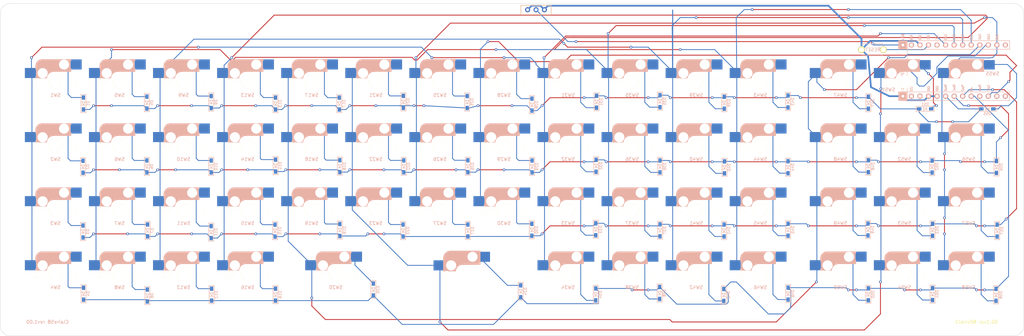
<source format=kicad_pcb>
(kicad_pcb (version 20171130) (host pcbnew "(5.1.12-1-10_14)")
  (layers (0 F.Cu signal) (31 B.Cu signal) (34 B.Paste user) (35 F.Paste user) (36 B.SilkS user) (37 F.SilkS user) (38 B.Mask user) (39 F.Mask user) (44 Edge.Cuts user))
  (net 0 "")
  (net 1 "Net-(D1-Pad2)")
  (net 2 Row0)
  (net 3 "Net-(D2-Pad2)")
  (net 4 Row1)
  (net 5 "Net-(D3-Pad2)")
  (net 6 Row2)
  (net 7 "Net-(D4-Pad2)")
  (net 8 Row3)
  (net 9 "Net-(D5-Pad2)")
  (net 10 "Net-(D6-Pad2)")
  (net 11 "Net-(D7-Pad2)")
  (net 12 "Net-(D8-Pad2)")
  (net 13 "Net-(D9-Pad2)")
  (net 14 "Net-(D10-Pad2)")
  (net 15 "Net-(D11-Pad2)")
  (net 16 "Net-(D12-Pad2)")
  (net 17 "Net-(D13-Pad2)")
  (net 18 "Net-(D14-Pad2)")
  (net 19 "Net-(D15-Pad2)")
  (net 20 "Net-(D16-Pad2)")
  (net 21 "Net-(D17-Pad2)")
  (net 22 "Net-(D18-Pad2)")
  (net 23 "Net-(D19-Pad2)")
  (net 24 "Net-(D20-Pad2)")
  (net 25 "Net-(D21-Pad2)")
  (net 26 "Net-(D22-Pad2)")
  (net 27 "Net-(D23-Pad2)")
  (net 28 "Net-(D24-Pad2)")
  (net 29 "Net-(D25-Pad2)")
  (net 30 "Net-(D26-Pad2)")
  (net 31 "Net-(D27-Pad2)")
  (net 32 "Net-(D28-Pad2)")
  (net 33 "Net-(D29-Pad2)")
  (net 34 "Net-(D30-Pad2)")
  (net 35 "Net-(D31-Pad1)")
  (net 36 "Net-(D32-Pad1)")
  (net 37 "Net-(D33-Pad1)")
  (net 38 "Net-(D34-Pad1)")
  (net 39 "Net-(D35-Pad1)")
  (net 40 "Net-(D36-Pad1)")
  (net 41 "Net-(D37-Pad1)")
  (net 42 "Net-(D38-Pad1)")
  (net 43 "Net-(D39-Pad1)")
  (net 44 "Net-(D40-Pad1)")
  (net 45 "Net-(D41-Pad1)")
  (net 46 "Net-(D42-Pad1)")
  (net 47 "Net-(D43-Pad1)")
  (net 48 "Net-(D44-Pad1)")
  (net 49 "Net-(D45-Pad1)")
  (net 50 "Net-(D46-Pad1)")
  (net 51 "Net-(D47-Pad1)")
  (net 52 "Net-(D48-Pad1)")
  (net 53 "Net-(D49-Pad1)")
  (net 54 "Net-(D50-Pad1)")
  (net 55 "Net-(D51-Pad1)")
  (net 56 "Net-(D52-Pad1)")
  (net 57 "Net-(D53-Pad1)")
  (net 58 "Net-(D54-Pad1)")
  (net 59 "Net-(D55-Pad1)")
  (net 60 "Net-(D56-Pad1)")
  (net 61 "Net-(D57-Pad1)")
  (net 62 "Net-(D58-Pad1)")
  (net 63 GND)
  (net 64 Bat+)
  (net 65 Col0)
  (net 66 Col1)
  (net 67 Col2)
  (net 68 Col3)
  (net 69 Col4)
  (net 70 Col5)
  (net 71 Col6)
  (net 72 Col7)
  (net 73 Reset)
  (net 74 "Net-(U1-Pad24)")
  (net 75 VCC)
  (net 76 "Net-(U1-Pad13)")
  (net 77 "Net-(U1-Pad12)")
  (net 78 "Net-(U1-Pad11)")
  (net 79 "Net-(U1-Pad9)")
  (net 80 "Net-(U1-Pad2)")
  (net 81 "Net-(U1-Pad1)")
  (module kbd_SW:CherryMX_Hotswap_1.0u_Small1 (layer F.Cu) (at 288.13125 40.48125)
    (fp_text reference SW51 (at -4.7625 2.38125) (layer B.SilkS) (effects (justify mirror)))
    (fp_text value SW_PUSH hide)
    (pad 1 smd rect (at -7 -2.58 180) (size 3.3 3) (drill (offset 0.45 0)) (layers B.Cu B.Paste B.Mask) (net 70 Col5))
    (pad "" np_thru_hole circle (at -3.81 -2.54 180) (size 3 3) (drill 3) (layers *.Cu *.Mask))
    (pad "" np_thru_hole circle (at 2.54 -5.08 180) (size 3 3) (drill 3) (layers *.Cu *.Mask))
    (pad "" np_thru_hole circle (at 0 0 90) (size 4 4) (drill 4) (layers *.Cu *.Mask F.SilkS))
    (pad "" np_thru_hole circle (at 5.08 0) (size 2 2) (drill 2) (layers *.Cu *.Mask F.SilkS))
    (pad "" np_thru_hole circle (at -5.08 0) (size 2 2) (drill 2) (layers *.Cu *.Mask F.SilkS))
    (pad 2 smd rect (at 5.7 -5.12 180) (size 3.3 2.8) (drill (offset -0.45 -0.1)) (layers B.Cu B.Paste B.Mask) (net 55 "Net-(D51-Pad1)"))
  )
  (module kbd_SW:CherryMX_Hotswap_1.0u_Small1 (layer F.Cu) (at 307.18125 40.48125)
    (fp_text reference SW55 (at 7.14375 -2.38125) (layer B.SilkS) (effects (justify mirror)))
    (fp_text value SW_PUSH hide)
    (pad 1 smd rect (at -7 -2.58 180) (size 3.3 3) (drill (offset 0.45 0)) (layers B.Cu B.Paste B.Mask) (net 71 Col6))
    (pad "" np_thru_hole circle (at -3.81 -2.54 180) (size 3 3) (drill 3) (layers *.Cu *.Mask))
    (pad "" np_thru_hole circle (at 2.54 -5.08 180) (size 3 3) (drill 3) (layers *.Cu *.Mask))
    (pad "" np_thru_hole circle (at 0 0 90) (size 4 4) (drill 4) (layers *.Cu *.Mask F.SilkS))
    (pad "" np_thru_hole circle (at 5.08 0) (size 2 2) (drill 2) (layers *.Cu *.Mask F.SilkS))
    (pad "" np_thru_hole circle (at -5.08 0) (size 2 2) (drill 2) (layers *.Cu *.Mask F.SilkS))
    (pad 2 smd rect (at 5.7 -5.12 180) (size 3.3 2.8) (drill (offset -0.45 -0.1)) (layers B.Cu B.Paste B.Mask) (net 59 "Net-(D55-Pad1)"))
  )
  (module kbd_SW:CherryMX_Hotswap_2.25u_Rev (layer F.Cu) (at 157.1625 97.63125 180)
    (fp_text reference SW24 hide)
    (fp_text value SW_PUSH hide)
    (pad "" np_thru_hole circle (at -11.9 8.24) (size 4 4) (drill 4) (layers *.Cu *.Mask))
    (pad "" np_thru_hole circle (at 11.9 8.24) (size 4 4) (drill 4) (layers *.Cu *.Mask))
    (pad "" np_thru_hole circle (at 11.9 -7) (size 3.05 3.05) (drill 3.05) (layers *.Cu *.Mask))
    (pad "" np_thru_hole circle (at -11.9 -7) (size 3.05 3.05) (drill 3.05) (layers *.Cu *.Mask))
    (pad 1 smd rect (at 6.9 2.54 180) (size 3.3 3) (drill (offset 0.5 0)) (layers B.Cu B.Paste B.Mask) (net 70 Col5))
    (pad "" np_thru_hole circle (at -2.54 5.08 180) (size 3 3) (drill 3) (layers *.Cu *.Mask))
    (pad "" np_thru_hole circle (at 0 0 90) (size 4 4) (drill 4) (layers *.Cu *.Mask))
    (pad "" np_thru_hole circle (at -5.08 0) (size 1.8 1.8) (drill 1.8) (layers *.Cu *.Mask))
    (pad "" np_thru_hole circle (at 5.08 0) (size 1.8 1.8) (drill 1.8) (layers *.Cu *.Mask))
    (pad "" np_thru_hole circle (at 3.81 2.54 180) (size 3 3) (drill 3) (layers *.Cu *.Mask))
    (pad 2 smd rect (at -5.6 5.08 180) (size 3.3 3) (drill (offset -0.5 0)) (layers B.Cu B.Paste B.Mask) (net 28 "Net-(D24-Pad2)"))
  )
  (module kbd_Parts:Micon_BMP_GL (layer F.Cu) (at 304.673828 37.144542 90)
    (fp_text reference U1 hide)
    (fp_text value BLEMicroPro hide)
    (fp_text user Row3 (at -5.25 3.302 270) (layer B.SilkS) (effects (font (size 0.75 0.5) (thickness 0.125)) (justify mirror)))
    (fp_text user Col4 (at 9.95 5.85 270) (layer B.SilkS) (effects (font (size 0.75 0.5) (thickness 0.125)) (justify mirror)))
    (fp_text user Row4 (at -5.2 5.85 270) (layer B.SilkS) (effects (font (size 0.75 0.5) (thickness 0.125)) (justify mirror)))
    (fp_text user Col5 (at 9.95 8.4455 270) (layer B.SilkS) (effects (font (size 0.75 0.5) (thickness 0.125)) (justify mirror)))
    (fp_text user Col7 (at -5.2 8.4455 270) (layer B.SilkS) (effects (font (size 0.75 0.5) (thickness 0.125)) (justify mirror)))
    (fp_text user Col6 (at 9.95 10.95 270) (layer B.SilkS) (effects (font (size 0.75 0.5) (thickness 0.125)) (justify mirror)))
    (fp_text user Col0 (at 9.9 -4.3 270) (layer B.SilkS) (effects (font (size 0.75 0.5) (thickness 0.125)) (justify mirror)))
    (fp_text user Row0 (at -5.161 -4.318 270) (layer B.SilkS) (effects (font (size 0.75 0.5) (thickness 0.125)) (justify mirror)))
    (fp_text user Col1 (at 9.85 -1.778 270) (layer B.SilkS) (effects (font (size 0.75 0.5) (thickness 0.125)) (justify mirror)))
    (fp_text user Row1 (at -5.161 -1.778 270) (layer B.SilkS) (effects (font (size 0.75 0.5) (thickness 0.125)) (justify mirror)))
    (fp_text user Col2 (at 9.9 0.762 270) (layer B.SilkS) (effects (font (size 0.75 0.5) (thickness 0.125)) (justify mirror)))
    (fp_text user Row2 (at -5.2 0.8 270) (layer B.SilkS) (effects (font (size 0.75 0.5) (thickness 0.125)) (justify mirror)))
    (fp_text user Col3 (at 9.9 3.35 270) (layer B.SilkS) (effects (font (size 0.75 0.5) (thickness 0.125)) (justify mirror)))
    (fp_text user GND (at -5.361 -6.7945 270) (layer B.SilkS) (effects (font (size 0.75 0.5) (thickness 0.125)) (justify mirror)))
    (fp_text user VCC (at 9.8155 -6.858 270) (layer B.SilkS) (effects (font (size 0.75 0.5) (thickness 0.125)) (justify mirror)))
    (fp_text user GND (at -5.4245 -9.3345 270) (layer B.SilkS) (effects (font (size 0.75 0.5) (thickness 0.125)) (justify mirror)))
    (fp_text user RST (at 9.8155 -9.3345 270) (layer B.SilkS) (effects (font (size 0.75 0.5) (thickness 0.125)) (justify mirror)))
    (fp_text user GND (at 9.8155 -11.938 270) (layer B.SilkS) (effects (font (size 0.75 0.5) (thickness 0.125)) (justify mirror)))
    (fp_text user LED (at -5.5 -14.478 270) (layer B.SilkS) (effects (font (size 0.75 0.5) (thickness 0.125)) (justify mirror)))
    (fp_text user RAW (at 9.8155 -14.478 270) (layer B.SilkS) (effects (font (size 0.75 0.5) (thickness 0.125)) (justify mirror)))
    (fp_text user "" (at 1.2065 -16.256 270) (layer F.SilkS))
    (fp_text user "" (at 0.5 -17.25 270) (layer B.SilkS) (effects (justify mirror)))
    (fp_text user BAT+ (at 9.9155 -17.018 270) (layer B.SilkS) (effects (font (size 0.75 0.5) (thickness 0.125)) (justify mirror)))
    (fp_text user BAT- (at -5.3 -17.018 270) (layer B.SilkS) (effects (font (size 0.75 0.5) (thickness 0.125)) (justify mirror)))
    (fp_text user BMP (at 0 -17 270) (layer B.SilkS) (effects (justify mirror)))
    (pad 24 thru_hole circle (at 7.5636 -14.478 270) (size 1.524 1.524) (drill 0.8128) (layers *.Cu *.Mask B.SilkS) (net 74 "Net-(U1-Pad24)"))
    (pad 23 thru_hole circle (at 7.5636 -11.938 270) (size 1.524 1.524) (drill 0.8128) (layers *.Cu *.Mask B.SilkS) (net 63 GND))
    (pad 22 thru_hole circle (at 7.5636 -9.398 270) (size 1.524 1.524) (drill 0.8128) (layers *.Cu *.Mask B.SilkS) (net 73 Reset))
    (pad 21 thru_hole circle (at 7.5636 -6.858 270) (size 1.524 1.524) (drill 0.8128) (layers *.Cu *.Mask B.SilkS) (net 75 VCC))
    (pad 20 thru_hole circle (at 7.5636 -4.318 270) (size 1.524 1.524) (drill 0.8128) (layers *.Cu *.Mask B.SilkS) (net 65 Col0))
    (pad 19 thru_hole circle (at 7.5636 -1.778 270) (size 1.524 1.524) (drill 0.8128) (layers *.Cu *.Mask B.SilkS) (net 66 Col1))
    (pad 18 thru_hole circle (at 7.5636 0.762 270) (size 1.524 1.524) (drill 0.8128) (layers *.Cu *.Mask B.SilkS) (net 67 Col2))
    (pad 17 thru_hole circle (at 7.5636 3.302 270) (size 1.524 1.524) (drill 0.8128) (layers *.Cu *.Mask B.SilkS) (net 68 Col3))
    (pad 16 thru_hole circle (at 7.5636 5.842 270) (size 1.524 1.524) (drill 0.8128) (layers *.Cu *.Mask B.SilkS) (net 69 Col4))
    (pad 15 thru_hole circle (at 7.5636 8.382 270) (size 1.524 1.524) (drill 0.8128) (layers *.Cu *.Mask B.SilkS) (net 70 Col5))
    (pad 14 thru_hole circle (at 7.5636 10.922 270) (size 1.524 1.524) (drill 0.8128) (layers *.Cu *.Mask B.SilkS) (net 71 Col6))
    (pad 13 thru_hole circle (at 7.5636 13.462 270) (size 1.524 1.524) (drill 0.8128) (layers *.Cu *.Mask B.SilkS) (net 76 "Net-(U1-Pad13)"))
    (pad 12 thru_hole circle (at -7.6564 13.462 270) (size 1.524 1.524) (drill 0.8128) (layers *.Cu *.Mask B.SilkS) (net 77 "Net-(U1-Pad12)"))
    (pad 11 thru_hole circle (at -7.6564 10.922 270) (size 1.524 1.524) (drill 0.8128) (layers *.Cu *.Mask B.SilkS) (net 78 "Net-(U1-Pad11)"))
    (pad 10 thru_hole circle (at -7.6564 8.382 270) (size 1.524 1.524) (drill 0.8128) (layers *.Cu *.Mask B.SilkS) (net 72 Col7))
    (pad 9 thru_hole circle (at -7.6564 5.842 270) (size 1.524 1.524) (drill 0.8128) (layers *.Cu *.Mask B.SilkS) (net 79 "Net-(U1-Pad9)"))
    (pad 8 thru_hole circle (at -7.6564 3.302 270) (size 1.524 1.524) (drill 0.8128) (layers *.Cu *.Mask B.SilkS) (net 8 Row3))
    (pad 7 thru_hole circle (at -7.6564 0.762 270) (size 1.524 1.524) (drill 0.8128) (layers *.Cu *.Mask B.SilkS) (net 6 Row2))
    (pad 6 thru_hole circle (at -7.6564 -1.778 270) (size 1.524 1.524) (drill 0.8128) (layers *.Cu *.Mask B.SilkS) (net 4 Row1))
    (pad 5 thru_hole circle (at -7.6564 -4.318 270) (size 1.524 1.524) (drill 0.8128) (layers *.Cu *.Mask B.SilkS) (net 2 Row0))
    (pad 4 thru_hole circle (at -7.6564 -6.858 270) (size 1.524 1.524) (drill 0.8128) (layers *.Cu *.Mask B.SilkS) (net 63 GND))
    (pad 3 thru_hole circle (at -7.6564 -9.398 270) (size 1.524 1.524) (drill 0.8128) (layers *.Cu *.Mask B.SilkS) (net 63 GND))
    (pad 2 thru_hole circle (at -7.6564 -11.938 270) (size 1.524 1.524) (drill 0.8128) (layers *.Cu *.Mask B.SilkS) (net 80 "Net-(U1-Pad2)"))
    (pad 1 thru_hole circle (at -7.6564 -14.478 270) (size 1.524 1.524) (drill 0.8128) (layers *.Cu *.Mask B.SilkS) (net 81 "Net-(U1-Pad1)"))
    (pad 26 thru_hole circle (at -7.6564 -17.018 270) (size 1.524 1.524) (drill 0.8128) (layers *.Cu *.Mask B.SilkS) (net 63 GND))
    (pad 25 thru_hole circle (at 7.5636 -17.018 270) (size 1.524 1.524) (drill 0.8128) (layers *.Cu *.Mask B.SilkS) (net 64 Bat+))
  )
  (module kbd_Parts:ResetSW (layer F.Cu) (at 278.60625 30.95625)
    (fp_text reference SW59 hide)
    (fp_text value SW_PUSH)
    (fp_text user RESET (at 0.127 0) (layer B.SilkS) (effects (justify mirror)))
    (pad 2 thru_hole circle (at -3.25 0) (size 2 2) (drill 1.3) (layers *.Cu *.Mask F.SilkS) (net 63 GND))
    (pad 1 thru_hole circle (at 3.25 0) (size 2 2) (drill 1.3) (layers *.Cu *.Mask F.SilkS) (net 73 Reset))
  )
  (module kbd_SW:CherryMX_Hotswap_1.0u (layer F.Cu) (at 307.18125 97.63125)
    (fp_text reference SW58 (at 0 4) (layer B.SilkS) (effects (justify mirror)))
    (fp_text value SW_PUSH hide)
    (pad 2 smd rect (at 5.7 -5.12 180) (size 3.3 3) (drill (offset -0.45 0)) (layers B.Cu B.Paste B.Mask) (net 62 "Net-(D58-Pad1)"))
    (pad "" np_thru_hole circle (at -5.08 0) (size 2 2) (drill 2) (layers *.Cu *.Mask F.SilkS))
    (pad "" np_thru_hole circle (at 5.08 0) (size 2 2) (drill 2) (layers *.Cu *.Mask F.SilkS))
    (pad "" np_thru_hole circle (at 0 0 90) (size 4 4) (drill 4) (layers *.Cu *.Mask F.SilkS))
    (pad "" np_thru_hole circle (at 2.54 -5.08 180) (size 3 3) (drill 3) (layers *.Cu *.Mask))
    (pad "" np_thru_hole circle (at -3.81 -2.54 180) (size 3 3) (drill 3) (layers *.Cu *.Mask))
    (pad 1 smd rect (at -7 -2.58 180) (size 3.3 3) (drill (offset 0.45 0)) (layers B.Cu B.Paste B.Mask) (net 71 Col6))
  )
  (module kbd_SW:CherryMX_Hotswap_1.0u (layer F.Cu) (at 307.18125 78.58125)
    (fp_text reference SW57 (at 0 4) (layer B.SilkS) (effects (justify mirror)))
    (fp_text value SW_PUSH hide)
    (pad 2 smd rect (at 5.7 -5.12 180) (size 3.3 3) (drill (offset -0.45 0)) (layers B.Cu B.Paste B.Mask) (net 61 "Net-(D57-Pad1)"))
    (pad "" np_thru_hole circle (at -5.08 0) (size 2 2) (drill 2) (layers *.Cu *.Mask F.SilkS))
    (pad "" np_thru_hole circle (at 5.08 0) (size 2 2) (drill 2) (layers *.Cu *.Mask F.SilkS))
    (pad "" np_thru_hole circle (at 0 0 90) (size 4 4) (drill 4) (layers *.Cu *.Mask F.SilkS))
    (pad "" np_thru_hole circle (at 2.54 -5.08 180) (size 3 3) (drill 3) (layers *.Cu *.Mask))
    (pad "" np_thru_hole circle (at -3.81 -2.54 180) (size 3 3) (drill 3) (layers *.Cu *.Mask))
    (pad 1 smd rect (at -7 -2.58 180) (size 3.3 3) (drill (offset 0.45 0)) (layers B.Cu B.Paste B.Mask) (net 71 Col6))
  )
  (module kbd_SW:CherryMX_Hotswap_1.0u (layer F.Cu) (at 307.18125 59.53125)
    (fp_text reference SW56 (at 0 4) (layer B.SilkS) (effects (justify mirror)))
    (fp_text value SW_PUSH hide)
    (pad 2 smd rect (at 5.7 -5.12 180) (size 3.3 3) (drill (offset -0.45 0)) (layers B.Cu B.Paste B.Mask) (net 60 "Net-(D56-Pad1)"))
    (pad "" np_thru_hole circle (at -5.08 0) (size 2 2) (drill 2) (layers *.Cu *.Mask F.SilkS))
    (pad "" np_thru_hole circle (at 5.08 0) (size 2 2) (drill 2) (layers *.Cu *.Mask F.SilkS))
    (pad "" np_thru_hole circle (at 0 0 90) (size 4 4) (drill 4) (layers *.Cu *.Mask F.SilkS))
    (pad "" np_thru_hole circle (at 2.54 -5.08 180) (size 3 3) (drill 3) (layers *.Cu *.Mask))
    (pad "" np_thru_hole circle (at -3.81 -2.54 180) (size 3 3) (drill 3) (layers *.Cu *.Mask))
    (pad 1 smd rect (at -7 -2.58 180) (size 3.3 3) (drill (offset 0.45 0)) (layers B.Cu B.Paste B.Mask) (net 71 Col6))
  )
  (module kbd_SW:CherryMX_Hotswap_1.0u (layer F.Cu) (at 288.13125 97.63125)
    (fp_text reference SW54 (at 0 4) (layer B.SilkS) (effects (justify mirror)))
    (fp_text value SW_PUSH hide)
    (pad 2 smd rect (at 5.7 -5.12 180) (size 3.3 3) (drill (offset -0.45 0)) (layers B.Cu B.Paste B.Mask) (net 58 "Net-(D54-Pad1)"))
    (pad "" np_thru_hole circle (at -5.08 0) (size 2 2) (drill 2) (layers *.Cu *.Mask F.SilkS))
    (pad "" np_thru_hole circle (at 5.08 0) (size 2 2) (drill 2) (layers *.Cu *.Mask F.SilkS))
    (pad "" np_thru_hole circle (at 0 0 90) (size 4 4) (drill 4) (layers *.Cu *.Mask F.SilkS))
    (pad "" np_thru_hole circle (at 2.54 -5.08 180) (size 3 3) (drill 3) (layers *.Cu *.Mask))
    (pad "" np_thru_hole circle (at -3.81 -2.54 180) (size 3 3) (drill 3) (layers *.Cu *.Mask))
    (pad 1 smd rect (at -7 -2.58 180) (size 3.3 3) (drill (offset 0.45 0)) (layers B.Cu B.Paste B.Mask) (net 70 Col5))
  )
  (module kbd_SW:CherryMX_Hotswap_1.0u (layer F.Cu) (at 288.13125 78.58125)
    (fp_text reference SW53 (at 0 4) (layer B.SilkS) (effects (justify mirror)))
    (fp_text value SW_PUSH hide)
    (pad 2 smd rect (at 5.7 -5.12 180) (size 3.3 3) (drill (offset -0.45 0)) (layers B.Cu B.Paste B.Mask) (net 57 "Net-(D53-Pad1)"))
    (pad "" np_thru_hole circle (at -5.08 0) (size 2 2) (drill 2) (layers *.Cu *.Mask F.SilkS))
    (pad "" np_thru_hole circle (at 5.08 0) (size 2 2) (drill 2) (layers *.Cu *.Mask F.SilkS))
    (pad "" np_thru_hole circle (at 0 0 90) (size 4 4) (drill 4) (layers *.Cu *.Mask F.SilkS))
    (pad "" np_thru_hole circle (at 2.54 -5.08 180) (size 3 3) (drill 3) (layers *.Cu *.Mask))
    (pad "" np_thru_hole circle (at -3.81 -2.54 180) (size 3 3) (drill 3) (layers *.Cu *.Mask))
    (pad 1 smd rect (at -7 -2.58 180) (size 3.3 3) (drill (offset 0.45 0)) (layers B.Cu B.Paste B.Mask) (net 70 Col5))
  )
  (module kbd_SW:CherryMX_Hotswap_1.0u (layer F.Cu) (at 288.13125 59.53125)
    (fp_text reference SW52 (at 0 4) (layer B.SilkS) (effects (justify mirror)))
    (fp_text value SW_PUSH hide)
    (pad 2 smd rect (at 5.7 -5.12 180) (size 3.3 3) (drill (offset -0.45 0)) (layers B.Cu B.Paste B.Mask) (net 56 "Net-(D52-Pad1)"))
    (pad "" np_thru_hole circle (at -5.08 0) (size 2 2) (drill 2) (layers *.Cu *.Mask F.SilkS))
    (pad "" np_thru_hole circle (at 5.08 0) (size 2 2) (drill 2) (layers *.Cu *.Mask F.SilkS))
    (pad "" np_thru_hole circle (at 0 0 90) (size 4 4) (drill 4) (layers *.Cu *.Mask F.SilkS))
    (pad "" np_thru_hole circle (at 2.54 -5.08 180) (size 3 3) (drill 3) (layers *.Cu *.Mask))
    (pad "" np_thru_hole circle (at -3.81 -2.54 180) (size 3 3) (drill 3) (layers *.Cu *.Mask))
    (pad 1 smd rect (at -7 -2.58 180) (size 3.3 3) (drill (offset 0.45 0)) (layers B.Cu B.Paste B.Mask) (net 70 Col5))
  )
  (module kbd_SW:CherryMX_Hotswap_1.0u (layer F.Cu) (at 269.08125 97.63125)
    (fp_text reference SW50 (at 0 4) (layer B.SilkS) (effects (justify mirror)))
    (fp_text value SW_PUSH hide)
    (pad 2 smd rect (at 5.7 -5.12 180) (size 3.3 3) (drill (offset -0.45 0)) (layers B.Cu B.Paste B.Mask) (net 54 "Net-(D50-Pad1)"))
    (pad "" np_thru_hole circle (at -5.08 0) (size 2 2) (drill 2) (layers *.Cu *.Mask F.SilkS))
    (pad "" np_thru_hole circle (at 5.08 0) (size 2 2) (drill 2) (layers *.Cu *.Mask F.SilkS))
    (pad "" np_thru_hole circle (at 0 0 90) (size 4 4) (drill 4) (layers *.Cu *.Mask F.SilkS))
    (pad "" np_thru_hole circle (at 2.54 -5.08 180) (size 3 3) (drill 3) (layers *.Cu *.Mask))
    (pad "" np_thru_hole circle (at -3.81 -2.54 180) (size 3 3) (drill 3) (layers *.Cu *.Mask))
    (pad 1 smd rect (at -7 -2.58 180) (size 3.3 3) (drill (offset 0.45 0)) (layers B.Cu B.Paste B.Mask) (net 69 Col4))
  )
  (module kbd_SW:CherryMX_Hotswap_1.0u (layer F.Cu) (at 269.08125 78.58125)
    (fp_text reference SW49 (at 0 4) (layer B.SilkS) (effects (justify mirror)))
    (fp_text value SW_PUSH hide)
    (pad 2 smd rect (at 5.7 -5.12 180) (size 3.3 3) (drill (offset -0.45 0)) (layers B.Cu B.Paste B.Mask) (net 53 "Net-(D49-Pad1)"))
    (pad "" np_thru_hole circle (at -5.08 0) (size 2 2) (drill 2) (layers *.Cu *.Mask F.SilkS))
    (pad "" np_thru_hole circle (at 5.08 0) (size 2 2) (drill 2) (layers *.Cu *.Mask F.SilkS))
    (pad "" np_thru_hole circle (at 0 0 90) (size 4 4) (drill 4) (layers *.Cu *.Mask F.SilkS))
    (pad "" np_thru_hole circle (at 2.54 -5.08 180) (size 3 3) (drill 3) (layers *.Cu *.Mask))
    (pad "" np_thru_hole circle (at -3.81 -2.54 180) (size 3 3) (drill 3) (layers *.Cu *.Mask))
    (pad 1 smd rect (at -7 -2.58 180) (size 3.3 3) (drill (offset 0.45 0)) (layers B.Cu B.Paste B.Mask) (net 69 Col4))
  )
  (module kbd_SW:CherryMX_Hotswap_1.0u (layer F.Cu) (at 269.08125 59.53125)
    (fp_text reference SW48 (at 0 4) (layer B.SilkS) (effects (justify mirror)))
    (fp_text value SW_PUSH hide)
    (pad 2 smd rect (at 5.7 -5.12 180) (size 3.3 3) (drill (offset -0.45 0)) (layers B.Cu B.Paste B.Mask) (net 52 "Net-(D48-Pad1)"))
    (pad "" np_thru_hole circle (at -5.08 0) (size 2 2) (drill 2) (layers *.Cu *.Mask F.SilkS))
    (pad "" np_thru_hole circle (at 5.08 0) (size 2 2) (drill 2) (layers *.Cu *.Mask F.SilkS))
    (pad "" np_thru_hole circle (at 0 0 90) (size 4 4) (drill 4) (layers *.Cu *.Mask F.SilkS))
    (pad "" np_thru_hole circle (at 2.54 -5.08 180) (size 3 3) (drill 3) (layers *.Cu *.Mask))
    (pad "" np_thru_hole circle (at -3.81 -2.54 180) (size 3 3) (drill 3) (layers *.Cu *.Mask))
    (pad 1 smd rect (at -7 -2.58 180) (size 3.3 3) (drill (offset 0.45 0)) (layers B.Cu B.Paste B.Mask) (net 69 Col4))
  )
  (module kbd_SW:CherryMX_Hotswap_1.0u (layer F.Cu) (at 269.08125 40.48125)
    (fp_text reference SW47 (at 0 4) (layer B.SilkS) (effects (justify mirror)))
    (fp_text value SW_PUSH hide)
    (pad 2 smd rect (at 5.7 -5.12 180) (size 3.3 3) (drill (offset -0.45 0)) (layers B.Cu B.Paste B.Mask) (net 51 "Net-(D47-Pad1)"))
    (pad "" np_thru_hole circle (at -5.08 0) (size 2 2) (drill 2) (layers *.Cu *.Mask F.SilkS))
    (pad "" np_thru_hole circle (at 5.08 0) (size 2 2) (drill 2) (layers *.Cu *.Mask F.SilkS))
    (pad "" np_thru_hole circle (at 0 0 90) (size 4 4) (drill 4) (layers *.Cu *.Mask F.SilkS))
    (pad "" np_thru_hole circle (at 2.54 -5.08 180) (size 3 3) (drill 3) (layers *.Cu *.Mask))
    (pad "" np_thru_hole circle (at -3.81 -2.54 180) (size 3 3) (drill 3) (layers *.Cu *.Mask))
    (pad 1 smd rect (at -7 -2.58 180) (size 3.3 3) (drill (offset 0.45 0)) (layers B.Cu B.Paste B.Mask) (net 69 Col4))
  )
  (module kbd_SW:CherryMX_Hotswap_1.0u (layer F.Cu) (at 245.26875 97.63125)
    (fp_text reference SW46 (at 0 4) (layer B.SilkS) (effects (justify mirror)))
    (fp_text value SW_PUSH hide)
    (pad 2 smd rect (at 5.7 -5.12 180) (size 3.3 3) (drill (offset -0.45 0)) (layers B.Cu B.Paste B.Mask) (net 50 "Net-(D46-Pad1)"))
    (pad "" np_thru_hole circle (at -5.08 0) (size 2 2) (drill 2) (layers *.Cu *.Mask F.SilkS))
    (pad "" np_thru_hole circle (at 5.08 0) (size 2 2) (drill 2) (layers *.Cu *.Mask F.SilkS))
    (pad "" np_thru_hole circle (at 0 0 90) (size 4 4) (drill 4) (layers *.Cu *.Mask F.SilkS))
    (pad "" np_thru_hole circle (at 2.54 -5.08 180) (size 3 3) (drill 3) (layers *.Cu *.Mask))
    (pad "" np_thru_hole circle (at -3.81 -2.54 180) (size 3 3) (drill 3) (layers *.Cu *.Mask))
    (pad 1 smd rect (at -7 -2.58 180) (size 3.3 3) (drill (offset 0.45 0)) (layers B.Cu B.Paste B.Mask) (net 68 Col3))
  )
  (module kbd_SW:CherryMX_Hotswap_1.0u (layer F.Cu) (at 245.26875 78.58125)
    (fp_text reference SW45 (at 0 4) (layer B.SilkS) (effects (justify mirror)))
    (fp_text value SW_PUSH hide)
    (pad 2 smd rect (at 5.7 -5.12 180) (size 3.3 3) (drill (offset -0.45 0)) (layers B.Cu B.Paste B.Mask) (net 49 "Net-(D45-Pad1)"))
    (pad "" np_thru_hole circle (at -5.08 0) (size 2 2) (drill 2) (layers *.Cu *.Mask F.SilkS))
    (pad "" np_thru_hole circle (at 5.08 0) (size 2 2) (drill 2) (layers *.Cu *.Mask F.SilkS))
    (pad "" np_thru_hole circle (at 0 0 90) (size 4 4) (drill 4) (layers *.Cu *.Mask F.SilkS))
    (pad "" np_thru_hole circle (at 2.54 -5.08 180) (size 3 3) (drill 3) (layers *.Cu *.Mask))
    (pad "" np_thru_hole circle (at -3.81 -2.54 180) (size 3 3) (drill 3) (layers *.Cu *.Mask))
    (pad 1 smd rect (at -7 -2.58 180) (size 3.3 3) (drill (offset 0.45 0)) (layers B.Cu B.Paste B.Mask) (net 68 Col3))
  )
  (module kbd_SW:CherryMX_Hotswap_1.0u (layer F.Cu) (at 245.26875 59.53125)
    (fp_text reference SW44 (at 0 4) (layer B.SilkS) (effects (justify mirror)))
    (fp_text value SW_PUSH hide)
    (pad 2 smd rect (at 5.7 -5.12 180) (size 3.3 3) (drill (offset -0.45 0)) (layers B.Cu B.Paste B.Mask) (net 48 "Net-(D44-Pad1)"))
    (pad "" np_thru_hole circle (at -5.08 0) (size 2 2) (drill 2) (layers *.Cu *.Mask F.SilkS))
    (pad "" np_thru_hole circle (at 5.08 0) (size 2 2) (drill 2) (layers *.Cu *.Mask F.SilkS))
    (pad "" np_thru_hole circle (at 0 0 90) (size 4 4) (drill 4) (layers *.Cu *.Mask F.SilkS))
    (pad "" np_thru_hole circle (at 2.54 -5.08 180) (size 3 3) (drill 3) (layers *.Cu *.Mask))
    (pad "" np_thru_hole circle (at -3.81 -2.54 180) (size 3 3) (drill 3) (layers *.Cu *.Mask))
    (pad 1 smd rect (at -7 -2.58 180) (size 3.3 3) (drill (offset 0.45 0)) (layers B.Cu B.Paste B.Mask) (net 68 Col3))
  )
  (module kbd_SW:CherryMX_Hotswap_1.0u (layer F.Cu) (at 245.26875 40.48125)
    (fp_text reference SW43 (at 0 4) (layer B.SilkS) (effects (justify mirror)))
    (fp_text value SW_PUSH hide)
    (pad 2 smd rect (at 5.7 -5.12 180) (size 3.3 3) (drill (offset -0.45 0)) (layers B.Cu B.Paste B.Mask) (net 47 "Net-(D43-Pad1)"))
    (pad "" np_thru_hole circle (at -5.08 0) (size 2 2) (drill 2) (layers *.Cu *.Mask F.SilkS))
    (pad "" np_thru_hole circle (at 5.08 0) (size 2 2) (drill 2) (layers *.Cu *.Mask F.SilkS))
    (pad "" np_thru_hole circle (at 0 0 90) (size 4 4) (drill 4) (layers *.Cu *.Mask F.SilkS))
    (pad "" np_thru_hole circle (at 2.54 -5.08 180) (size 3 3) (drill 3) (layers *.Cu *.Mask))
    (pad "" np_thru_hole circle (at -3.81 -2.54 180) (size 3 3) (drill 3) (layers *.Cu *.Mask))
    (pad 1 smd rect (at -7 -2.58 180) (size 3.3 3) (drill (offset 0.45 0)) (layers B.Cu B.Paste B.Mask) (net 68 Col3))
  )
  (module kbd_SW:CherryMX_Hotswap_1.0u (layer F.Cu) (at 226.21875 97.63125)
    (fp_text reference SW42 (at 0 4) (layer B.SilkS) (effects (justify mirror)))
    (fp_text value SW_PUSH hide)
    (pad 2 smd rect (at 5.7 -5.12 180) (size 3.3 3) (drill (offset -0.45 0)) (layers B.Cu B.Paste B.Mask) (net 46 "Net-(D42-Pad1)"))
    (pad "" np_thru_hole circle (at -5.08 0) (size 2 2) (drill 2) (layers *.Cu *.Mask F.SilkS))
    (pad "" np_thru_hole circle (at 5.08 0) (size 2 2) (drill 2) (layers *.Cu *.Mask F.SilkS))
    (pad "" np_thru_hole circle (at 0 0 90) (size 4 4) (drill 4) (layers *.Cu *.Mask F.SilkS))
    (pad "" np_thru_hole circle (at 2.54 -5.08 180) (size 3 3) (drill 3) (layers *.Cu *.Mask))
    (pad "" np_thru_hole circle (at -3.81 -2.54 180) (size 3 3) (drill 3) (layers *.Cu *.Mask))
    (pad 1 smd rect (at -7 -2.58 180) (size 3.3 3) (drill (offset 0.45 0)) (layers B.Cu B.Paste B.Mask) (net 67 Col2))
  )
  (module kbd_SW:CherryMX_Hotswap_1.0u (layer F.Cu) (at 226.21875 78.58125)
    (fp_text reference SW41 (at 0 4) (layer B.SilkS) (effects (justify mirror)))
    (fp_text value SW_PUSH hide)
    (pad 2 smd rect (at 5.7 -5.12 180) (size 3.3 3) (drill (offset -0.45 0)) (layers B.Cu B.Paste B.Mask) (net 45 "Net-(D41-Pad1)"))
    (pad "" np_thru_hole circle (at -5.08 0) (size 2 2) (drill 2) (layers *.Cu *.Mask F.SilkS))
    (pad "" np_thru_hole circle (at 5.08 0) (size 2 2) (drill 2) (layers *.Cu *.Mask F.SilkS))
    (pad "" np_thru_hole circle (at 0 0 90) (size 4 4) (drill 4) (layers *.Cu *.Mask F.SilkS))
    (pad "" np_thru_hole circle (at 2.54 -5.08 180) (size 3 3) (drill 3) (layers *.Cu *.Mask))
    (pad "" np_thru_hole circle (at -3.81 -2.54 180) (size 3 3) (drill 3) (layers *.Cu *.Mask))
    (pad 1 smd rect (at -7 -2.58 180) (size 3.3 3) (drill (offset 0.45 0)) (layers B.Cu B.Paste B.Mask) (net 67 Col2))
  )
  (module kbd_SW:CherryMX_Hotswap_1.0u (layer F.Cu) (at 226.21875 59.53125)
    (fp_text reference SW40 (at 0 4) (layer B.SilkS) (effects (justify mirror)))
    (fp_text value SW_PUSH hide)
    (pad 2 smd rect (at 5.7 -5.12 180) (size 3.3 3) (drill (offset -0.45 0)) (layers B.Cu B.Paste B.Mask) (net 44 "Net-(D40-Pad1)"))
    (pad "" np_thru_hole circle (at -5.08 0) (size 2 2) (drill 2) (layers *.Cu *.Mask F.SilkS))
    (pad "" np_thru_hole circle (at 5.08 0) (size 2 2) (drill 2) (layers *.Cu *.Mask F.SilkS))
    (pad "" np_thru_hole circle (at 0 0 90) (size 4 4) (drill 4) (layers *.Cu *.Mask F.SilkS))
    (pad "" np_thru_hole circle (at 2.54 -5.08 180) (size 3 3) (drill 3) (layers *.Cu *.Mask))
    (pad "" np_thru_hole circle (at -3.81 -2.54 180) (size 3 3) (drill 3) (layers *.Cu *.Mask))
    (pad 1 smd rect (at -7 -2.58 180) (size 3.3 3) (drill (offset 0.45 0)) (layers B.Cu B.Paste B.Mask) (net 67 Col2))
  )
  (module kbd_SW:CherryMX_Hotswap_1.0u (layer F.Cu) (at 226.21875 40.48125)
    (fp_text reference SW39 (at 0 4) (layer B.SilkS) (effects (justify mirror)))
    (fp_text value SW_PUSH hide)
    (pad 2 smd rect (at 5.7 -5.12 180) (size 3.3 3) (drill (offset -0.45 0)) (layers B.Cu B.Paste B.Mask) (net 43 "Net-(D39-Pad1)"))
    (pad "" np_thru_hole circle (at -5.08 0) (size 2 2) (drill 2) (layers *.Cu *.Mask F.SilkS))
    (pad "" np_thru_hole circle (at 5.08 0) (size 2 2) (drill 2) (layers *.Cu *.Mask F.SilkS))
    (pad "" np_thru_hole circle (at 0 0 90) (size 4 4) (drill 4) (layers *.Cu *.Mask F.SilkS))
    (pad "" np_thru_hole circle (at 2.54 -5.08 180) (size 3 3) (drill 3) (layers *.Cu *.Mask))
    (pad "" np_thru_hole circle (at -3.81 -2.54 180) (size 3 3) (drill 3) (layers *.Cu *.Mask))
    (pad 1 smd rect (at -7 -2.58 180) (size 3.3 3) (drill (offset 0.45 0)) (layers B.Cu B.Paste B.Mask) (net 67 Col2))
  )
  (module kbd_SW:CherryMX_Hotswap_1.0u (layer F.Cu) (at 207.16875 97.63125)
    (fp_text reference SW38 (at 0 4) (layer B.SilkS) (effects (justify mirror)))
    (fp_text value SW_PUSH hide)
    (pad 2 smd rect (at 5.7 -5.12 180) (size 3.3 3) (drill (offset -0.45 0)) (layers B.Cu B.Paste B.Mask) (net 42 "Net-(D38-Pad1)"))
    (pad "" np_thru_hole circle (at -5.08 0) (size 2 2) (drill 2) (layers *.Cu *.Mask F.SilkS))
    (pad "" np_thru_hole circle (at 5.08 0) (size 2 2) (drill 2) (layers *.Cu *.Mask F.SilkS))
    (pad "" np_thru_hole circle (at 0 0 90) (size 4 4) (drill 4) (layers *.Cu *.Mask F.SilkS))
    (pad "" np_thru_hole circle (at 2.54 -5.08 180) (size 3 3) (drill 3) (layers *.Cu *.Mask))
    (pad "" np_thru_hole circle (at -3.81 -2.54 180) (size 3 3) (drill 3) (layers *.Cu *.Mask))
    (pad 1 smd rect (at -7 -2.58 180) (size 3.3 3) (drill (offset 0.45 0)) (layers B.Cu B.Paste B.Mask) (net 66 Col1))
  )
  (module kbd_SW:CherryMX_Hotswap_1.0u (layer F.Cu) (at 207.16875 78.58125)
    (fp_text reference SW37 (at 0 4) (layer B.SilkS) (effects (justify mirror)))
    (fp_text value SW_PUSH hide)
    (pad 2 smd rect (at 5.7 -5.12 180) (size 3.3 3) (drill (offset -0.45 0)) (layers B.Cu B.Paste B.Mask) (net 41 "Net-(D37-Pad1)"))
    (pad "" np_thru_hole circle (at -5.08 0) (size 2 2) (drill 2) (layers *.Cu *.Mask F.SilkS))
    (pad "" np_thru_hole circle (at 5.08 0) (size 2 2) (drill 2) (layers *.Cu *.Mask F.SilkS))
    (pad "" np_thru_hole circle (at 0 0 90) (size 4 4) (drill 4) (layers *.Cu *.Mask F.SilkS))
    (pad "" np_thru_hole circle (at 2.54 -5.08 180) (size 3 3) (drill 3) (layers *.Cu *.Mask))
    (pad "" np_thru_hole circle (at -3.81 -2.54 180) (size 3 3) (drill 3) (layers *.Cu *.Mask))
    (pad 1 smd rect (at -7 -2.58 180) (size 3.3 3) (drill (offset 0.45 0)) (layers B.Cu B.Paste B.Mask) (net 66 Col1))
  )
  (module kbd_SW:CherryMX_Hotswap_1.0u (layer F.Cu) (at 207.16875 59.53125)
    (fp_text reference SW36 (at 0 4) (layer B.SilkS) (effects (justify mirror)))
    (fp_text value SW_PUSH hide)
    (pad 2 smd rect (at 5.7 -5.12 180) (size 3.3 3) (drill (offset -0.45 0)) (layers B.Cu B.Paste B.Mask) (net 40 "Net-(D36-Pad1)"))
    (pad "" np_thru_hole circle (at -5.08 0) (size 2 2) (drill 2) (layers *.Cu *.Mask F.SilkS))
    (pad "" np_thru_hole circle (at 5.08 0) (size 2 2) (drill 2) (layers *.Cu *.Mask F.SilkS))
    (pad "" np_thru_hole circle (at 0 0 90) (size 4 4) (drill 4) (layers *.Cu *.Mask F.SilkS))
    (pad "" np_thru_hole circle (at 2.54 -5.08 180) (size 3 3) (drill 3) (layers *.Cu *.Mask))
    (pad "" np_thru_hole circle (at -3.81 -2.54 180) (size 3 3) (drill 3) (layers *.Cu *.Mask))
    (pad 1 smd rect (at -7 -2.58 180) (size 3.3 3) (drill (offset 0.45 0)) (layers B.Cu B.Paste B.Mask) (net 66 Col1))
  )
  (module kbd_SW:CherryMX_Hotswap_1.0u (layer F.Cu) (at 207.16875 40.48125)
    (fp_text reference SW35 (at 0 4) (layer B.SilkS) (effects (justify mirror)))
    (fp_text value SW_PUSH hide)
    (pad 2 smd rect (at 5.7 -5.12 180) (size 3.3 3) (drill (offset -0.45 0)) (layers B.Cu B.Paste B.Mask) (net 39 "Net-(D35-Pad1)"))
    (pad "" np_thru_hole circle (at -5.08 0) (size 2 2) (drill 2) (layers *.Cu *.Mask F.SilkS))
    (pad "" np_thru_hole circle (at 5.08 0) (size 2 2) (drill 2) (layers *.Cu *.Mask F.SilkS))
    (pad "" np_thru_hole circle (at 0 0 90) (size 4 4) (drill 4) (layers *.Cu *.Mask F.SilkS))
    (pad "" np_thru_hole circle (at 2.54 -5.08 180) (size 3 3) (drill 3) (layers *.Cu *.Mask))
    (pad "" np_thru_hole circle (at -3.81 -2.54 180) (size 3 3) (drill 3) (layers *.Cu *.Mask))
    (pad 1 smd rect (at -7 -2.58 180) (size 3.3 3) (drill (offset 0.45 0)) (layers B.Cu B.Paste B.Mask) (net 66 Col1))
  )
  (module kbd_SW:CherryMX_Hotswap_1.0u (layer F.Cu) (at 188.11875 97.63125)
    (fp_text reference SW34 (at 0 4) (layer B.SilkS) (effects (justify mirror)))
    (fp_text value SW_PUSH hide)
    (pad 2 smd rect (at 5.7 -5.12 180) (size 3.3 3) (drill (offset -0.45 0)) (layers B.Cu B.Paste B.Mask) (net 38 "Net-(D34-Pad1)"))
    (pad "" np_thru_hole circle (at -5.08 0) (size 2 2) (drill 2) (layers *.Cu *.Mask F.SilkS))
    (pad "" np_thru_hole circle (at 5.08 0) (size 2 2) (drill 2) (layers *.Cu *.Mask F.SilkS))
    (pad "" np_thru_hole circle (at 0 0 90) (size 4 4) (drill 4) (layers *.Cu *.Mask F.SilkS))
    (pad "" np_thru_hole circle (at 2.54 -5.08 180) (size 3 3) (drill 3) (layers *.Cu *.Mask))
    (pad "" np_thru_hole circle (at -3.81 -2.54 180) (size 3 3) (drill 3) (layers *.Cu *.Mask))
    (pad 1 smd rect (at -7 -2.58 180) (size 3.3 3) (drill (offset 0.45 0)) (layers B.Cu B.Paste B.Mask) (net 65 Col0))
  )
  (module kbd_SW:CherryMX_Hotswap_1.0u (layer F.Cu) (at 188.11875 78.58125)
    (fp_text reference SW33 (at 0 4) (layer B.SilkS) (effects (justify mirror)))
    (fp_text value SW_PUSH hide)
    (pad 2 smd rect (at 5.7 -5.12 180) (size 3.3 3) (drill (offset -0.45 0)) (layers B.Cu B.Paste B.Mask) (net 37 "Net-(D33-Pad1)"))
    (pad "" np_thru_hole circle (at -5.08 0) (size 2 2) (drill 2) (layers *.Cu *.Mask F.SilkS))
    (pad "" np_thru_hole circle (at 5.08 0) (size 2 2) (drill 2) (layers *.Cu *.Mask F.SilkS))
    (pad "" np_thru_hole circle (at 0 0 90) (size 4 4) (drill 4) (layers *.Cu *.Mask F.SilkS))
    (pad "" np_thru_hole circle (at 2.54 -5.08 180) (size 3 3) (drill 3) (layers *.Cu *.Mask))
    (pad "" np_thru_hole circle (at -3.81 -2.54 180) (size 3 3) (drill 3) (layers *.Cu *.Mask))
    (pad 1 smd rect (at -7 -2.58 180) (size 3.3 3) (drill (offset 0.45 0)) (layers B.Cu B.Paste B.Mask) (net 65 Col0))
  )
  (module kbd_SW:CherryMX_Hotswap_1.0u (layer F.Cu) (at 188.11875 59.53125)
    (fp_text reference SW32 (at 0 4) (layer B.SilkS) (effects (justify mirror)))
    (fp_text value SW_PUSH hide)
    (pad 2 smd rect (at 5.7 -5.12 180) (size 3.3 3) (drill (offset -0.45 0)) (layers B.Cu B.Paste B.Mask) (net 36 "Net-(D32-Pad1)"))
    (pad "" np_thru_hole circle (at -5.08 0) (size 2 2) (drill 2) (layers *.Cu *.Mask F.SilkS))
    (pad "" np_thru_hole circle (at 5.08 0) (size 2 2) (drill 2) (layers *.Cu *.Mask F.SilkS))
    (pad "" np_thru_hole circle (at 0 0 90) (size 4 4) (drill 4) (layers *.Cu *.Mask F.SilkS))
    (pad "" np_thru_hole circle (at 2.54 -5.08 180) (size 3 3) (drill 3) (layers *.Cu *.Mask))
    (pad "" np_thru_hole circle (at -3.81 -2.54 180) (size 3 3) (drill 3) (layers *.Cu *.Mask))
    (pad 1 smd rect (at -7 -2.58 180) (size 3.3 3) (drill (offset 0.45 0)) (layers B.Cu B.Paste B.Mask) (net 65 Col0))
  )
  (module kbd_SW:CherryMX_Hotswap_1.0u (layer F.Cu) (at 188.11875 40.48125)
    (fp_text reference SW31 (at 0 4) (layer B.SilkS) (effects (justify mirror)))
    (fp_text value SW_PUSH hide)
    (pad 2 smd rect (at 5.7 -5.12 180) (size 3.3 3) (drill (offset -0.45 0)) (layers B.Cu B.Paste B.Mask) (net 35 "Net-(D31-Pad1)"))
    (pad "" np_thru_hole circle (at -5.08 0) (size 2 2) (drill 2) (layers *.Cu *.Mask F.SilkS))
    (pad "" np_thru_hole circle (at 5.08 0) (size 2 2) (drill 2) (layers *.Cu *.Mask F.SilkS))
    (pad "" np_thru_hole circle (at 0 0 90) (size 4 4) (drill 4) (layers *.Cu *.Mask F.SilkS))
    (pad "" np_thru_hole circle (at 2.54 -5.08 180) (size 3 3) (drill 3) (layers *.Cu *.Mask))
    (pad "" np_thru_hole circle (at -3.81 -2.54 180) (size 3 3) (drill 3) (layers *.Cu *.Mask))
    (pad 1 smd rect (at -7 -2.58 180) (size 3.3 3) (drill (offset 0.45 0)) (layers B.Cu B.Paste B.Mask) (net 65 Col0))
  )
  (module kbd_SW:CherryMX_Hotswap_1.0u (layer F.Cu) (at 169.06875 78.58125)
    (fp_text reference SW30 (at 0 4) (layer B.SilkS) (effects (justify mirror)))
    (fp_text value SW_PUSH hide)
    (pad 2 smd rect (at 5.7 -5.12 180) (size 3.3 3) (drill (offset -0.45 0)) (layers B.Cu B.Paste B.Mask) (net 34 "Net-(D30-Pad2)"))
    (pad "" np_thru_hole circle (at -5.08 0) (size 2 2) (drill 2) (layers *.Cu *.Mask F.SilkS))
    (pad "" np_thru_hole circle (at 5.08 0) (size 2 2) (drill 2) (layers *.Cu *.Mask F.SilkS))
    (pad "" np_thru_hole circle (at 0 0 90) (size 4 4) (drill 4) (layers *.Cu *.Mask F.SilkS))
    (pad "" np_thru_hole circle (at 2.54 -5.08 180) (size 3 3) (drill 3) (layers *.Cu *.Mask))
    (pad "" np_thru_hole circle (at -3.81 -2.54 180) (size 3 3) (drill 3) (layers *.Cu *.Mask))
    (pad 1 smd rect (at -7 -2.58 180) (size 3.3 3) (drill (offset 0.45 0)) (layers B.Cu B.Paste B.Mask) (net 72 Col7))
  )
  (module kbd_SW:CherryMX_Hotswap_1.0u (layer F.Cu) (at 169.06875 59.53125)
    (fp_text reference SW29 (at 0 4) (layer B.SilkS) (effects (justify mirror)))
    (fp_text value SW_PUSH hide)
    (pad 2 smd rect (at 5.7 -5.12 180) (size 3.3 3) (drill (offset -0.45 0)) (layers B.Cu B.Paste B.Mask) (net 33 "Net-(D29-Pad2)"))
    (pad "" np_thru_hole circle (at -5.08 0) (size 2 2) (drill 2) (layers *.Cu *.Mask F.SilkS))
    (pad "" np_thru_hole circle (at 5.08 0) (size 2 2) (drill 2) (layers *.Cu *.Mask F.SilkS))
    (pad "" np_thru_hole circle (at 0 0 90) (size 4 4) (drill 4) (layers *.Cu *.Mask F.SilkS))
    (pad "" np_thru_hole circle (at 2.54 -5.08 180) (size 3 3) (drill 3) (layers *.Cu *.Mask))
    (pad "" np_thru_hole circle (at -3.81 -2.54 180) (size 3 3) (drill 3) (layers *.Cu *.Mask))
    (pad 1 smd rect (at -7 -2.58 180) (size 3.3 3) (drill (offset 0.45 0)) (layers B.Cu B.Paste B.Mask) (net 72 Col7))
  )
  (module kbd_SW:CherryMX_Hotswap_1.0u (layer F.Cu) (at 169.06875 40.48125)
    (fp_text reference SW28 (at 0 4) (layer B.SilkS) (effects (justify mirror)))
    (fp_text value SW_PUSH hide)
    (pad 2 smd rect (at 5.7 -5.12 180) (size 3.3 3) (drill (offset -0.45 0)) (layers B.Cu B.Paste B.Mask) (net 32 "Net-(D28-Pad2)"))
    (pad "" np_thru_hole circle (at -5.08 0) (size 2 2) (drill 2) (layers *.Cu *.Mask F.SilkS))
    (pad "" np_thru_hole circle (at 5.08 0) (size 2 2) (drill 2) (layers *.Cu *.Mask F.SilkS))
    (pad "" np_thru_hole circle (at 0 0 90) (size 4 4) (drill 4) (layers *.Cu *.Mask F.SilkS))
    (pad "" np_thru_hole circle (at 2.54 -5.08 180) (size 3 3) (drill 3) (layers *.Cu *.Mask))
    (pad "" np_thru_hole circle (at -3.81 -2.54 180) (size 3 3) (drill 3) (layers *.Cu *.Mask))
    (pad 1 smd rect (at -7 -2.58 180) (size 3.3 3) (drill (offset 0.45 0)) (layers B.Cu B.Paste B.Mask) (net 72 Col7))
  )
  (module kbd_SW:CherryMX_Hotswap_1.0u (layer F.Cu) (at 150.01875 78.58125)
    (fp_text reference SW27 (at 0 4) (layer B.SilkS) (effects (justify mirror)))
    (fp_text value SW_PUSH hide)
    (pad 2 smd rect (at 5.7 -5.12 180) (size 3.3 3) (drill (offset -0.45 0)) (layers B.Cu B.Paste B.Mask) (net 31 "Net-(D27-Pad2)"))
    (pad "" np_thru_hole circle (at -5.08 0) (size 2 2) (drill 2) (layers *.Cu *.Mask F.SilkS))
    (pad "" np_thru_hole circle (at 5.08 0) (size 2 2) (drill 2) (layers *.Cu *.Mask F.SilkS))
    (pad "" np_thru_hole circle (at 0 0 90) (size 4 4) (drill 4) (layers *.Cu *.Mask F.SilkS))
    (pad "" np_thru_hole circle (at 2.54 -5.08 180) (size 3 3) (drill 3) (layers *.Cu *.Mask))
    (pad "" np_thru_hole circle (at -3.81 -2.54 180) (size 3 3) (drill 3) (layers *.Cu *.Mask))
    (pad 1 smd rect (at -7 -2.58 180) (size 3.3 3) (drill (offset 0.45 0)) (layers B.Cu B.Paste B.Mask) (net 71 Col6))
  )
  (module kbd_SW:CherryMX_Hotswap_1.0u (layer F.Cu) (at 150.01875 59.53125)
    (fp_text reference SW26 (at 0 4) (layer B.SilkS) (effects (justify mirror)))
    (fp_text value SW_PUSH hide)
    (pad 2 smd rect (at 5.7 -5.12 180) (size 3.3 3) (drill (offset -0.45 0)) (layers B.Cu B.Paste B.Mask) (net 30 "Net-(D26-Pad2)"))
    (pad "" np_thru_hole circle (at -5.08 0) (size 2 2) (drill 2) (layers *.Cu *.Mask F.SilkS))
    (pad "" np_thru_hole circle (at 5.08 0) (size 2 2) (drill 2) (layers *.Cu *.Mask F.SilkS))
    (pad "" np_thru_hole circle (at 0 0 90) (size 4 4) (drill 4) (layers *.Cu *.Mask F.SilkS))
    (pad "" np_thru_hole circle (at 2.54 -5.08 180) (size 3 3) (drill 3) (layers *.Cu *.Mask))
    (pad "" np_thru_hole circle (at -3.81 -2.54 180) (size 3 3) (drill 3) (layers *.Cu *.Mask))
    (pad 1 smd rect (at -7 -2.58 180) (size 3.3 3) (drill (offset 0.45 0)) (layers B.Cu B.Paste B.Mask) (net 71 Col6))
  )
  (module kbd_SW:CherryMX_Hotswap_1.0u (layer F.Cu) (at 150.01875 40.48125)
    (fp_text reference SW25 (at 0 4) (layer B.SilkS) (effects (justify mirror)))
    (fp_text value SW_PUSH hide)
    (pad 2 smd rect (at 5.7 -5.12 180) (size 3.3 3) (drill (offset -0.45 0)) (layers B.Cu B.Paste B.Mask) (net 29 "Net-(D25-Pad2)"))
    (pad "" np_thru_hole circle (at -5.08 0) (size 2 2) (drill 2) (layers *.Cu *.Mask F.SilkS))
    (pad "" np_thru_hole circle (at 5.08 0) (size 2 2) (drill 2) (layers *.Cu *.Mask F.SilkS))
    (pad "" np_thru_hole circle (at 0 0 90) (size 4 4) (drill 4) (layers *.Cu *.Mask F.SilkS))
    (pad "" np_thru_hole circle (at 2.54 -5.08 180) (size 3 3) (drill 3) (layers *.Cu *.Mask))
    (pad "" np_thru_hole circle (at -3.81 -2.54 180) (size 3 3) (drill 3) (layers *.Cu *.Mask))
    (pad 1 smd rect (at -7 -2.58 180) (size 3.3 3) (drill (offset 0.45 0)) (layers B.Cu B.Paste B.Mask) (net 71 Col6))
  )
  (module kbd_SW:CherryMX_Hotswap_1.0u (layer F.Cu) (at 130.96875 78.58125)
    (fp_text reference SW23 (at 0 4) (layer B.SilkS) (effects (justify mirror)))
    (fp_text value SW_PUSH hide)
    (pad 2 smd rect (at 5.7 -5.12 180) (size 3.3 3) (drill (offset -0.45 0)) (layers B.Cu B.Paste B.Mask) (net 27 "Net-(D23-Pad2)"))
    (pad "" np_thru_hole circle (at -5.08 0) (size 2 2) (drill 2) (layers *.Cu *.Mask F.SilkS))
    (pad "" np_thru_hole circle (at 5.08 0) (size 2 2) (drill 2) (layers *.Cu *.Mask F.SilkS))
    (pad "" np_thru_hole circle (at 0 0 90) (size 4 4) (drill 4) (layers *.Cu *.Mask F.SilkS))
    (pad "" np_thru_hole circle (at 2.54 -5.08 180) (size 3 3) (drill 3) (layers *.Cu *.Mask))
    (pad "" np_thru_hole circle (at -3.81 -2.54 180) (size 3 3) (drill 3) (layers *.Cu *.Mask))
    (pad 1 smd rect (at -7 -2.58 180) (size 3.3 3) (drill (offset 0.45 0)) (layers B.Cu B.Paste B.Mask) (net 70 Col5))
  )
  (module kbd_SW:CherryMX_Hotswap_1.0u (layer F.Cu) (at 130.96875 59.53125)
    (fp_text reference SW22 (at 0 4) (layer B.SilkS) (effects (justify mirror)))
    (fp_text value SW_PUSH hide)
    (pad 2 smd rect (at 5.7 -5.12 180) (size 3.3 3) (drill (offset -0.45 0)) (layers B.Cu B.Paste B.Mask) (net 26 "Net-(D22-Pad2)"))
    (pad "" np_thru_hole circle (at -5.08 0) (size 2 2) (drill 2) (layers *.Cu *.Mask F.SilkS))
    (pad "" np_thru_hole circle (at 5.08 0) (size 2 2) (drill 2) (layers *.Cu *.Mask F.SilkS))
    (pad "" np_thru_hole circle (at 0 0 90) (size 4 4) (drill 4) (layers *.Cu *.Mask F.SilkS))
    (pad "" np_thru_hole circle (at 2.54 -5.08 180) (size 3 3) (drill 3) (layers *.Cu *.Mask))
    (pad "" np_thru_hole circle (at -3.81 -2.54 180) (size 3 3) (drill 3) (layers *.Cu *.Mask))
    (pad 1 smd rect (at -7 -2.58 180) (size 3.3 3) (drill (offset 0.45 0)) (layers B.Cu B.Paste B.Mask) (net 70 Col5))
  )
  (module kbd_SW:CherryMX_Hotswap_1.0u (layer F.Cu) (at 130.96875 40.48125)
    (fp_text reference SW21 (at 0 4) (layer B.SilkS) (effects (justify mirror)))
    (fp_text value SW_PUSH hide)
    (pad 2 smd rect (at 5.7 -5.12 180) (size 3.3 3) (drill (offset -0.45 0)) (layers B.Cu B.Paste B.Mask) (net 25 "Net-(D21-Pad2)"))
    (pad "" np_thru_hole circle (at -5.08 0) (size 2 2) (drill 2) (layers *.Cu *.Mask F.SilkS))
    (pad "" np_thru_hole circle (at 5.08 0) (size 2 2) (drill 2) (layers *.Cu *.Mask F.SilkS))
    (pad "" np_thru_hole circle (at 0 0 90) (size 4 4) (drill 4) (layers *.Cu *.Mask F.SilkS))
    (pad "" np_thru_hole circle (at 2.54 -5.08 180) (size 3 3) (drill 3) (layers *.Cu *.Mask))
    (pad "" np_thru_hole circle (at -3.81 -2.54 180) (size 3 3) (drill 3) (layers *.Cu *.Mask))
    (pad 1 smd rect (at -7 -2.58 180) (size 3.3 3) (drill (offset 0.45 0)) (layers B.Cu B.Paste B.Mask) (net 70 Col5))
  )
  (module kbd_SW:CherryMX_Hotswap_1.75u (layer F.Cu) (at 119.0625 97.63125)
    (fp_text reference SW20 (at 0 4) (layer B.SilkS) (effects (justify mirror)))
    (fp_text value SW_PUSH hide)
    (pad 1 smd rect (at -7 -2.58 180) (size 3.3 3) (drill (offset 0.45 0)) (layers B.Cu B.Paste B.Mask) (net 69 Col4))
    (pad "" np_thru_hole circle (at -3.81 -2.54 180) (size 3 3) (drill 3) (layers *.Cu *.Mask))
    (pad "" np_thru_hole circle (at 2.54 -5.08 180) (size 3 3) (drill 3) (layers *.Cu *.Mask))
    (pad "" np_thru_hole circle (at 0 0 90) (size 4 4) (drill 4) (layers *.Cu *.Mask F.SilkS))
    (pad "" np_thru_hole circle (at 5.08 0) (size 2 2) (drill 2) (layers *.Cu *.Mask F.SilkS))
    (pad "" np_thru_hole circle (at -5.08 0) (size 2 2) (drill 2) (layers *.Cu *.Mask F.SilkS))
    (pad 2 smd rect (at 5.7 -5.12 180) (size 3.3 3) (drill (offset -0.45 0)) (layers B.Cu B.Paste B.Mask) (net 24 "Net-(D20-Pad2)"))
  )
  (module kbd_SW:CherryMX_Hotswap_1.0u (layer F.Cu) (at 111.91875 78.58125)
    (fp_text reference SW19 (at 0 4) (layer B.SilkS) (effects (justify mirror)))
    (fp_text value SW_PUSH hide)
    (pad 2 smd rect (at 5.7 -5.12 180) (size 3.3 3) (drill (offset -0.45 0)) (layers B.Cu B.Paste B.Mask) (net 23 "Net-(D19-Pad2)"))
    (pad "" np_thru_hole circle (at -5.08 0) (size 2 2) (drill 2) (layers *.Cu *.Mask F.SilkS))
    (pad "" np_thru_hole circle (at 5.08 0) (size 2 2) (drill 2) (layers *.Cu *.Mask F.SilkS))
    (pad "" np_thru_hole circle (at 0 0 90) (size 4 4) (drill 4) (layers *.Cu *.Mask F.SilkS))
    (pad "" np_thru_hole circle (at 2.54 -5.08 180) (size 3 3) (drill 3) (layers *.Cu *.Mask))
    (pad "" np_thru_hole circle (at -3.81 -2.54 180) (size 3 3) (drill 3) (layers *.Cu *.Mask))
    (pad 1 smd rect (at -7 -2.58 180) (size 3.3 3) (drill (offset 0.45 0)) (layers B.Cu B.Paste B.Mask) (net 69 Col4))
  )
  (module kbd_SW:CherryMX_Hotswap_1.0u (layer F.Cu) (at 111.91875 59.53125)
    (fp_text reference SW18 (at 0 4) (layer B.SilkS) (effects (justify mirror)))
    (fp_text value SW_PUSH hide)
    (pad 2 smd rect (at 5.7 -5.12 180) (size 3.3 3) (drill (offset -0.45 0)) (layers B.Cu B.Paste B.Mask) (net 22 "Net-(D18-Pad2)"))
    (pad "" np_thru_hole circle (at -5.08 0) (size 2 2) (drill 2) (layers *.Cu *.Mask F.SilkS))
    (pad "" np_thru_hole circle (at 5.08 0) (size 2 2) (drill 2) (layers *.Cu *.Mask F.SilkS))
    (pad "" np_thru_hole circle (at 0 0 90) (size 4 4) (drill 4) (layers *.Cu *.Mask F.SilkS))
    (pad "" np_thru_hole circle (at 2.54 -5.08 180) (size 3 3) (drill 3) (layers *.Cu *.Mask))
    (pad "" np_thru_hole circle (at -3.81 -2.54 180) (size 3 3) (drill 3) (layers *.Cu *.Mask))
    (pad 1 smd rect (at -7 -2.58 180) (size 3.3 3) (drill (offset 0.45 0)) (layers B.Cu B.Paste B.Mask) (net 69 Col4))
  )
  (module kbd_SW:CherryMX_Hotswap_1.0u (layer F.Cu) (at 111.91875 40.48125)
    (fp_text reference SW17 (at 0 4) (layer B.SilkS) (effects (justify mirror)))
    (fp_text value SW_PUSH hide)
    (pad 2 smd rect (at 5.7 -5.12 180) (size 3.3 3) (drill (offset -0.45 0)) (layers B.Cu B.Paste B.Mask) (net 21 "Net-(D17-Pad2)"))
    (pad "" np_thru_hole circle (at -5.08 0) (size 2 2) (drill 2) (layers *.Cu *.Mask F.SilkS))
    (pad "" np_thru_hole circle (at 5.08 0) (size 2 2) (drill 2) (layers *.Cu *.Mask F.SilkS))
    (pad "" np_thru_hole circle (at 0 0 90) (size 4 4) (drill 4) (layers *.Cu *.Mask F.SilkS))
    (pad "" np_thru_hole circle (at 2.54 -5.08 180) (size 3 3) (drill 3) (layers *.Cu *.Mask))
    (pad "" np_thru_hole circle (at -3.81 -2.54 180) (size 3 3) (drill 3) (layers *.Cu *.Mask))
    (pad 1 smd rect (at -7 -2.58 180) (size 3.3 3) (drill (offset 0.45 0)) (layers B.Cu B.Paste B.Mask) (net 69 Col4))
  )
  (module kbd_SW:CherryMX_Hotswap_1.0u (layer F.Cu) (at 92.86875 97.63125)
    (fp_text reference SW16 (at 0 4) (layer B.SilkS) (effects (justify mirror)))
    (fp_text value SW_PUSH hide)
    (pad 2 smd rect (at 5.7 -5.12 180) (size 3.3 3) (drill (offset -0.45 0)) (layers B.Cu B.Paste B.Mask) (net 20 "Net-(D16-Pad2)"))
    (pad "" np_thru_hole circle (at -5.08 0) (size 2 2) (drill 2) (layers *.Cu *.Mask F.SilkS))
    (pad "" np_thru_hole circle (at 5.08 0) (size 2 2) (drill 2) (layers *.Cu *.Mask F.SilkS))
    (pad "" np_thru_hole circle (at 0 0 90) (size 4 4) (drill 4) (layers *.Cu *.Mask F.SilkS))
    (pad "" np_thru_hole circle (at 2.54 -5.08 180) (size 3 3) (drill 3) (layers *.Cu *.Mask))
    (pad "" np_thru_hole circle (at -3.81 -2.54 180) (size 3 3) (drill 3) (layers *.Cu *.Mask))
    (pad 1 smd rect (at -7 -2.58 180) (size 3.3 3) (drill (offset 0.45 0)) (layers B.Cu B.Paste B.Mask) (net 68 Col3))
  )
  (module kbd_SW:CherryMX_Hotswap_1.0u (layer F.Cu) (at 92.86875 78.58125)
    (fp_text reference SW15 (at 0 4) (layer B.SilkS) (effects (justify mirror)))
    (fp_text value SW_PUSH hide)
    (pad 2 smd rect (at 5.7 -5.12 180) (size 3.3 3) (drill (offset -0.45 0)) (layers B.Cu B.Paste B.Mask) (net 19 "Net-(D15-Pad2)"))
    (pad "" np_thru_hole circle (at -5.08 0) (size 2 2) (drill 2) (layers *.Cu *.Mask F.SilkS))
    (pad "" np_thru_hole circle (at 5.08 0) (size 2 2) (drill 2) (layers *.Cu *.Mask F.SilkS))
    (pad "" np_thru_hole circle (at 0 0 90) (size 4 4) (drill 4) (layers *.Cu *.Mask F.SilkS))
    (pad "" np_thru_hole circle (at 2.54 -5.08 180) (size 3 3) (drill 3) (layers *.Cu *.Mask))
    (pad "" np_thru_hole circle (at -3.81 -2.54 180) (size 3 3) (drill 3) (layers *.Cu *.Mask))
    (pad 1 smd rect (at -7 -2.58 180) (size 3.3 3) (drill (offset 0.45 0)) (layers B.Cu B.Paste B.Mask) (net 68 Col3))
  )
  (module kbd_SW:CherryMX_Hotswap_1.0u (layer F.Cu) (at 92.86875 59.53125)
    (fp_text reference SW14 (at 0 4) (layer B.SilkS) (effects (justify mirror)))
    (fp_text value SW_PUSH hide)
    (pad 2 smd rect (at 5.7 -5.12 180) (size 3.3 3) (drill (offset -0.45 0)) (layers B.Cu B.Paste B.Mask) (net 18 "Net-(D14-Pad2)"))
    (pad "" np_thru_hole circle (at -5.08 0) (size 2 2) (drill 2) (layers *.Cu *.Mask F.SilkS))
    (pad "" np_thru_hole circle (at 5.08 0) (size 2 2) (drill 2) (layers *.Cu *.Mask F.SilkS))
    (pad "" np_thru_hole circle (at 0 0 90) (size 4 4) (drill 4) (layers *.Cu *.Mask F.SilkS))
    (pad "" np_thru_hole circle (at 2.54 -5.08 180) (size 3 3) (drill 3) (layers *.Cu *.Mask))
    (pad "" np_thru_hole circle (at -3.81 -2.54 180) (size 3 3) (drill 3) (layers *.Cu *.Mask))
    (pad 1 smd rect (at -7 -2.58 180) (size 3.3 3) (drill (offset 0.45 0)) (layers B.Cu B.Paste B.Mask) (net 68 Col3))
  )
  (module kbd_SW:CherryMX_Hotswap_1.0u (layer F.Cu) (at 92.86875 40.48125)
    (fp_text reference SW13 (at 0 4) (layer B.SilkS) (effects (justify mirror)))
    (fp_text value SW_PUSH hide)
    (pad 2 smd rect (at 5.7 -5.12 180) (size 3.3 3) (drill (offset -0.45 0)) (layers B.Cu B.Paste B.Mask) (net 17 "Net-(D13-Pad2)"))
    (pad "" np_thru_hole circle (at -5.08 0) (size 2 2) (drill 2) (layers *.Cu *.Mask F.SilkS))
    (pad "" np_thru_hole circle (at 5.08 0) (size 2 2) (drill 2) (layers *.Cu *.Mask F.SilkS))
    (pad "" np_thru_hole circle (at 0 0 90) (size 4 4) (drill 4) (layers *.Cu *.Mask F.SilkS))
    (pad "" np_thru_hole circle (at 2.54 -5.08 180) (size 3 3) (drill 3) (layers *.Cu *.Mask))
    (pad "" np_thru_hole circle (at -3.81 -2.54 180) (size 3 3) (drill 3) (layers *.Cu *.Mask))
    (pad 1 smd rect (at -7 -2.58 180) (size 3.3 3) (drill (offset 0.45 0)) (layers B.Cu B.Paste B.Mask) (net 68 Col3))
  )
  (module kbd_SW:CherryMX_Hotswap_1.0u (layer F.Cu) (at 73.81875 97.63125)
    (fp_text reference SW12 (at 0 4) (layer B.SilkS) (effects (justify mirror)))
    (fp_text value SW_PUSH hide)
    (pad 2 smd rect (at 5.7 -5.12 180) (size 3.3 3) (drill (offset -0.45 0)) (layers B.Cu B.Paste B.Mask) (net 16 "Net-(D12-Pad2)"))
    (pad "" np_thru_hole circle (at -5.08 0) (size 2 2) (drill 2) (layers *.Cu *.Mask F.SilkS))
    (pad "" np_thru_hole circle (at 5.08 0) (size 2 2) (drill 2) (layers *.Cu *.Mask F.SilkS))
    (pad "" np_thru_hole circle (at 0 0 90) (size 4 4) (drill 4) (layers *.Cu *.Mask F.SilkS))
    (pad "" np_thru_hole circle (at 2.54 -5.08 180) (size 3 3) (drill 3) (layers *.Cu *.Mask))
    (pad "" np_thru_hole circle (at -3.81 -2.54 180) (size 3 3) (drill 3) (layers *.Cu *.Mask))
    (pad 1 smd rect (at -7 -2.58 180) (size 3.3 3) (drill (offset 0.45 0)) (layers B.Cu B.Paste B.Mask) (net 67 Col2))
  )
  (module kbd_SW:CherryMX_Hotswap_1.0u (layer F.Cu) (at 73.81875 78.58125)
    (fp_text reference SW11 (at 0 4) (layer B.SilkS) (effects (justify mirror)))
    (fp_text value SW_PUSH hide)
    (pad 2 smd rect (at 5.7 -5.12 180) (size 3.3 3) (drill (offset -0.45 0)) (layers B.Cu B.Paste B.Mask) (net 15 "Net-(D11-Pad2)"))
    (pad "" np_thru_hole circle (at -5.08 0) (size 2 2) (drill 2) (layers *.Cu *.Mask F.SilkS))
    (pad "" np_thru_hole circle (at 5.08 0) (size 2 2) (drill 2) (layers *.Cu *.Mask F.SilkS))
    (pad "" np_thru_hole circle (at 0 0 90) (size 4 4) (drill 4) (layers *.Cu *.Mask F.SilkS))
    (pad "" np_thru_hole circle (at 2.54 -5.08 180) (size 3 3) (drill 3) (layers *.Cu *.Mask))
    (pad "" np_thru_hole circle (at -3.81 -2.54 180) (size 3 3) (drill 3) (layers *.Cu *.Mask))
    (pad 1 smd rect (at -7 -2.58 180) (size 3.3 3) (drill (offset 0.45 0)) (layers B.Cu B.Paste B.Mask) (net 67 Col2))
  )
  (module kbd_SW:CherryMX_Hotswap_1.0u (layer F.Cu) (at 73.81875 59.53125)
    (fp_text reference SW10 (at 0 4) (layer B.SilkS) (effects (justify mirror)))
    (fp_text value SW_PUSH hide)
    (pad 2 smd rect (at 5.7 -5.12 180) (size 3.3 3) (drill (offset -0.45 0)) (layers B.Cu B.Paste B.Mask) (net 14 "Net-(D10-Pad2)"))
    (pad "" np_thru_hole circle (at -5.08 0) (size 2 2) (drill 2) (layers *.Cu *.Mask F.SilkS))
    (pad "" np_thru_hole circle (at 5.08 0) (size 2 2) (drill 2) (layers *.Cu *.Mask F.SilkS))
    (pad "" np_thru_hole circle (at 0 0 90) (size 4 4) (drill 4) (layers *.Cu *.Mask F.SilkS))
    (pad "" np_thru_hole circle (at 2.54 -5.08 180) (size 3 3) (drill 3) (layers *.Cu *.Mask))
    (pad "" np_thru_hole circle (at -3.81 -2.54 180) (size 3 3) (drill 3) (layers *.Cu *.Mask))
    (pad 1 smd rect (at -7 -2.58 180) (size 3.3 3) (drill (offset 0.45 0)) (layers B.Cu B.Paste B.Mask) (net 67 Col2))
  )
  (module kbd_SW:CherryMX_Hotswap_1.0u (layer F.Cu) (at 73.81875 40.48125)
    (fp_text reference SW9 (at 0 4) (layer B.SilkS) (effects (justify mirror)))
    (fp_text value SW_PUSH hide)
    (pad 2 smd rect (at 5.7 -5.12 180) (size 3.3 3) (drill (offset -0.45 0)) (layers B.Cu B.Paste B.Mask) (net 13 "Net-(D9-Pad2)"))
    (pad "" np_thru_hole circle (at -5.08 0) (size 2 2) (drill 2) (layers *.Cu *.Mask F.SilkS))
    (pad "" np_thru_hole circle (at 5.08 0) (size 2 2) (drill 2) (layers *.Cu *.Mask F.SilkS))
    (pad "" np_thru_hole circle (at 0 0 90) (size 4 4) (drill 4) (layers *.Cu *.Mask F.SilkS))
    (pad "" np_thru_hole circle (at 2.54 -5.08 180) (size 3 3) (drill 3) (layers *.Cu *.Mask))
    (pad "" np_thru_hole circle (at -3.81 -2.54 180) (size 3 3) (drill 3) (layers *.Cu *.Mask))
    (pad 1 smd rect (at -7 -2.58 180) (size 3.3 3) (drill (offset 0.45 0)) (layers B.Cu B.Paste B.Mask) (net 67 Col2))
  )
  (module kbd_SW:CherryMX_Hotswap_1.0u (layer F.Cu) (at 54.76875 97.63125)
    (fp_text reference SW8 (at 0 4) (layer B.SilkS) (effects (justify mirror)))
    (fp_text value SW_PUSH hide)
    (pad 2 smd rect (at 5.7 -5.12 180) (size 3.3 3) (drill (offset -0.45 0)) (layers B.Cu B.Paste B.Mask) (net 12 "Net-(D8-Pad2)"))
    (pad "" np_thru_hole circle (at -5.08 0) (size 2 2) (drill 2) (layers *.Cu *.Mask F.SilkS))
    (pad "" np_thru_hole circle (at 5.08 0) (size 2 2) (drill 2) (layers *.Cu *.Mask F.SilkS))
    (pad "" np_thru_hole circle (at 0 0 90) (size 4 4) (drill 4) (layers *.Cu *.Mask F.SilkS))
    (pad "" np_thru_hole circle (at 2.54 -5.08 180) (size 3 3) (drill 3) (layers *.Cu *.Mask))
    (pad "" np_thru_hole circle (at -3.81 -2.54 180) (size 3 3) (drill 3) (layers *.Cu *.Mask))
    (pad 1 smd rect (at -7 -2.58 180) (size 3.3 3) (drill (offset 0.45 0)) (layers B.Cu B.Paste B.Mask) (net 66 Col1))
  )
  (module kbd_SW:CherryMX_Hotswap_1.0u (layer F.Cu) (at 54.76875 78.58125)
    (fp_text reference SW7 (at 0 4) (layer B.SilkS) (effects (justify mirror)))
    (fp_text value SW_PUSH hide)
    (pad 2 smd rect (at 5.7 -5.12 180) (size 3.3 3) (drill (offset -0.45 0)) (layers B.Cu B.Paste B.Mask) (net 11 "Net-(D7-Pad2)"))
    (pad "" np_thru_hole circle (at -5.08 0) (size 2 2) (drill 2) (layers *.Cu *.Mask F.SilkS))
    (pad "" np_thru_hole circle (at 5.08 0) (size 2 2) (drill 2) (layers *.Cu *.Mask F.SilkS))
    (pad "" np_thru_hole circle (at 0 0 90) (size 4 4) (drill 4) (layers *.Cu *.Mask F.SilkS))
    (pad "" np_thru_hole circle (at 2.54 -5.08 180) (size 3 3) (drill 3) (layers *.Cu *.Mask))
    (pad "" np_thru_hole circle (at -3.81 -2.54 180) (size 3 3) (drill 3) (layers *.Cu *.Mask))
    (pad 1 smd rect (at -7 -2.58 180) (size 3.3 3) (drill (offset 0.45 0)) (layers B.Cu B.Paste B.Mask) (net 66 Col1))
  )
  (module kbd_SW:CherryMX_Hotswap_1.0u (layer F.Cu) (at 54.76875 59.53125)
    (fp_text reference SW6 (at 0 4) (layer B.SilkS) (effects (justify mirror)))
    (fp_text value SW_PUSH hide)
    (pad 2 smd rect (at 5.7 -5.12 180) (size 3.3 3) (drill (offset -0.45 0)) (layers B.Cu B.Paste B.Mask) (net 10 "Net-(D6-Pad2)"))
    (pad "" np_thru_hole circle (at -5.08 0) (size 2 2) (drill 2) (layers *.Cu *.Mask F.SilkS))
    (pad "" np_thru_hole circle (at 5.08 0) (size 2 2) (drill 2) (layers *.Cu *.Mask F.SilkS))
    (pad "" np_thru_hole circle (at 0 0 90) (size 4 4) (drill 4) (layers *.Cu *.Mask F.SilkS))
    (pad "" np_thru_hole circle (at 2.54 -5.08 180) (size 3 3) (drill 3) (layers *.Cu *.Mask))
    (pad "" np_thru_hole circle (at -3.81 -2.54 180) (size 3 3) (drill 3) (layers *.Cu *.Mask))
    (pad 1 smd rect (at -7 -2.58 180) (size 3.3 3) (drill (offset 0.45 0)) (layers B.Cu B.Paste B.Mask) (net 66 Col1))
  )
  (module kbd_SW:CherryMX_Hotswap_1.0u (layer F.Cu) (at 54.76875 40.48125)
    (fp_text reference SW5 (at 0 4) (layer B.SilkS) (effects (justify mirror)))
    (fp_text value SW_PUSH hide)
    (pad 2 smd rect (at 5.7 -5.12 180) (size 3.3 3) (drill (offset -0.45 0)) (layers B.Cu B.Paste B.Mask) (net 9 "Net-(D5-Pad2)"))
    (pad "" np_thru_hole circle (at -5.08 0) (size 2 2) (drill 2) (layers *.Cu *.Mask F.SilkS))
    (pad "" np_thru_hole circle (at 5.08 0) (size 2 2) (drill 2) (layers *.Cu *.Mask F.SilkS))
    (pad "" np_thru_hole circle (at 0 0 90) (size 4 4) (drill 4) (layers *.Cu *.Mask F.SilkS))
    (pad "" np_thru_hole circle (at 2.54 -5.08 180) (size 3 3) (drill 3) (layers *.Cu *.Mask))
    (pad "" np_thru_hole circle (at -3.81 -2.54 180) (size 3 3) (drill 3) (layers *.Cu *.Mask))
    (pad 1 smd rect (at -7 -2.58 180) (size 3.3 3) (drill (offset 0.45 0)) (layers B.Cu B.Paste B.Mask) (net 66 Col1))
  )
  (module kbd_SW:CherryMX_Hotswap_1.0u (layer F.Cu) (at 35.71875 97.63125)
    (fp_text reference SW4 (at 0 4) (layer B.SilkS) (effects (justify mirror)))
    (fp_text value SW_PUSH hide)
    (pad 2 smd rect (at 5.7 -5.12 180) (size 3.3 3) (drill (offset -0.45 0)) (layers B.Cu B.Paste B.Mask) (net 7 "Net-(D4-Pad2)"))
    (pad "" np_thru_hole circle (at -5.08 0) (size 2 2) (drill 2) (layers *.Cu *.Mask F.SilkS))
    (pad "" np_thru_hole circle (at 5.08 0) (size 2 2) (drill 2) (layers *.Cu *.Mask F.SilkS))
    (pad "" np_thru_hole circle (at 0 0 90) (size 4 4) (drill 4) (layers *.Cu *.Mask F.SilkS))
    (pad "" np_thru_hole circle (at 2.54 -5.08 180) (size 3 3) (drill 3) (layers *.Cu *.Mask))
    (pad "" np_thru_hole circle (at -3.81 -2.54 180) (size 3 3) (drill 3) (layers *.Cu *.Mask))
    (pad 1 smd rect (at -7 -2.58 180) (size 3.3 3) (drill (offset 0.45 0)) (layers B.Cu B.Paste B.Mask) (net 65 Col0))
  )
  (module kbd_SW:CherryMX_Hotswap_1.0u (layer F.Cu) (at 35.71875 78.58125)
    (fp_text reference SW3 (at 0 4) (layer B.SilkS) (effects (justify mirror)))
    (fp_text value SW_PUSH hide)
    (pad 2 smd rect (at 5.7 -5.12 180) (size 3.3 3) (drill (offset -0.45 0)) (layers B.Cu B.Paste B.Mask) (net 5 "Net-(D3-Pad2)"))
    (pad "" np_thru_hole circle (at -5.08 0) (size 2 2) (drill 2) (layers *.Cu *.Mask F.SilkS))
    (pad "" np_thru_hole circle (at 5.08 0) (size 2 2) (drill 2) (layers *.Cu *.Mask F.SilkS))
    (pad "" np_thru_hole circle (at 0 0 90) (size 4 4) (drill 4) (layers *.Cu *.Mask F.SilkS))
    (pad "" np_thru_hole circle (at 2.54 -5.08 180) (size 3 3) (drill 3) (layers *.Cu *.Mask))
    (pad "" np_thru_hole circle (at -3.81 -2.54 180) (size 3 3) (drill 3) (layers *.Cu *.Mask))
    (pad 1 smd rect (at -7 -2.58 180) (size 3.3 3) (drill (offset 0.45 0)) (layers B.Cu B.Paste B.Mask) (net 65 Col0))
  )
  (module kbd_SW:CherryMX_Hotswap_1.0u (layer F.Cu) (at 35.71875 59.53125)
    (fp_text reference SW2 (at 0 4) (layer B.SilkS) (effects (justify mirror)))
    (fp_text value SW_PUSH hide)
    (pad 2 smd rect (at 5.7 -5.12 180) (size 3.3 3) (drill (offset -0.45 0)) (layers B.Cu B.Paste B.Mask) (net 3 "Net-(D2-Pad2)"))
    (pad "" np_thru_hole circle (at -5.08 0) (size 2 2) (drill 2) (layers *.Cu *.Mask F.SilkS))
    (pad "" np_thru_hole circle (at 5.08 0) (size 2 2) (drill 2) (layers *.Cu *.Mask F.SilkS))
    (pad "" np_thru_hole circle (at 0 0 90) (size 4 4) (drill 4) (layers *.Cu *.Mask F.SilkS))
    (pad "" np_thru_hole circle (at 2.54 -5.08 180) (size 3 3) (drill 3) (layers *.Cu *.Mask))
    (pad "" np_thru_hole circle (at -3.81 -2.54 180) (size 3 3) (drill 3) (layers *.Cu *.Mask))
    (pad 1 smd rect (at -7 -2.58 180) (size 3.3 3) (drill (offset 0.45 0)) (layers B.Cu B.Paste B.Mask) (net 65 Col0))
  )
  (module kbd_SW:CherryMX_Hotswap_1.0u (layer F.Cu) (at 35.71875 40.48125)
    (fp_text reference SW1 (at 0 4) (layer B.SilkS) (effects (justify mirror)))
    (fp_text value SW_PUSH hide)
    (pad 2 smd rect (at 5.7 -5.12 180) (size 3.3 3) (drill (offset -0.45 0)) (layers B.Cu B.Paste B.Mask) (net 1 "Net-(D1-Pad2)"))
    (pad "" np_thru_hole circle (at -5.08 0) (size 2 2) (drill 2) (layers *.Cu *.Mask F.SilkS))
    (pad "" np_thru_hole circle (at 5.08 0) (size 2 2) (drill 2) (layers *.Cu *.Mask F.SilkS))
    (pad "" np_thru_hole circle (at 0 0 90) (size 4 4) (drill 4) (layers *.Cu *.Mask F.SilkS))
    (pad "" np_thru_hole circle (at 2.54 -5.08 180) (size 3 3) (drill 3) (layers *.Cu *.Mask))
    (pad "" np_thru_hole circle (at -3.81 -2.54 180) (size 3 3) (drill 3) (layers *.Cu *.Mask))
    (pad 1 smd rect (at -7 -2.58 180) (size 3.3 3) (drill (offset 0.45 0)) (layers B.Cu B.Paste B.Mask) (net 65 Col0))
  )
  (module kbd_Parts:Battery_XH2.5_GL_PCB (layer F.Cu) (at 178.59375 19.05)
    (fp_text reference J1)
    (fp_text value Conn_01x02 hide)
    (pad 2 thru_hole oval (at -2.5 0.05) (size 1.5 1.5) (drill oval 0.8) (layers *.Cu *.Mask) (net 63 GND) (clearance 0.15))
    (pad 1 thru_hole oval (at 0 0.05) (size 1.5 1.5) (drill oval 0.8) (layers *.Cu *.Mask) (net 64 Bat+) (clearance 0.15))
    (pad 2 thru_hole oval (at 2.5 0.05) (size 1.5 1.5) (drill oval 0.8) (layers *.Cu *.Mask) (net 63 GND) (clearance 0.15))
  )
  (module kbd_Parts:Diode_SMD (layer F.Cu) (at 315.36246 103.862453 90)
    (fp_text reference D58 (at 0 1.4 90) (layer B.SilkS) (effects (font (size 0.8 0.8) (thickness 0.125)) (justify mirror)))
    (fp_text value D hide)
    (pad 2 smd rect (at 1.775 0 90) (size 1.3 0.95) (layers B.Cu B.Paste B.Mask) (net 8 Row3))
    (pad 1 smd rect (at -1.775 0 90) (size 1.3 0.95) (layers B.Cu B.Paste B.Mask) (net 62 "Net-(D58-Pad1)"))
  )
  (module kbd_Parts:Diode_SMD (layer F.Cu) (at 315.70169 84.752527 90)
    (fp_text reference D57 (at 0 1.4 90) (layer B.SilkS) (effects (font (size 0.8 0.8) (thickness 0.125)) (justify mirror)))
    (fp_text value D hide)
    (pad 2 smd rect (at 1.775 0 90) (size 1.3 0.95) (layers B.Cu B.Paste B.Mask) (net 6 Row2))
    (pad 1 smd rect (at -1.775 0 90) (size 1.3 0.95) (layers B.Cu B.Paste B.Mask) (net 61 "Net-(D57-Pad1)"))
  )
  (module kbd_Parts:Diode_SMD (layer F.Cu) (at 315.475537 65.842744 90)
    (fp_text reference D56 (at 0 1.4 90) (layer B.SilkS) (effects (font (size 0.8 0.8) (thickness 0.125)) (justify mirror)))
    (fp_text value D hide)
    (pad 2 smd rect (at 1.775 0 90) (size 1.3 0.95) (layers B.Cu B.Paste B.Mask) (net 4 Row1))
    (pad 1 smd rect (at -1.775 0 90) (size 1.3 0.95) (layers B.Cu B.Paste B.Mask) (net 60 "Net-(D56-Pad1)"))
  )
  (module kbd_Parts:Diode_SMD (layer F.Cu) (at 312.766984 48.56304 180)
    (fp_text reference D55 (at 0 -1.44321) (layer B.SilkS) (effects (font (size 0.8 0.8) (thickness 0.125)) (justify mirror)))
    (fp_text value D hide)
    (pad 2 smd rect (at 1.775 0 180) (size 1.3 0.95) (layers B.Cu B.Paste B.Mask) (net 2 Row0))
    (pad 1 smd rect (at -1.775 0 180) (size 1.3 0.95) (layers B.Cu B.Paste B.Mask) (net 59 "Net-(D55-Pad1)"))
  )
  (module kbd_Parts:Diode_SMD (layer F.Cu) (at 296.478687 103.6363 90)
    (fp_text reference D54 (at 0 1.4 90) (layer B.SilkS) (effects (font (size 0.8 0.8) (thickness 0.125)) (justify mirror)))
    (fp_text value D hide)
    (pad 2 smd rect (at 1.775 0 90) (size 1.3 0.95) (layers B.Cu B.Paste B.Mask) (net 8 Row3))
    (pad 1 smd rect (at -1.775 0 90) (size 1.3 0.95) (layers B.Cu B.Paste B.Mask) (net 58 "Net-(D54-Pad1)"))
  )
  (module kbd_Parts:Diode_SMD (layer F.Cu) (at 296.478687 84.526374 90)
    (fp_text reference D53 (at 0 1.4 90) (layer B.SilkS) (effects (font (size 0.8 0.8) (thickness 0.125)) (justify mirror)))
    (fp_text value D hide)
    (pad 2 smd rect (at 1.775 0 90) (size 1.3 0.95) (layers B.Cu B.Paste B.Mask) (net 6 Row2))
    (pad 1 smd rect (at -1.775 0 90) (size 1.3 0.95) (layers B.Cu B.Paste B.Mask) (net 57 "Net-(D53-Pad1)"))
  )
  (module kbd_Parts:Diode_SMD (layer F.Cu) (at 296.365611 65.729668 90)
    (fp_text reference D52 (at 0 1.4 90) (layer B.SilkS) (effects (font (size 0.8 0.8) (thickness 0.125)) (justify mirror)))
    (fp_text value D hide)
    (pad 2 smd rect (at 1.775 0 90) (size 1.3 0.95) (layers B.Cu B.Paste B.Mask) (net 4 Row1))
    (pad 1 smd rect (at -1.775 0 90) (size 1.3 0.95) (layers B.Cu B.Paste B.Mask) (net 56 "Net-(D52-Pad1)"))
  )
  (module kbd_Parts:Diode_SMD (layer F.Cu) (at 294.293904 48.56304 180)
    (fp_text reference D51 (at 0 1.4) (layer B.SilkS) (effects (font (size 0.8 0.8) (thickness 0.125)) (justify mirror)))
    (fp_text value D hide)
    (pad 2 smd rect (at 1.775 0 180) (size 1.3 0.95) (layers B.Cu B.Paste B.Mask) (net 2 Row0))
    (pad 1 smd rect (at -1.775 0 180) (size 1.3 0.95) (layers B.Cu B.Paste B.Mask) (net 55 "Net-(D51-Pad1)"))
  )
  (module kbd_Parts:Diode_SMD (layer F.Cu) (at 277.395187 103.708466 90)
    (fp_text reference D50 (at 0 1.4 90) (layer B.SilkS) (effects (font (size 0.8 0.8) (thickness 0.125)) (justify mirror)))
    (fp_text value D hide)
    (pad 2 smd rect (at 1.775 0 90) (size 1.3 0.95) (layers B.Cu B.Paste B.Mask) (net 8 Row3))
    (pad 1 smd rect (at -1.775 0 90) (size 1.3 0.95) (layers B.Cu B.Paste B.Mask) (net 54 "Net-(D50-Pad1)"))
  )
  (module kbd_Parts:Diode_SMD (layer F.Cu) (at 277.282111 84.442342 90)
    (fp_text reference D49 (at 0 1.4 90) (layer B.SilkS) (effects (font (size 0.8 0.8) (thickness 0.125)) (justify mirror)))
    (fp_text value D hide)
    (pad 2 smd rect (at 1.775 0 90) (size 1.3 0.95) (layers B.Cu B.Paste B.Mask) (net 6 Row2))
    (pad 1 smd rect (at -1.775 0 90) (size 1.3 0.95) (layers B.Cu B.Paste B.Mask) (net 53 "Net-(D49-Pad1)"))
  )
  (module kbd_Parts:Diode_SMD (layer F.Cu) (at 277.395187 65.614353 90)
    (fp_text reference D48 (at 0 1.4 90) (layer B.SilkS) (effects (font (size 0.8 0.8) (thickness 0.125)) (justify mirror)))
    (fp_text value D hide)
    (pad 2 smd rect (at 1.775 0 90) (size 1.3 0.95) (layers B.Cu B.Paste B.Mask) (net 4 Row1))
    (pad 1 smd rect (at -1.775 0 90) (size 1.3 0.95) (layers B.Cu B.Paste B.Mask) (net 52 "Net-(D48-Pad1)"))
  )
  (module kbd_Parts:Diode_SMD (layer F.Cu) (at 277.395187 46.753647 90)
    (fp_text reference D47 (at 0 1.4 90) (layer B.SilkS) (effects (font (size 0.8 0.8) (thickness 0.125)) (justify mirror)))
    (fp_text value D hide)
    (pad 2 smd rect (at 1.775 0 90) (size 1.3 0.95) (layers B.Cu B.Paste B.Mask) (net 2 Row0))
    (pad 1 smd rect (at -1.775 0 90) (size 1.3 0.95) (layers B.Cu B.Paste B.Mask) (net 51 "Net-(D47-Pad1)"))
  )
  (module kbd_Parts:Diode_SMD (layer F.Cu) (at 253.536049 103.498935 90)
    (fp_text reference D46 (at 0 1.4 90) (layer B.SilkS) (effects (font (size 0.8 0.8) (thickness 0.125)) (justify mirror)))
    (fp_text value D hide)
    (pad 2 smd rect (at 1.775 0 90) (size 1.3 0.95) (layers B.Cu B.Paste B.Mask) (net 8 Row3))
    (pad 1 smd rect (at -1.775 0 90) (size 1.3 0.95) (layers B.Cu B.Paste B.Mask) (net 50 "Net-(D46-Pad1)"))
  )
  (module kbd_Parts:Diode_SMD (layer F.Cu) (at 253.536049 84.498126 90)
    (fp_text reference D45 (at 0 1.4 90) (layer B.SilkS) (effects (font (size 0.8 0.8) (thickness 0.125)) (justify mirror)))
    (fp_text value D hide)
    (pad 2 smd rect (at 1.775 0 90) (size 1.3 0.95) (layers B.Cu B.Paste B.Mask) (net 6 Row2))
    (pad 1 smd rect (at -1.775 0 90) (size 1.3 0.95) (layers B.Cu B.Paste B.Mask) (net 49 "Net-(D45-Pad1)"))
  )
  (module kbd_Parts:Diode_SMD (layer F.Cu) (at 253.513433 65.919659 90)
    (fp_text reference D44 (at 0 1.4 90) (layer B.SilkS) (effects (font (size 0.8 0.8) (thickness 0.125)) (justify mirror)))
    (fp_text value D hide)
    (pad 2 smd rect (at 1.775 0 90) (size 1.3 0.95) (layers B.Cu B.Paste B.Mask) (net 4 Row1))
    (pad 1 smd rect (at -1.775 0 90) (size 1.3 0.95) (layers B.Cu B.Paste B.Mask) (net 48 "Net-(D44-Pad1)"))
  )
  (module kbd_Parts:Diode_SMD (layer F.Cu) (at 253.513433 46.385696 90)
    (fp_text reference D43 (at 0 1.4 90) (layer B.SilkS) (effects (font (size 0.8 0.8) (thickness 0.125)) (justify mirror)))
    (fp_text value D hide)
    (pad 2 smd rect (at 1.775 0 90) (size 1.3 0.95) (layers B.Cu B.Paste B.Mask) (net 2 Row0))
    (pad 1 smd rect (at -1.775 0 90) (size 1.3 0.95) (layers B.Cu B.Paste B.Mask) (net 47 "Net-(D43-Pad1)"))
  )
  (module kbd_Parts:Diode_SMD (layer F.Cu) (at 234.403507 103.893798 90)
    (fp_text reference D42 (at 0 1.4 90) (layer B.SilkS) (effects (font (size 0.8 0.8) (thickness 0.125)) (justify mirror)))
    (fp_text value D hide)
    (pad 2 smd rect (at 1.775 0 90) (size 1.3 0.95) (layers B.Cu B.Paste B.Mask) (net 8 Row3))
    (pad 1 smd rect (at -1.775 0 90) (size 1.3 0.95) (layers B.Cu B.Paste B.Mask) (net 46 "Net-(D42-Pad1)"))
  )
  (module kbd_Parts:Diode_SMD (layer F.Cu) (at 234.516584 84.738641 90)
    (fp_text reference D41 (at 0 1.4 90) (layer B.SilkS) (effects (font (size 0.8 0.8) (thickness 0.125)) (justify mirror)))
    (fp_text value D hide)
    (pad 2 smd rect (at 1.775 0 90) (size 1.3 0.95) (layers B.Cu B.Paste B.Mask) (net 6 Row2))
    (pad 1 smd rect (at -1.775 0 90) (size 1.3 0.95) (layers B.Cu B.Paste B.Mask) (net 45 "Net-(D41-Pad1)"))
  )
  (module kbd_Parts:Diode_SMD (layer F.Cu) (at 234.62966 65.962289 90)
    (fp_text reference D40 (at 0 1.4 90) (layer B.SilkS) (effects (font (size 0.8 0.8) (thickness 0.125)) (justify mirror)))
    (fp_text value D hide)
    (pad 2 smd rect (at 1.775 0 90) (size 1.3 0.95) (layers B.Cu B.Paste B.Mask) (net 4 Row1))
    (pad 1 smd rect (at -1.775 0 90) (size 1.3 0.95) (layers B.Cu B.Paste B.Mask) (net 44 "Net-(D40-Pad1)"))
  )
  (module kbd_Parts:Diode_SMD (layer F.Cu) (at 234.563222 46.746523 90)
    (fp_text reference D39 (at 0 1.4 90) (layer B.SilkS) (effects (font (size 0.8 0.8) (thickness 0.125)) (justify mirror)))
    (fp_text value D hide)
    (pad 2 smd rect (at 1.775 0 90) (size 1.3 0.95) (layers B.Cu B.Paste B.Mask) (net 2 Row0))
    (pad 1 smd rect (at -1.775 0 90) (size 1.3 0.95) (layers B.Cu B.Paste B.Mask) (net 43 "Net-(D39-Pad1)"))
  )
  (module kbd_Parts:Diode_SMD (layer F.Cu) (at 215.340219 103.302143 90)
    (fp_text reference D38 (at 0 1.4 90) (layer B.SilkS) (effects (font (size 0.8 0.8) (thickness 0.125)) (justify mirror)))
    (fp_text value D hide)
    (pad 2 smd rect (at 1.775 0 90) (size 1.3 0.95) (layers B.Cu B.Paste B.Mask) (net 8 Row3))
    (pad 1 smd rect (at -1.775 0 90) (size 1.3 0.95) (layers B.Cu B.Paste B.Mask) (net 42 "Net-(D38-Pad1)"))
  )
  (module kbd_Parts:Diode_SMD (layer F.Cu) (at 215.453296 84.670116 90)
    (fp_text reference D37 (at 0 1.4 90) (layer B.SilkS) (effects (font (size 0.8 0.8) (thickness 0.125)) (justify mirror)))
    (fp_text value D hide)
    (pad 2 smd rect (at 1.775 0 90) (size 1.3 0.95) (layers B.Cu B.Paste B.Mask) (net 6 Row2))
    (pad 1 smd rect (at -1.775 0 90) (size 1.3 0.95) (layers B.Cu B.Paste B.Mask) (net 41 "Net-(D37-Pad1)"))
  )
  (module kbd_Parts:Diode_SMD (layer F.Cu) (at 215.453296 65.684875 90)
    (fp_text reference D36 (at 0 1.4 90) (layer B.SilkS) (effects (font (size 0.8 0.8) (thickness 0.125)) (justify mirror)))
    (fp_text value D hide)
    (pad 2 smd rect (at 1.775 0 90) (size 1.3 0.95) (layers B.Cu B.Paste B.Mask) (net 4 Row1))
    (pad 1 smd rect (at -1.775 0 90) (size 1.3 0.95) (layers B.Cu B.Paste B.Mask) (net 40 "Net-(D36-Pad1)"))
  )
  (module kbd_Parts:Diode_SMD (layer F.Cu) (at 215.453296 46.294217 90)
    (fp_text reference D35 (at 0 1.4 90) (layer B.SilkS) (effects (font (size 0.8 0.8) (thickness 0.125)) (justify mirror)))
    (fp_text value D hide)
    (pad 2 smd rect (at 1.775 0 90) (size 1.3 0.95) (layers B.Cu B.Paste B.Mask) (net 2 Row0))
    (pad 1 smd rect (at -1.775 0 90) (size 1.3 0.95) (layers B.Cu B.Paste B.Mask) (net 39 "Net-(D35-Pad1)"))
  )
  (module kbd_Parts:Diode_SMD (layer F.Cu) (at 196.34337 103.734021 90)
    (fp_text reference D34 (at 0 1.4 90) (layer B.SilkS) (effects (font (size 0.8 0.8) (thickness 0.125)) (justify mirror)))
    (fp_text value D hide)
    (pad 2 smd rect (at 1.775 0 90) (size 1.3 0.95) (layers B.Cu B.Paste B.Mask) (net 8 Row3))
    (pad 1 smd rect (at -1.775 0 90) (size 1.3 0.95) (layers B.Cu B.Paste B.Mask) (net 38 "Net-(D34-Pad1)"))
  )
  (module kbd_Parts:Diode_SMD (layer F.Cu) (at 196.34337 84.368203 90)
    (fp_text reference D33 (at 0 1.4 90) (layer B.SilkS) (effects (font (size 0.8 0.8) (thickness 0.125)) (justify mirror)))
    (fp_text value D hide)
    (pad 2 smd rect (at 1.775 0 90) (size 1.3 0.95) (layers B.Cu B.Paste B.Mask) (net 6 Row2))
    (pad 1 smd rect (at -1.775 0 90) (size 1.3 0.95) (layers B.Cu B.Paste B.Mask) (net 37 "Net-(D33-Pad1)"))
  )
  (module kbd_Parts:Diode_SMD (layer F.Cu) (at 196.456446 65.489783 90)
    (fp_text reference D32 (at 0 1.4 90) (layer B.SilkS) (effects (font (size 0.8 0.8) (thickness 0.125)) (justify mirror)))
    (fp_text value D hide)
    (pad 2 smd rect (at 1.775 0 90) (size 1.3 0.95) (layers B.Cu B.Paste B.Mask) (net 4 Row1))
    (pad 1 smd rect (at -1.775 0 90) (size 1.3 0.95) (layers B.Cu B.Paste B.Mask) (net 36 "Net-(D32-Pad1)"))
  )
  (module kbd_Parts:Diode_SMD (layer F.Cu) (at 196.569523 46.451695 90)
    (fp_text reference D31 (at 0 1.4 90) (layer B.SilkS) (effects (font (size 0.8 0.8) (thickness 0.125)) (justify mirror)))
    (fp_text value D hide)
    (pad 2 smd rect (at 1.775 0 90) (size 1.3 0.95) (layers B.Cu B.Paste B.Mask) (net 2 Row0))
    (pad 1 smd rect (at -1.775 0 90) (size 1.3 0.95) (layers B.Cu B.Paste B.Mask) (net 35 "Net-(D31-Pad1)"))
  )
  (module kbd_Parts:Diode_SMD (layer F.Cu) (at 177.34652 84.51351 90)
    (fp_text reference D30 (at 0 1.4 90) (layer B.SilkS) (effects (font (size 0.8 0.8) (thickness 0.125)) (justify mirror)))
    (fp_text value D hide)
    (pad 2 smd rect (at 1.775 0 90) (size 1.3 0.95) (layers B.Cu B.Paste B.Mask) (net 34 "Net-(D30-Pad2)"))
    (pad 1 smd rect (at -1.775 0 90) (size 1.3 0.95) (layers B.Cu B.Paste B.Mask) (net 6 Row2))
  )
  (module kbd_Parts:Diode_SMD (layer F.Cu) (at 177.433332 65.693507 90)
    (fp_text reference D29 (at 0 1.4 90) (layer B.SilkS) (effects (font (size 0.8 0.8) (thickness 0.125)) (justify mirror)))
    (fp_text value D hide)
    (pad 2 smd rect (at 1.775 0 90) (size 1.3 0.95) (layers B.Cu B.Paste B.Mask) (net 33 "Net-(D29-Pad2)"))
    (pad 1 smd rect (at -1.775 0 90) (size 1.3 0.95) (layers B.Cu B.Paste B.Mask) (net 4 Row1))
  )
  (module kbd_Parts:Diode_SMD (layer F.Cu) (at 177.382956 47.310197 90)
    (fp_text reference D28 (at 0 1.4 90) (layer B.SilkS) (effects (font (size 0.8 0.8) (thickness 0.125)) (justify mirror)))
    (fp_text value D hide)
    (pad 2 smd rect (at 1.775 0 90) (size 1.3 0.95) (layers B.Cu B.Paste B.Mask) (net 32 "Net-(D28-Pad2)"))
    (pad 1 smd rect (at -1.775 0 90) (size 1.3 0.95) (layers B.Cu B.Paste B.Mask) (net 2 Row0))
  )
  (module kbd_Parts:Diode_SMD (layer F.Cu) (at 158.323406 84.726203 90)
    (fp_text reference D27 (at 0 1.4 90) (layer B.SilkS) (effects (font (size 0.8 0.8) (thickness 0.125)) (justify mirror)))
    (fp_text value D hide)
    (pad 2 smd rect (at 1.775 0 90) (size 1.3 0.95) (layers B.Cu B.Paste B.Mask) (net 31 "Net-(D27-Pad2)"))
    (pad 1 smd rect (at -1.775 0 90) (size 1.3 0.95) (layers B.Cu B.Paste B.Mask) (net 6 Row2))
  )
  (module kbd_Parts:Diode_SMD (layer F.Cu) (at 158.323406 65.631993 90)
    (fp_text reference D26 (at 0 1.4 90) (layer B.SilkS) (effects (font (size 0.8 0.8) (thickness 0.125)) (justify mirror)))
    (fp_text value D hide)
    (pad 2 smd rect (at 1.775 0 90) (size 1.3 0.95) (layers B.Cu B.Paste B.Mask) (net 30 "Net-(D26-Pad2)"))
    (pad 1 smd rect (at -1.775 0 90) (size 1.3 0.95) (layers B.Cu B.Paste B.Mask) (net 4 Row1))
  )
  (module kbd_Parts:Diode_SMD (layer F.Cu) (at 158.139163 46.535279 90)
    (fp_text reference D25 (at 0 1.4 90) (layer B.SilkS) (effects (font (size 0.8 0.8) (thickness 0.125)) (justify mirror)))
    (fp_text value D hide)
    (pad 2 smd rect (at 1.775 0 90) (size 1.3 0.95) (layers B.Cu B.Paste B.Mask) (net 29 "Net-(D25-Pad2)"))
    (pad 1 smd rect (at -1.775 0 90) (size 1.3 0.95) (layers B.Cu B.Paste B.Mask) (net 2 Row0))
  )
  (module kbd_Parts:Diode_SMD (layer F.Cu) (at 174.041037 102.811393 90)
    (fp_text reference D24 (at 0 1.4 90) (layer B.SilkS) (effects (font (size 0.8 0.8) (thickness 0.125)) (justify mirror)))
    (fp_text value D hide)
    (pad 2 smd rect (at 1.775 0 90) (size 1.3 0.95) (layers B.Cu B.Paste B.Mask) (net 28 "Net-(D24-Pad2)"))
    (pad 1 smd rect (at -1.775 0 90) (size 1.3 0.95) (layers B.Cu B.Paste B.Mask) (net 8 Row3))
  )
  (module kbd_Parts:Diode_SMD (layer F.Cu) (at 139.074028 84.739759 90)
    (fp_text reference D23 (at 0 1.4 90) (layer B.SilkS) (effects (font (size 0.8 0.8) (thickness 0.125)) (justify mirror)))
    (fp_text value D hide)
    (pad 2 smd rect (at 1.775 0 90) (size 1.3 0.95) (layers B.Cu B.Paste B.Mask) (net 27 "Net-(D23-Pad2)"))
    (pad 1 smd rect (at -1.775 0 90) (size 1.3 0.95) (layers B.Cu B.Paste B.Mask) (net 6 Row2))
  )
  (module kbd_Parts:Diode_SMD (layer F.Cu) (at 139.270018 65.660602 90)
    (fp_text reference D22 (at 0 1.4 90) (layer B.SilkS) (effects (font (size 0.8 0.8) (thickness 0.125)) (justify mirror)))
    (fp_text value D hide)
    (pad 2 smd rect (at 1.775 0 90) (size 1.3 0.95) (layers B.Cu B.Paste B.Mask) (net 26 "Net-(D22-Pad2)"))
    (pad 1 smd rect (at -1.775 0 90) (size 1.3 0.95) (layers B.Cu B.Paste B.Mask) (net 4 Row1))
  )
  (module kbd_Parts:Diode_SMD (layer F.Cu) (at 139.156941 46.482829 90)
    (fp_text reference D21 (at 0 1.4 90) (layer B.SilkS) (effects (font (size 0.8 0.8) (thickness 0.125)) (justify mirror)))
    (fp_text value D hide)
    (pad 2 smd rect (at 1.775 0 90) (size 1.3 0.95) (layers B.Cu B.Paste B.Mask) (net 25 "Net-(D21-Pad2)"))
    (pad 1 smd rect (at -1.775 0 90) (size 1.3 0.95) (layers B.Cu B.Paste B.Mask) (net 2 Row0))
  )
  (module kbd_Parts:Diode_SMD (layer F.Cu) (at 130.223899 102.274029 90)
    (fp_text reference D20 (at 0 1.4 90) (layer B.SilkS) (effects (font (size 0.8 0.8) (thickness 0.125)) (justify mirror)))
    (fp_text value D hide)
    (pad 2 smd rect (at 1.775 0 90) (size 1.3 0.95) (layers B.Cu B.Paste B.Mask) (net 24 "Net-(D20-Pad2)"))
    (pad 1 smd rect (at -1.775 0 90) (size 1.3 0.95) (layers B.Cu B.Paste B.Mask) (net 8 Row3))
  )
  (module kbd_Parts:Diode_SMD (layer F.Cu) (at 120.266841 84.582233 90)
    (fp_text reference D19 (at 0 1.4 90) (layer B.SilkS) (effects (font (size 0.8 0.8) (thickness 0.125)) (justify mirror)))
    (fp_text value D hide)
    (pad 2 smd rect (at 1.775 0 90) (size 1.3 0.95) (layers B.Cu B.Paste B.Mask) (net 23 "Net-(D19-Pad2)"))
    (pad 1 smd rect (at -1.775 0 90) (size 1.3 0.95) (layers B.Cu B.Paste B.Mask) (net 6 Row2))
  )
  (module kbd_Parts:Diode_SMD (layer F.Cu) (at 120.261417 65.599798 90)
    (fp_text reference D18 (at 0 1.4 90) (layer B.SilkS) (effects (font (size 0.8 0.8) (thickness 0.125)) (justify mirror)))
    (fp_text value D hide)
    (pad 2 smd rect (at 1.775 0 90) (size 1.3 0.95) (layers B.Cu B.Paste B.Mask) (net 22 "Net-(D18-Pad2)"))
    (pad 1 smd rect (at -1.775 0 90) (size 1.3 0.95) (layers B.Cu B.Paste B.Mask) (net 4 Row1))
  )
  (module kbd_Parts:Diode_SMD (layer F.Cu) (at 120.112358 46.992942 90)
    (fp_text reference D17 (at 0 1.4 90) (layer B.SilkS) (effects (font (size 0.8 0.8) (thickness 0.125)) (justify mirror)))
    (fp_text value D hide)
    (pad 2 smd rect (at 1.775 0 90) (size 1.3 0.95) (layers B.Cu B.Paste B.Mask) (net 21 "Net-(D17-Pad2)"))
    (pad 1 smd rect (at -1.775 0 90) (size 1.3 0.95) (layers B.Cu B.Paste B.Mask) (net 2 Row0))
  )
  (module kbd_Parts:Diode_SMD (layer F.Cu) (at 101.130656 103.803218 90)
    (fp_text reference D16 (at 0 1.4 90) (layer B.SilkS) (effects (font (size 0.8 0.8) (thickness 0.125)) (justify mirror)))
    (fp_text value D hide)
    (pad 2 smd rect (at 1.775 0 90) (size 1.3 0.95) (layers B.Cu B.Paste B.Mask) (net 20 "Net-(D16-Pad2)"))
    (pad 1 smd rect (at -1.775 0 90) (size 1.3 0.95) (layers B.Cu B.Paste B.Mask) (net 8 Row3))
  )
  (module kbd_Parts:Diode_SMD (layer F.Cu) (at 101.001503 84.772577 90)
    (fp_text reference D15 (at 0 1.4 90) (layer B.SilkS) (effects (font (size 0.8 0.8) (thickness 0.125)) (justify mirror)))
    (fp_text value D hide)
    (pad 2 smd rect (at 1.775 0 90) (size 1.3 0.95) (layers B.Cu B.Paste B.Mask) (net 19 "Net-(D15-Pad2)"))
    (pad 1 smd rect (at -1.775 0 90) (size 1.3 0.95) (layers B.Cu B.Paste B.Mask) (net 6 Row2))
  )
  (module kbd_Parts:Diode_SMD (layer F.Cu) (at 101.166796 65.432772 90)
    (fp_text reference D14 (at 0 1.4 90) (layer B.SilkS) (effects (font (size 0.8 0.8) (thickness 0.125)) (justify mirror)))
    (fp_text value D hide)
    (pad 2 smd rect (at 1.775 0 90) (size 1.3 0.95) (layers B.Cu B.Paste B.Mask) (net 18 "Net-(D14-Pad2)"))
    (pad 1 smd rect (at -1.775 0 90) (size 1.3 0.95) (layers B.Cu B.Paste B.Mask) (net 4 Row1))
  )
  (module kbd_Parts:Diode_SMD (layer F.Cu) (at 101.140347 46.992942 90)
    (fp_text reference D13 (at 0 1.4 90) (layer B.SilkS) (effects (font (size 0.8 0.8) (thickness 0.125)) (justify mirror)))
    (fp_text value D hide)
    (pad 2 smd rect (at 1.775 0 90) (size 1.3 0.95) (layers B.Cu B.Paste B.Mask) (net 17 "Net-(D13-Pad2)"))
    (pad 1 smd rect (at -1.775 0 90) (size 1.3 0.95) (layers B.Cu B.Paste B.Mask) (net 2 Row0))
  )
  (module kbd_Parts:Diode_SMD (layer F.Cu) (at 82.145168 103.803218 90)
    (fp_text reference D12 (at 0 1.4 90) (layer B.SilkS) (effects (font (size 0.8 0.8) (thickness 0.125)) (justify mirror)))
    (fp_text value D hide)
    (pad 2 smd rect (at 1.775 0 90) (size 1.3 0.95) (layers B.Cu B.Paste B.Mask) (net 16 "Net-(D12-Pad2)"))
    (pad 1 smd rect (at -1.775 0 90) (size 1.3 0.95) (layers B.Cu B.Paste B.Mask) (net 8 Row3))
  )
  (module kbd_Parts:Diode_SMD (layer F.Cu) (at 82.016015 85.205189 90)
    (fp_text reference D11 (at 0 1.4 90) (layer B.SilkS) (effects (font (size 0.8 0.8) (thickness 0.125)) (justify mirror)))
    (fp_text value D hide)
    (pad 2 smd rect (at 1.775 0 90) (size 1.3 0.95) (layers B.Cu B.Paste B.Mask) (net 15 "Net-(D11-Pad2)"))
    (pad 1 smd rect (at -1.775 0 90) (size 1.3 0.95) (layers B.Cu B.Paste B.Mask) (net 6 Row2))
  )
  (module kbd_Parts:Diode_SMD (layer F.Cu) (at 82.033783 65.695846 90)
    (fp_text reference D10 (at 0 1.4 90) (layer B.SilkS) (effects (font (size 0.8 0.8) (thickness 0.125)) (justify mirror)))
    (fp_text value D hide)
    (pad 2 smd rect (at 1.775 0 90) (size 1.3 0.95) (layers B.Cu B.Paste B.Mask) (net 14 "Net-(D10-Pad2)"))
    (pad 1 smd rect (at -1.775 0 90) (size 1.3 0.95) (layers B.Cu B.Paste B.Mask) (net 4 Row1))
  )
  (module kbd_Parts:Diode_SMD (layer F.Cu) (at 82.030509 46.548842 90)
    (fp_text reference D9 (at 0 1.4 90) (layer B.SilkS) (effects (font (size 0.8 0.8) (thickness 0.125)) (justify mirror)))
    (fp_text value D hide)
    (pad 2 smd rect (at 1.775 0 90) (size 1.3 0.95) (layers B.Cu B.Paste B.Mask) (net 13 "Net-(D9-Pad2)"))
    (pad 1 smd rect (at -1.775 0 90) (size 1.3 0.95) (layers B.Cu B.Paste B.Mask) (net 2 Row0))
  )
  (module kbd_Parts:Diode_SMD (layer F.Cu) (at 63.030527 104.061524 90)
    (fp_text reference D8 (at 0 1.4 90) (layer B.SilkS) (effects (font (size 0.8 0.8) (thickness 0.125)) (justify mirror)))
    (fp_text value D hide)
    (pad 2 smd rect (at 1.775 0 90) (size 1.3 0.95) (layers B.Cu B.Paste B.Mask) (net 12 "Net-(D8-Pad2)"))
    (pad 1 smd rect (at -1.775 0 90) (size 1.3 0.95) (layers B.Cu B.Paste B.Mask) (net 8 Row3))
  )
  (module kbd_Parts:Diode_SMD (layer F.Cu) (at 63.105394 84.71199 90)
    (fp_text reference D7 (at 0 1.4 90) (layer B.SilkS) (effects (font (size 0.8 0.8) (thickness 0.125)) (justify mirror)))
    (fp_text value D hide)
    (pad 2 smd rect (at 1.775 0 90) (size 1.3 0.95) (layers B.Cu B.Paste B.Mask) (net 11 "Net-(D7-Pad2)"))
    (pad 1 smd rect (at -1.775 0 90) (size 1.3 0.95) (layers B.Cu B.Paste B.Mask) (net 6 Row2))
  )
  (module kbd_Parts:Diode_SMD (layer F.Cu) (at 62.887864 65.683548 90)
    (fp_text reference D6 (at 0 1.4 90) (layer B.SilkS) (effects (font (size 0.8 0.8) (thickness 0.125)) (justify mirror)))
    (fp_text value D hide)
    (pad 2 smd rect (at 1.775 0 90) (size 1.3 0.95) (layers B.Cu B.Paste B.Mask) (net 10 "Net-(D6-Pad2)"))
    (pad 1 smd rect (at -1.775 0 90) (size 1.3 0.95) (layers B.Cu B.Paste B.Mask) (net 4 Row1))
  )
  (module kbd_Parts:Diode_SMD (layer F.Cu) (at 62.887864 46.709488 90)
    (fp_text reference D5 (at 0 1.4 90) (layer B.SilkS) (effects (font (size 0.8 0.8) (thickness 0.125)) (justify mirror)))
    (fp_text value D hide)
    (pad 2 smd rect (at 1.775 0 90) (size 1.3 0.95) (layers B.Cu B.Paste B.Mask) (net 9 "Net-(D5-Pad2)"))
    (pad 1 smd rect (at -1.775 0 90) (size 1.3 0.95) (layers B.Cu B.Paste B.Mask) (net 2 Row0))
  )
  (module kbd_Parts:Diode_SMD (layer F.Cu) (at 44.071514 103.524752 90)
    (fp_text reference D4 (at 0 1.4 90) (layer B.SilkS) (effects (font (size 0.8 0.8) (thickness 0.125)) (justify mirror)))
    (fp_text value D hide)
    (pad 2 smd rect (at 1.775 0 90) (size 1.3 0.95) (layers B.Cu B.Paste B.Mask) (net 7 "Net-(D4-Pad2)"))
    (pad 1 smd rect (at -1.775 0 90) (size 1.3 0.95) (layers B.Cu B.Paste B.Mask) (net 8 Row3))
  )
  (module kbd_Parts:Diode_SMD (layer F.Cu) (at 43.915886 85.030883 90)
    (fp_text reference D3 (at 0 1.4 90) (layer B.SilkS) (effects (font (size 0.8 0.8) (thickness 0.125)) (justify mirror)))
    (fp_text value D hide)
    (pad 2 smd rect (at 1.775 0 90) (size 1.3 0.95) (layers B.Cu B.Paste B.Mask) (net 5 "Net-(D3-Pad2)"))
    (pad 1 smd rect (at -1.775 0 90) (size 1.3 0.95) (layers B.Cu B.Paste B.Mask) (net 6 Row2))
  )
  (module kbd_Parts:Diode_SMD (layer F.Cu) (at 43.915886 65.787089 90)
    (fp_text reference D2 (at 0 1.4 90) (layer B.SilkS) (effects (font (size 0.8 0.8) (thickness 0.125)) (justify mirror)))
    (fp_text value D hide)
    (pad 2 smd rect (at 1.775 0 90) (size 1.3 0.95) (layers B.Cu B.Paste B.Mask) (net 3 "Net-(D2-Pad2)"))
    (pad 1 smd rect (at -1.775 0 90) (size 1.3 0.95) (layers B.Cu B.Paste B.Mask) (net 4 Row1))
  )
  (module kbd_Parts:Diode_SMD (layer F.Cu) (at 44.042117 46.972946 90)
    (fp_text reference D1 (at 0 1.4 90) (layer B.SilkS) (effects (font (size 0.8 0.8) (thickness 0.125)) (justify mirror)))
    (fp_text value D hide)
    (pad 2 smd rect (at 1.775 0 90) (size 1.3 0.95) (layers B.Cu B.Paste B.Mask) (net 1 "Net-(D1-Pad2)"))
    (pad 1 smd rect (at -1.775 0 90) (size 1.3 0.95) (layers B.Cu B.Paste B.Mask) (net 2 Row0))
  )
  (gr_text "Claire58 rev1.00" (at 33.3375 111.91875) (layer B.SilkS) (effects (font (size 1 1)) (justify mirror)))
  (gr_text "Claire58 rev1.00" (at 309.5625 111.91875) (layer F.SilkS) (effects (font (size 1 1))))
  (gr_arc (start 320.625 20.25) (end 323.625 20.25) (angle -90) (layer Edge.Cuts) (width 0.1))
  (gr_arc (start 320.625 113.05) (end 320.625 116.05) (angle -90) (layer Edge.Cuts) (width 0.1))
  (gr_arc (start 22.275 20.25) (end 22.275 17.25) (angle -90) (layer Edge.Cuts) (width 0.1))
  (gr_arc (start 22.275 113.05) (end 19.275 113.05) (angle -90) (layer Edge.Cuts) (width 0.1))
  (gr_line (start 323.625 20.25) (end 323.625 113.05) (layer Edge.Cuts) (width 0.1))
  (gr_line (start 19.275 20.25) (end 19.275 113.05) (layer Edge.Cuts) (width 0.1))
  (gr_line (start 22.275 116.05) (end 320.625 116.05) (layer Edge.Cuts) (width 0.1))
  (gr_line (start 320.625 17.25) (end 22.275 17.25) (layer Edge.Cuts) (width 0.1))
  (segment (start 41.41875 35.36125) (end 39.473749 37.306251) (width 0.25) (layer B.Cu) (net 1))
  (segment (start 39.473749 37.306251) (end 39.473749 44.236249) (width 0.25) (layer B.Cu) (net 1))
  (segment (start 40.435446 45.197946) (end 44.042117 45.197946) (width 0.25) (layer B.Cu) (net 1))
  (segment (start 39.473749 44.236249) (end 40.435446 45.197946) (width 0.25) (layer B.Cu) (net 1))
  (segment (start 304.117926 48.56304) (end 310.991984 48.56304) (width 0.25) (layer B.Cu) (net 2))
  (segment (start 300.355828 44.800942) (end 304.117926 48.56304) (width 0.25) (layer B.Cu) (net 2))
  (segment (start 292.518904 48.56304) (end 292.518904 49.631404) (width 0.25) (layer B.Cu) (net 2))
  (via (at 297.65625 52.3875) (size 0.8) (drill 0.4) (layers F.Cu B.Cu) (net 2))
  (segment (start 295.275 52.3875) (end 297.65625 52.3875) (width 0.25) (layer B.Cu) (net 2))
  (segment (start 292.518904 49.631404) (end 295.275 52.3875) (width 0.25) (layer B.Cu) (net 2))
  (via (at 302.41875 52.3875) (size 0.8) (drill 0.4) (layers F.Cu B.Cu) (net 2))
  (segment (start 297.65625 52.3875) (end 302.41875 52.3875) (width 0.25) (layer F.Cu) (net 2))
  (segment (start 307.167524 52.3875) (end 310.991984 48.56304) (width 0.25) (layer B.Cu) (net 2))
  (segment (start 302.41875 52.3875) (end 307.167524 52.3875) (width 0.25) (layer B.Cu) (net 2))
  (segment (start 280.97958 48.56304) (end 292.518904 48.56304) (width 0.25) (layer B.Cu) (net 2))
  (segment (start 277.395187 44.978647) (end 280.97958 48.56304) (width 0.25) (layer B.Cu) (net 2))
  (via (at 257.175 45.24375) (size 0.8) (drill 0.4) (layers F.Cu B.Cu) (net 2))
  (segment (start 256.541946 44.610696) (end 257.175 45.24375) (width 0.25) (layer B.Cu) (net 2))
  (segment (start 253.513433 44.610696) (end 256.541946 44.610696) (width 0.25) (layer B.Cu) (net 2))
  (via (at 273.84375 45.24375) (size 0.8) (drill 0.4) (layers F.Cu B.Cu) (net 2))
  (segment (start 257.175 45.24375) (end 273.84375 45.24375) (width 0.25) (layer F.Cu) (net 2))
  (segment (start 277.130084 45.24375) (end 277.395187 44.978647) (width 0.25) (layer B.Cu) (net 2))
  (segment (start 273.84375 45.24375) (end 277.130084 45.24375) (width 0.25) (layer B.Cu) (net 2))
  (via (at 237.54375 45.24375) (size 0.8) (drill 0.4) (layers F.Cu B.Cu) (net 2))
  (segment (start 237.271523 44.971523) (end 237.54375 45.24375) (width 0.25) (layer B.Cu) (net 2))
  (segment (start 234.563222 44.971523) (end 237.271523 44.971523) (width 0.25) (layer B.Cu) (net 2))
  (via (at 250.03125 45.24375) (size 0.8) (drill 0.4) (layers F.Cu B.Cu) (net 2))
  (segment (start 237.54375 45.24375) (end 250.03125 45.24375) (width 0.25) (layer F.Cu) (net 2))
  (segment (start 252.880379 45.24375) (end 253.513433 44.610696) (width 0.25) (layer B.Cu) (net 2))
  (segment (start 250.03125 45.24375) (end 252.880379 45.24375) (width 0.25) (layer B.Cu) (net 2))
  (segment (start 217.769217 44.519217) (end 218.49375 45.24375) (width 0.25) (layer B.Cu) (net 2))
  (via (at 218.49375 45.24375) (size 0.8) (drill 0.4) (layers F.Cu B.Cu) (net 2))
  (segment (start 215.453296 44.519217) (end 217.769217 44.519217) (width 0.25) (layer B.Cu) (net 2))
  (via (at 230.98125 45.24375) (size 0.8) (drill 0.4) (layers F.Cu B.Cu) (net 2))
  (segment (start 218.49375 45.24375) (end 230.98125 45.24375) (width 0.25) (layer F.Cu) (net 2))
  (segment (start 234.290995 45.24375) (end 234.563222 44.971523) (width 0.25) (layer B.Cu) (net 2))
  (segment (start 230.98125 45.24375) (end 234.290995 45.24375) (width 0.25) (layer B.Cu) (net 2))
  (via (at 180.39375 47.625) (size 0.8) (drill 0.4) (layers F.Cu B.Cu) (net 2))
  (segment (start 178.933553 49.085197) (end 180.39375 47.625) (width 0.25) (layer B.Cu) (net 2))
  (segment (start 177.382956 49.085197) (end 178.933553 49.085197) (width 0.25) (layer B.Cu) (net 2))
  (segment (start 182.775 45.24375) (end 192.88125 45.24375) (width 0.25) (layer F.Cu) (net 2))
  (via (at 192.88125 45.24375) (size 0.8) (drill 0.4) (layers F.Cu B.Cu) (net 2))
  (segment (start 180.39375 47.625) (end 182.775 45.24375) (width 0.25) (layer F.Cu) (net 2))
  (segment (start 196.002468 45.24375) (end 196.569523 44.676695) (width 0.25) (layer B.Cu) (net 2))
  (segment (start 192.88125 45.24375) (end 196.002468 45.24375) (width 0.25) (layer B.Cu) (net 2))
  (via (at 199.44375 45.24375) (size 0.8) (drill 0.4) (layers F.Cu B.Cu) (net 2))
  (segment (start 198.876695 44.676695) (end 199.44375 45.24375) (width 0.25) (layer B.Cu) (net 2))
  (segment (start 196.569523 44.676695) (end 198.876695 44.676695) (width 0.25) (layer B.Cu) (net 2))
  (via (at 211.93125 45.24375) (size 0.8) (drill 0.4) (layers F.Cu B.Cu) (net 2))
  (segment (start 199.44375 45.24375) (end 211.93125 45.24375) (width 0.25) (layer F.Cu) (net 2))
  (segment (start 214.728763 45.24375) (end 215.453296 44.519217) (width 0.25) (layer B.Cu) (net 2))
  (segment (start 211.93125 45.24375) (end 214.728763 45.24375) (width 0.25) (layer B.Cu) (net 2))
  (segment (start 122.100808 48.767942) (end 123.24375 47.625) (width 0.25) (layer B.Cu) (net 2))
  (via (at 123.24375 47.625) (size 0.8) (drill 0.4) (layers F.Cu B.Cu) (net 2))
  (segment (start 120.112358 48.767942) (end 122.100808 48.767942) (width 0.25) (layer B.Cu) (net 2))
  (via (at 130.96875 47.625) (size 0.8) (drill 0.4) (layers F.Cu B.Cu) (net 2))
  (segment (start 123.24375 47.625) (end 130.96875 47.625) (width 0.25) (layer F.Cu) (net 2))
  (segment (start 138.524112 47.625) (end 139.156941 48.257829) (width 0.25) (layer B.Cu) (net 2))
  (via (at 142.29375 47.625) (size 0.8) (drill 0.4) (layers F.Cu B.Cu) (net 2))
  (segment (start 138.1125 47.625) (end 142.29375 47.625) (width 0.25) (layer B.Cu) (net 2))
  (segment (start 130.96875 47.625) (end 138.1125 47.625) (width 0.25) (layer B.Cu) (net 2))
  (segment (start 138.1125 47.625) (end 138.524112 47.625) (width 0.25) (layer B.Cu) (net 2))
  (via (at 145.25625 47.625) (size 0.8) (drill 0.4) (layers F.Cu B.Cu) (net 2))
  (segment (start 142.29375 47.625) (end 145.25625 47.625) (width 0.25) (layer F.Cu) (net 2))
  (via (at 161.34375 47.625) (size 0.8) (drill 0.4) (layers F.Cu B.Cu) (net 2))
  (via (at 171.45 47.625) (size 0.8) (drill 0.4) (layers F.Cu B.Cu) (net 2))
  (segment (start 161.34375 47.625) (end 171.45 47.625) (width 0.25) (layer F.Cu) (net 2))
  (segment (start 175.922759 47.625) (end 177.382956 49.085197) (width 0.25) (layer B.Cu) (net 2))
  (segment (start 171.45 47.625) (end 175.922759 47.625) (width 0.25) (layer B.Cu) (net 2))
  (segment (start 145.25625 47.625) (end 158.137315 48.310279) (width 0.25) (layer B.Cu) (net 2))
  (segment (start 158.433884 48.384421) (end 161.34375 47.625) (width 0.25) (layer B.Cu) (net 2))
  (via (at 104.19375 47.625) (size 0.8) (drill 0.4) (layers F.Cu B.Cu) (net 2))
  (segment (start 103.050808 48.767942) (end 104.19375 47.625) (width 0.25) (layer B.Cu) (net 2))
  (segment (start 101.140347 48.767942) (end 103.050808 48.767942) (width 0.25) (layer B.Cu) (net 2))
  (via (at 111.91875 47.625) (size 0.8) (drill 0.4) (layers F.Cu B.Cu) (net 2))
  (segment (start 104.19375 47.625) (end 111.91875 47.625) (width 0.25) (layer F.Cu) (net 2))
  (segment (start 118.969416 47.625) (end 120.112358 48.767942) (width 0.25) (layer B.Cu) (net 2))
  (segment (start 111.91875 47.625) (end 118.969416 47.625) (width 0.25) (layer B.Cu) (net 2))
  (via (at 85.14375 47.625) (size 0.8) (drill 0.4) (layers F.Cu B.Cu) (net 2))
  (segment (start 84.444908 48.323842) (end 85.14375 47.625) (width 0.25) (layer B.Cu) (net 2))
  (segment (start 82.030509 48.323842) (end 84.444908 48.323842) (width 0.25) (layer B.Cu) (net 2))
  (via (at 95.25 47.625) (size 0.8) (drill 0.4) (layers F.Cu B.Cu) (net 2))
  (segment (start 85.14375 47.625) (end 95.25 47.625) (width 0.25) (layer F.Cu) (net 2))
  (segment (start 99.997405 47.625) (end 101.140347 48.767942) (width 0.25) (layer B.Cu) (net 2))
  (segment (start 95.25 47.625) (end 99.997405 47.625) (width 0.25) (layer B.Cu) (net 2))
  (via (at 66.09375 47.625) (size 0.8) (drill 0.4) (layers F.Cu B.Cu) (net 2))
  (segment (start 65.234262 48.484488) (end 66.09375 47.625) (width 0.25) (layer B.Cu) (net 2))
  (segment (start 62.887864 48.484488) (end 65.234262 48.484488) (width 0.25) (layer B.Cu) (net 2))
  (via (at 76.2 47.625) (size 0.8) (drill 0.4) (layers F.Cu B.Cu) (net 2))
  (segment (start 66.09375 47.625) (end 76.2 47.625) (width 0.25) (layer F.Cu) (net 2))
  (segment (start 81.331667 47.625) (end 82.030509 48.323842) (width 0.25) (layer B.Cu) (net 2))
  (segment (start 76.2 47.625) (end 81.331667 47.625) (width 0.25) (layer B.Cu) (net 2))
  (via (at 47.04375 47.625) (size 0.8) (drill 0.4) (layers F.Cu B.Cu) (net 2))
  (segment (start 45.920804 48.747946) (end 47.04375 47.625) (width 0.25) (layer B.Cu) (net 2))
  (segment (start 44.042117 48.747946) (end 45.920804 48.747946) (width 0.25) (layer B.Cu) (net 2))
  (via (at 52.3875 47.625) (size 0.8) (drill 0.4) (layers F.Cu B.Cu) (net 2))
  (segment (start 47.04375 47.625) (end 52.3875 47.625) (width 0.25) (layer F.Cu) (net 2))
  (segment (start 62.028376 47.625) (end 62.887864 48.484488) (width 0.25) (layer B.Cu) (net 2))
  (segment (start 52.3875 47.625) (end 62.028376 47.625) (width 0.25) (layer B.Cu) (net 2))
  (segment (start 41.41875 54.41125) (end 39.473749 56.356251) (width 0.25) (layer B.Cu) (net 3))
  (segment (start 39.473749 56.356251) (end 39.473749 63.286249) (width 0.25) (layer B.Cu) (net 3))
  (segment (start 40.199589 64.012089) (end 43.915886 64.012089) (width 0.25) (layer B.Cu) (net 3))
  (segment (start 39.473749 63.286249) (end 40.199589 64.012089) (width 0.25) (layer B.Cu) (net 3))
  (segment (start 305.719886 47.625) (end 307.18125 47.625) (width 0.25) (layer B.Cu) (net 4))
  (via (at 307.18125 47.625) (size 0.8) (drill 0.4) (layers F.Cu B.Cu) (net 4))
  (segment (start 302.895828 44.800942) (end 305.719886 47.625) (width 0.25) (layer B.Cu) (net 4))
  (segment (start 307.18125 47.625) (end 316.70625 47.625) (width 0.25) (layer F.Cu) (net 4))
  (segment (start 316.70625 47.625) (end 319.0875 50.00625) (width 0.25) (layer F.Cu) (net 4))
  (via (at 316.70625 57.15) (size 0.8) (drill 0.4) (layers F.Cu B.Cu) (net 4))
  (segment (start 319.0875 54.76875) (end 316.70625 57.15) (width 0.25) (layer F.Cu) (net 4))
  (segment (start 319.0875 50.00625) (end 319.0875 54.76875) (width 0.25) (layer F.Cu) (net 4))
  (segment (start 315.475537 58.380713) (end 315.475537 64.067744) (width 0.25) (layer B.Cu) (net 4))
  (segment (start 316.70625 57.15) (end 315.475537 58.380713) (width 0.25) (layer B.Cu) (net 4))
  (via (at 304.8 64.29375) (size 0.8) (drill 0.4) (layers F.Cu B.Cu) (net 4))
  (segment (start 304.460918 63.954668) (end 304.8 64.29375) (width 0.25) (layer B.Cu) (net 4))
  (segment (start 296.365611 63.954668) (end 304.460918 63.954668) (width 0.25) (layer B.Cu) (net 4))
  (via (at 311.94375 64.29375) (size 0.8) (drill 0.4) (layers F.Cu B.Cu) (net 4))
  (segment (start 304.8 64.29375) (end 311.94375 64.29375) (width 0.25) (layer F.Cu) (net 4))
  (segment (start 315.249531 64.29375) (end 315.475537 64.067744) (width 0.25) (layer B.Cu) (net 4))
  (segment (start 311.94375 64.29375) (end 315.249531 64.29375) (width 0.25) (layer B.Cu) (net 4))
  (segment (start 279.951853 63.839353) (end 280.40625 64.29375) (width 0.25) (layer B.Cu) (net 4))
  (via (at 280.40625 64.29375) (size 0.8) (drill 0.4) (layers F.Cu B.Cu) (net 4))
  (segment (start 277.395187 63.839353) (end 279.951853 63.839353) (width 0.25) (layer B.Cu) (net 4))
  (via (at 292.89375 64.29375) (size 0.8) (drill 0.4) (layers F.Cu B.Cu) (net 4))
  (segment (start 280.40625 64.29375) (end 292.89375 64.29375) (width 0.25) (layer F.Cu) (net 4))
  (segment (start 296.026529 64.29375) (end 296.365611 63.954668) (width 0.25) (layer B.Cu) (net 4))
  (segment (start 292.89375 64.29375) (end 296.026529 64.29375) (width 0.25) (layer B.Cu) (net 4))
  (via (at 259.55625 64.29375) (size 0.8) (drill 0.4) (layers F.Cu B.Cu) (net 4))
  (segment (start 259.407159 64.144659) (end 259.55625 64.29375) (width 0.25) (layer B.Cu) (net 4))
  (segment (start 253.513433 64.144659) (end 259.407159 64.144659) (width 0.25) (layer B.Cu) (net 4))
  (via (at 273.84375 64.29375) (size 0.8) (drill 0.4) (layers F.Cu B.Cu) (net 4))
  (segment (start 259.55625 64.29375) (end 273.84375 64.29375) (width 0.25) (layer F.Cu) (net 4))
  (segment (start 276.94079 64.29375) (end 277.395187 63.839353) (width 0.25) (layer B.Cu) (net 4))
  (segment (start 273.84375 64.29375) (end 276.94079 64.29375) (width 0.25) (layer B.Cu) (net 4))
  (via (at 218.49375 64.29375) (size 0.8) (drill 0.4) (layers F.Cu B.Cu) (net 4))
  (segment (start 218.109875 63.909875) (end 218.49375 64.29375) (width 0.25) (layer B.Cu) (net 4))
  (segment (start 215.453296 63.909875) (end 218.109875 63.909875) (width 0.25) (layer B.Cu) (net 4))
  (via (at 230.98125 64.29375) (size 0.8) (drill 0.4) (layers F.Cu B.Cu) (net 4))
  (segment (start 218.49375 64.29375) (end 230.98125 64.29375) (width 0.25) (layer F.Cu) (net 4))
  (segment (start 234.523199 64.29375) (end 234.62966 64.187289) (width 0.25) (layer B.Cu) (net 4))
  (segment (start 230.98125 64.29375) (end 234.523199 64.29375) (width 0.25) (layer B.Cu) (net 4))
  (via (at 237.54375 64.29375) (size 0.8) (drill 0.4) (layers F.Cu B.Cu) (net 4))
  (segment (start 237.437289 64.187289) (end 237.54375 64.29375) (width 0.25) (layer B.Cu) (net 4))
  (segment (start 234.62966 64.187289) (end 237.437289 64.187289) (width 0.25) (layer B.Cu) (net 4))
  (via (at 250.03125 64.29375) (size 0.8) (drill 0.4) (layers F.Cu B.Cu) (net 4))
  (segment (start 237.54375 64.29375) (end 250.03125 64.29375) (width 0.25) (layer F.Cu) (net 4))
  (segment (start 253.364342 64.29375) (end 253.513433 64.144659) (width 0.25) (layer B.Cu) (net 4))
  (segment (start 250.03125 64.29375) (end 253.364342 64.29375) (width 0.25) (layer B.Cu) (net 4))
  (via (at 180.39375 66.675) (size 0.8) (drill 0.4) (layers F.Cu B.Cu) (net 4))
  (segment (start 179.600243 67.468507) (end 180.39375 66.675) (width 0.25) (layer B.Cu) (net 4))
  (segment (start 177.433332 67.468507) (end 179.600243 67.468507) (width 0.25) (layer B.Cu) (net 4))
  (via (at 192.88125 64.29375) (size 0.8) (drill 0.4) (layers F.Cu B.Cu) (net 4))
  (segment (start 182.775 64.29375) (end 192.88125 64.29375) (width 0.25) (layer F.Cu) (net 4))
  (segment (start 180.39375 66.675) (end 182.775 64.29375) (width 0.25) (layer F.Cu) (net 4))
  (segment (start 195.877479 64.29375) (end 196.456446 63.714783) (width 0.25) (layer B.Cu) (net 4))
  (segment (start 192.88125 64.29375) (end 195.877479 64.29375) (width 0.25) (layer B.Cu) (net 4))
  (segment (start 198.864783 63.714783) (end 199.44375 64.29375) (width 0.25) (layer B.Cu) (net 4))
  (via (at 199.44375 64.29375) (size 0.8) (drill 0.4) (layers F.Cu B.Cu) (net 4))
  (segment (start 196.456446 63.714783) (end 198.864783 63.714783) (width 0.25) (layer B.Cu) (net 4))
  (via (at 211.93125 64.29375) (size 0.8) (drill 0.4) (layers F.Cu B.Cu) (net 4))
  (segment (start 199.44375 64.29375) (end 211.93125 64.29375) (width 0.25) (layer F.Cu) (net 4))
  (segment (start 215.069421 64.29375) (end 215.453296 63.909875) (width 0.25) (layer B.Cu) (net 4))
  (segment (start 211.93125 64.29375) (end 215.069421 64.29375) (width 0.25) (layer B.Cu) (net 4))
  (via (at 123.24375 66.675) (size 0.8) (drill 0.4) (layers F.Cu B.Cu) (net 4))
  (segment (start 122.543952 67.374798) (end 123.24375 66.675) (width 0.25) (layer B.Cu) (net 4))
  (segment (start 120.261417 67.374798) (end 122.543952 67.374798) (width 0.25) (layer B.Cu) (net 4))
  (via (at 133.35 66.675) (size 0.8) (drill 0.4) (layers F.Cu B.Cu) (net 4))
  (segment (start 123.24375 66.675) (end 133.35 66.675) (width 0.25) (layer F.Cu) (net 4))
  (segment (start 138.509416 66.675) (end 139.270018 67.435602) (width 0.25) (layer B.Cu) (net 4))
  (segment (start 133.35 66.675) (end 138.509416 66.675) (width 0.25) (layer B.Cu) (net 4))
  (via (at 142.29375 66.675) (size 0.8) (drill 0.4) (layers F.Cu B.Cu) (net 4))
  (segment (start 141.533148 67.435602) (end 142.29375 66.675) (width 0.25) (layer B.Cu) (net 4))
  (segment (start 139.270018 67.435602) (end 141.533148 67.435602) (width 0.25) (layer B.Cu) (net 4))
  (via (at 154.78125 66.675) (size 0.8) (drill 0.4) (layers F.Cu B.Cu) (net 4))
  (segment (start 142.29375 66.675) (end 154.78125 66.675) (width 0.25) (layer F.Cu) (net 4))
  (segment (start 157.591413 66.675) (end 158.323406 67.406993) (width 0.25) (layer B.Cu) (net 4))
  (segment (start 154.78125 66.675) (end 157.591413 66.675) (width 0.25) (layer B.Cu) (net 4))
  (segment (start 160.611757 67.406993) (end 161.34375 66.675) (width 0.25) (layer B.Cu) (net 4))
  (via (at 161.34375 66.675) (size 0.8) (drill 0.4) (layers F.Cu B.Cu) (net 4))
  (segment (start 158.323406 67.406993) (end 160.611757 67.406993) (width 0.25) (layer B.Cu) (net 4))
  (via (at 169.06875 66.675) (size 0.8) (drill 0.4) (layers F.Cu B.Cu) (net 4))
  (segment (start 161.34375 66.675) (end 169.06875 66.675) (width 0.25) (layer F.Cu) (net 4))
  (segment (start 176.639825 66.675) (end 177.433332 67.468507) (width 0.25) (layer B.Cu) (net 4))
  (segment (start 169.06875 66.675) (end 176.639825 66.675) (width 0.25) (layer B.Cu) (net 4))
  (via (at 47.04375 66.675) (size 0.8) (drill 0.4) (layers F.Cu B.Cu) (net 4))
  (segment (start 46.156661 67.562089) (end 47.04375 66.675) (width 0.25) (layer B.Cu) (net 4))
  (segment (start 43.915886 67.562089) (end 46.156661 67.562089) (width 0.25) (layer B.Cu) (net 4))
  (via (at 54.76875 66.675) (size 0.8) (drill 0.4) (layers F.Cu B.Cu) (net 4))
  (segment (start 47.04375 66.675) (end 54.76875 66.675) (width 0.25) (layer F.Cu) (net 4))
  (segment (start 62.104316 66.675) (end 62.887864 67.458548) (width 0.25) (layer B.Cu) (net 4))
  (segment (start 54.76875 66.675) (end 62.104316 66.675) (width 0.25) (layer B.Cu) (net 4))
  (via (at 66.09375 66.675) (size 0.8) (drill 0.4) (layers F.Cu B.Cu) (net 4))
  (segment (start 65.310202 67.458548) (end 66.09375 66.675) (width 0.25) (layer B.Cu) (net 4))
  (segment (start 62.887864 67.458548) (end 65.310202 67.458548) (width 0.25) (layer B.Cu) (net 4))
  (via (at 71.4375 66.675) (size 0.8) (drill 0.4) (layers F.Cu B.Cu) (net 4))
  (segment (start 66.09375 66.675) (end 71.4375 66.675) (width 0.25) (layer F.Cu) (net 4))
  (segment (start 81.237937 66.675) (end 82.033783 67.470846) (width 0.25) (layer B.Cu) (net 4))
  (segment (start 71.4375 66.675) (end 81.237937 66.675) (width 0.25) (layer B.Cu) (net 4))
  (via (at 85.14375 66.675) (size 0.8) (drill 0.4) (layers F.Cu B.Cu) (net 4))
  (segment (start 84.347904 67.470846) (end 85.14375 66.675) (width 0.25) (layer B.Cu) (net 4))
  (segment (start 82.033783 67.470846) (end 84.347904 67.470846) (width 0.25) (layer B.Cu) (net 4))
  (via (at 92.86875 66.675) (size 0.8) (drill 0.4) (layers F.Cu B.Cu) (net 4))
  (segment (start 85.14375 66.675) (end 92.86875 66.675) (width 0.25) (layer F.Cu) (net 4))
  (segment (start 100.634024 66.675) (end 101.166796 67.207772) (width 0.25) (layer B.Cu) (net 4))
  (segment (start 92.86875 66.675) (end 100.634024 66.675) (width 0.25) (layer B.Cu) (net 4))
  (via (at 104.19375 66.675) (size 0.8) (drill 0.4) (layers F.Cu B.Cu) (net 4))
  (segment (start 103.660978 67.207772) (end 104.19375 66.675) (width 0.25) (layer B.Cu) (net 4))
  (segment (start 101.166796 67.207772) (end 103.660978 67.207772) (width 0.25) (layer B.Cu) (net 4))
  (via (at 114.3 66.675) (size 0.8) (drill 0.4) (layers F.Cu B.Cu) (net 4))
  (segment (start 104.19375 66.675) (end 114.3 66.675) (width 0.25) (layer F.Cu) (net 4))
  (segment (start 119.561619 66.675) (end 120.261417 67.374798) (width 0.25) (layer B.Cu) (net 4))
  (segment (start 114.3 66.675) (end 119.561619 66.675) (width 0.25) (layer B.Cu) (net 4))
  (segment (start 41.41875 73.46125) (end 39.473749 75.406251) (width 0.25) (layer B.Cu) (net 5))
  (segment (start 39.473749 75.406251) (end 39.473749 82.336249) (width 0.25) (layer B.Cu) (net 5))
  (segment (start 40.393383 83.255883) (end 43.915886 83.255883) (width 0.25) (layer B.Cu) (net 5))
  (segment (start 39.473749 82.336249) (end 40.393383 83.255883) (width 0.25) (layer B.Cu) (net 5))
  (via (at 314.325 42.8625) (size 0.8) (drill 0.4) (layers F.Cu B.Cu) (net 6))
  (segment (start 307.37427 42.8625) (end 314.325 42.8625) (width 0.25) (layer B.Cu) (net 6))
  (segment (start 305.435828 44.800942) (end 307.37427 42.8625) (width 0.25) (layer B.Cu) (net 6))
  (segment (start 317.806148 42.8625) (end 321.46875 46.525102) (width 0.25) (layer F.Cu) (net 6))
  (segment (start 314.325 42.8625) (end 317.806148 42.8625) (width 0.25) (layer F.Cu) (net 6))
  (segment (start 321.46875 46.525102) (end 321.46875 66.675) (width 0.25) (layer F.Cu) (net 6))
  (segment (start 321.46875 66.675) (end 321.46875 73.81875) (width 0.25) (layer F.Cu) (net 6))
  (via (at 318.3625 81.341973) (size 0.8) (drill 0.4) (layers F.Cu B.Cu) (net 6))
  (segment (start 321.46875 78.235723) (end 318.3625 81.341973) (width 0.25) (layer F.Cu) (net 6))
  (segment (start 321.46875 73.81875) (end 321.46875 78.235723) (width 0.25) (layer F.Cu) (net 6))
  (segment (start 316.726946 82.977527) (end 315.70169 82.977527) (width 0.25) (layer B.Cu) (net 6))
  (segment (start 318.3625 81.341973) (end 316.726946 82.977527) (width 0.25) (layer B.Cu) (net 6))
  (via (at 309.5625 83.34375) (size 0.8) (drill 0.4) (layers F.Cu B.Cu) (net 6))
  (segment (start 308.970124 82.751374) (end 309.5625 83.34375) (width 0.25) (layer B.Cu) (net 6))
  (segment (start 296.478687 82.751374) (end 308.970124 82.751374) (width 0.25) (layer B.Cu) (net 6))
  (via (at 311.94375 83.34375) (size 0.8) (drill 0.4) (layers F.Cu B.Cu) (net 6))
  (segment (start 309.5625 83.34375) (end 311.94375 83.34375) (width 0.25) (layer F.Cu) (net 6))
  (segment (start 315.335467 83.34375) (end 315.70169 82.977527) (width 0.25) (layer B.Cu) (net 6))
  (segment (start 311.94375 83.34375) (end 315.335467 83.34375) (width 0.25) (layer B.Cu) (net 6))
  (segment (start 279.729842 82.667342) (end 280.40625 83.34375) (width 0.25) (layer B.Cu) (net 6))
  (via (at 280.40625 83.34375) (size 0.8) (drill 0.4) (layers F.Cu B.Cu) (net 6))
  (segment (start 277.282111 82.667342) (end 279.729842 82.667342) (width 0.25) (layer B.Cu) (net 6))
  (via (at 292.89375 83.34375) (size 0.8) (drill 0.4) (layers F.Cu B.Cu) (net 6))
  (segment (start 280.40625 83.34375) (end 292.89375 83.34375) (width 0.25) (layer F.Cu) (net 6))
  (segment (start 295.886311 83.34375) (end 296.478687 82.751374) (width 0.25) (layer B.Cu) (net 6))
  (segment (start 292.89375 83.34375) (end 295.886311 83.34375) (width 0.25) (layer B.Cu) (net 6))
  (segment (start 258.935626 82.723126) (end 259.55625 83.34375) (width 0.25) (layer B.Cu) (net 6))
  (via (at 259.55625 83.34375) (size 0.8) (drill 0.4) (layers F.Cu B.Cu) (net 6))
  (segment (start 253.536049 82.723126) (end 258.935626 82.723126) (width 0.25) (layer B.Cu) (net 6))
  (via (at 273.84375 83.34375) (size 0.8) (drill 0.4) (layers F.Cu B.Cu) (net 6))
  (segment (start 259.55625 83.34375) (end 273.84375 83.34375) (width 0.25) (layer F.Cu) (net 6))
  (segment (start 276.605703 83.34375) (end 277.282111 82.667342) (width 0.25) (layer B.Cu) (net 6))
  (segment (start 273.84375 83.34375) (end 276.605703 83.34375) (width 0.25) (layer B.Cu) (net 6))
  (via (at 218.49375 83.34375) (size 0.8) (drill 0.4) (layers F.Cu B.Cu) (net 6))
  (segment (start 218.045116 82.895116) (end 218.49375 83.34375) (width 0.25) (layer B.Cu) (net 6))
  (segment (start 215.453296 82.895116) (end 218.045116 82.895116) (width 0.25) (layer B.Cu) (net 6))
  (via (at 230.98125 83.34375) (size 0.8) (drill 0.4) (layers F.Cu B.Cu) (net 6))
  (segment (start 218.49375 83.34375) (end 230.98125 83.34375) (width 0.25) (layer F.Cu) (net 6))
  (segment (start 234.136475 83.34375) (end 234.516584 82.963641) (width 0.25) (layer B.Cu) (net 6))
  (segment (start 230.98125 83.34375) (end 234.136475 83.34375) (width 0.25) (layer B.Cu) (net 6))
  (segment (start 237.163641 82.963641) (end 237.54375 83.34375) (width 0.25) (layer B.Cu) (net 6))
  (via (at 237.54375 83.34375) (size 0.8) (drill 0.4) (layers F.Cu B.Cu) (net 6))
  (segment (start 234.516584 82.963641) (end 237.163641 82.963641) (width 0.25) (layer B.Cu) (net 6))
  (via (at 250.03125 83.34375) (size 0.8) (drill 0.4) (layers F.Cu B.Cu) (net 6))
  (segment (start 237.54375 83.34375) (end 250.03125 83.34375) (width 0.25) (layer F.Cu) (net 6))
  (segment (start 252.915425 83.34375) (end 253.536049 82.723126) (width 0.25) (layer B.Cu) (net 6))
  (segment (start 250.03125 83.34375) (end 252.915425 83.34375) (width 0.25) (layer B.Cu) (net 6))
  (via (at 180.39375 85.725) (size 0.8) (drill 0.4) (layers F.Cu B.Cu) (net 6))
  (segment (start 179.83024 86.28851) (end 180.39375 85.725) (width 0.25) (layer B.Cu) (net 6))
  (segment (start 177.34652 86.28851) (end 179.83024 86.28851) (width 0.25) (layer B.Cu) (net 6))
  (via (at 192.88125 83.34375) (size 0.8) (drill 0.4) (layers F.Cu B.Cu) (net 6))
  (segment (start 182.775 83.34375) (end 192.88125 83.34375) (width 0.25) (layer F.Cu) (net 6))
  (segment (start 180.39375 85.725) (end 182.775 83.34375) (width 0.25) (layer F.Cu) (net 6))
  (segment (start 195.592823 83.34375) (end 196.34337 82.593203) (width 0.25) (layer B.Cu) (net 6))
  (segment (start 192.88125 83.34375) (end 195.592823 83.34375) (width 0.25) (layer B.Cu) (net 6))
  (via (at 199.44375 83.34375) (size 0.8) (drill 0.4) (layers F.Cu B.Cu) (net 6))
  (segment (start 198.693203 82.593203) (end 199.44375 83.34375) (width 0.25) (layer B.Cu) (net 6))
  (segment (start 196.34337 82.593203) (end 198.693203 82.593203) (width 0.25) (layer B.Cu) (net 6))
  (via (at 211.93125 83.34375) (size 0.8) (drill 0.4) (layers F.Cu B.Cu) (net 6))
  (segment (start 199.44375 83.34375) (end 211.93125 83.34375) (width 0.25) (layer F.Cu) (net 6))
  (segment (start 215.004662 83.34375) (end 215.453296 82.895116) (width 0.25) (layer B.Cu) (net 6))
  (segment (start 211.93125 83.34375) (end 215.004662 83.34375) (width 0.25) (layer B.Cu) (net 6))
  (segment (start 177.133827 86.501203) (end 177.34652 86.28851) (width 0.25) (layer B.Cu) (net 6))
  (segment (start 158.323406 86.501203) (end 177.133827 86.501203) (width 0.25) (layer B.Cu) (net 6))
  (segment (start 158.30985 86.514759) (end 158.323406 86.501203) (width 0.25) (layer B.Cu) (net 6))
  (segment (start 139.074028 86.514759) (end 158.30985 86.514759) (width 0.25) (layer B.Cu) (net 6))
  (via (at 128.5875 85.725) (size 0.8) (drill 0.4) (layers F.Cu B.Cu) (net 6))
  (segment (start 127.955267 86.357233) (end 128.5875 85.725) (width 0.25) (layer B.Cu) (net 6))
  (segment (start 120.266841 86.357233) (end 127.955267 86.357233) (width 0.25) (layer B.Cu) (net 6))
  (via (at 133.35 85.725) (size 0.8) (drill 0.4) (layers F.Cu B.Cu) (net 6))
  (segment (start 128.5875 85.725) (end 133.35 85.725) (width 0.25) (layer F.Cu) (net 6))
  (segment (start 138.284269 85.725) (end 139.074028 86.514759) (width 0.25) (layer B.Cu) (net 6))
  (segment (start 133.35 85.725) (end 138.284269 85.725) (width 0.25) (layer B.Cu) (net 6))
  (segment (start 45.962867 86.805883) (end 47.04375 85.725) (width 0.25) (layer B.Cu) (net 6))
  (via (at 47.04375 85.725) (size 0.8) (drill 0.4) (layers F.Cu B.Cu) (net 6))
  (segment (start 43.915886 86.805883) (end 45.962867 86.805883) (width 0.25) (layer B.Cu) (net 6))
  (via (at 57.15 85.725) (size 0.8) (drill 0.4) (layers F.Cu B.Cu) (net 6))
  (segment (start 47.04375 85.725) (end 57.15 85.725) (width 0.25) (layer F.Cu) (net 6))
  (segment (start 62.343404 85.725) (end 63.105394 86.48699) (width 0.25) (layer B.Cu) (net 6))
  (segment (start 57.15 85.725) (end 62.343404 85.725) (width 0.25) (layer B.Cu) (net 6))
  (via (at 66.09375 85.725) (size 0.8) (drill 0.4) (layers F.Cu B.Cu) (net 6))
  (segment (start 65.33176 86.48699) (end 66.09375 85.725) (width 0.25) (layer B.Cu) (net 6))
  (segment (start 63.105394 86.48699) (end 65.33176 86.48699) (width 0.25) (layer B.Cu) (net 6))
  (via (at 76.2 85.725) (size 0.8) (drill 0.4) (layers F.Cu B.Cu) (net 6))
  (segment (start 66.09375 85.725) (end 76.2 85.725) (width 0.25) (layer F.Cu) (net 6))
  (segment (start 80.760826 85.725) (end 82.016015 86.980189) (width 0.25) (layer B.Cu) (net 6))
  (segment (start 76.2 85.725) (end 80.760826 85.725) (width 0.25) (layer B.Cu) (net 6))
  (via (at 85.14375 85.725) (size 0.8) (drill 0.4) (layers F.Cu B.Cu) (net 6))
  (segment (start 83.888561 86.980189) (end 85.14375 85.725) (width 0.25) (layer B.Cu) (net 6))
  (segment (start 82.016015 86.980189) (end 83.888561 86.980189) (width 0.25) (layer B.Cu) (net 6))
  (via (at 95.25 85.725) (size 0.8) (drill 0.4) (layers F.Cu B.Cu) (net 6))
  (segment (start 85.14375 85.725) (end 95.25 85.725) (width 0.25) (layer F.Cu) (net 6))
  (segment (start 100.178926 85.725) (end 101.001503 86.547577) (width 0.25) (layer B.Cu) (net 6))
  (segment (start 95.25 85.725) (end 100.178926 85.725) (width 0.25) (layer B.Cu) (net 6))
  (via (at 104.19375 85.725) (size 0.8) (drill 0.4) (layers F.Cu B.Cu) (net 6))
  (segment (start 103.371173 86.547577) (end 104.19375 85.725) (width 0.25) (layer B.Cu) (net 6))
  (segment (start 101.001503 86.547577) (end 103.371173 86.547577) (width 0.25) (layer B.Cu) (net 6))
  (via (at 114.3 85.725) (size 0.8) (drill 0.4) (layers F.Cu B.Cu) (net 6))
  (segment (start 104.19375 85.725) (end 114.3 85.725) (width 0.25) (layer F.Cu) (net 6))
  (segment (start 119.634608 85.725) (end 120.266841 86.357233) (width 0.25) (layer B.Cu) (net 6))
  (segment (start 114.3 85.725) (end 119.634608 85.725) (width 0.25) (layer B.Cu) (net 6))
  (segment (start 41.41875 92.51125) (end 39.473749 94.456251) (width 0.25) (layer B.Cu) (net 7))
  (segment (start 39.473749 94.456251) (end 39.473749 101.386249) (width 0.25) (layer B.Cu) (net 7))
  (segment (start 39.837252 101.749752) (end 44.071514 101.749752) (width 0.25) (layer B.Cu) (net 7))
  (segment (start 39.473749 101.386249) (end 39.837252 101.749752) (width 0.25) (layer B.Cu) (net 7))
  (segment (start 308.939888 44.800942) (end 319.0875 54.948554) (width 0.25) (layer B.Cu) (net 8))
  (segment (start 307.975828 44.800942) (end 308.939888 44.800942) (width 0.25) (layer B.Cu) (net 8))
  (segment (start 319.0875 98.362413) (end 315.36246 102.087453) (width 0.25) (layer B.Cu) (net 8))
  (segment (start 319.0875 54.948554) (end 319.0875 98.362413) (width 0.25) (layer B.Cu) (net 8))
  (via (at 309.5625 102.39375) (size 0.8) (drill 0.4) (layers F.Cu B.Cu) (net 8))
  (segment (start 309.03005 101.8613) (end 309.5625 102.39375) (width 0.25) (layer B.Cu) (net 8))
  (segment (start 296.478687 101.8613) (end 309.03005 101.8613) (width 0.25) (layer B.Cu) (net 8))
  (via (at 311.94375 102.39375) (size 0.8) (drill 0.4) (layers F.Cu B.Cu) (net 8))
  (segment (start 309.5625 102.39375) (end 311.94375 102.39375) (width 0.25) (layer F.Cu) (net 8))
  (segment (start 315.056163 102.39375) (end 315.36246 102.087453) (width 0.25) (layer B.Cu) (net 8))
  (segment (start 311.94375 102.39375) (end 315.056163 102.39375) (width 0.25) (layer B.Cu) (net 8))
  (via (at 288.13125 102.39375) (size 0.8) (drill 0.4) (layers F.Cu B.Cu) (net 8))
  (segment (start 287.670966 101.933466) (end 288.13125 102.39375) (width 0.25) (layer B.Cu) (net 8))
  (segment (start 277.395187 101.933466) (end 287.670966 101.933466) (width 0.25) (layer B.Cu) (net 8))
  (via (at 292.89375 102.39375) (size 0.8) (drill 0.4) (layers F.Cu B.Cu) (net 8))
  (segment (start 288.13125 102.39375) (end 292.89375 102.39375) (width 0.25) (layer F.Cu) (net 8))
  (segment (start 295.946237 102.39375) (end 296.478687 101.8613) (width 0.25) (layer B.Cu) (net 8))
  (segment (start 292.89375 102.39375) (end 295.946237 102.39375) (width 0.25) (layer B.Cu) (net 8))
  (via (at 271.4625 102.39375) (size 0.8) (drill 0.4) (layers F.Cu B.Cu) (net 8))
  (segment (start 270.792685 101.723935) (end 271.4625 102.39375) (width 0.25) (layer B.Cu) (net 8))
  (segment (start 253.536049 101.723935) (end 270.792685 101.723935) (width 0.25) (layer B.Cu) (net 8))
  (via (at 273.84375 102.39375) (size 0.8) (drill 0.4) (layers F.Cu B.Cu) (net 8))
  (segment (start 271.4625 102.39375) (end 273.84375 102.39375) (width 0.25) (layer F.Cu) (net 8))
  (segment (start 276.934903 102.39375) (end 277.395187 101.933466) (width 0.25) (layer B.Cu) (net 8))
  (segment (start 273.84375 102.39375) (end 276.934903 102.39375) (width 0.25) (layer B.Cu) (net 8))
  (segment (start 254.33605 106.183936) (end 254.33605 102.523936) (width 0.25) (layer B.Cu) (net 8))
  (segment (start 254.33605 102.523936) (end 253.536049 101.723935) (width 0.25) (layer B.Cu) (net 8))
  (segment (start 235.138508 106.643799) (end 235.74375 106.038557) (width 0.25) (layer B.Cu) (net 8))
  (segment (start 220.456875 106.643799) (end 235.138508 106.643799) (width 0.25) (layer B.Cu) (net 8))
  (segment (start 215.340219 101.527143) (end 220.456875 106.643799) (width 0.25) (layer B.Cu) (net 8))
  (segment (start 235.74375 103.459041) (end 234.403507 102.118798) (width 0.25) (layer B.Cu) (net 8))
  (segment (start 235.74375 106.038557) (end 235.74375 103.459041) (width 0.25) (layer B.Cu) (net 8))
  (segment (start 236.509805 100.0125) (end 234.403507 102.118798) (width 0.25) (layer B.Cu) (net 8))
  (segment (start 238.125 100.0125) (end 236.509805 100.0125) (width 0.25) (layer B.Cu) (net 8))
  (segment (start 247.65 109.5375) (end 238.125 100.0125) (width 0.25) (layer B.Cu) (net 8))
  (segment (start 252.4125 109.5375) (end 247.65 109.5375) (width 0.25) (layer B.Cu) (net 8))
  (segment (start 254.27105 107.67895) (end 252.4125 109.5375) (width 0.25) (layer B.Cu) (net 8))
  (segment (start 254.334178 106.27168) (end 254.27105 107.67895) (width 0.25) (layer B.Cu) (net 8))
  (segment (start 197.143371 106.419022) (end 197.143371 102.759022) (width 0.25) (layer B.Cu) (net 8))
  (segment (start 175.938666 106.484022) (end 197.078371 106.484022) (width 0.25) (layer B.Cu) (net 8))
  (segment (start 197.143371 102.759022) (end 196.34337 101.959021) (width 0.25) (layer B.Cu) (net 8))
  (segment (start 197.078371 106.484022) (end 197.143371 106.419022) (width 0.25) (layer B.Cu) (net 8))
  (segment (start 174.041037 104.586393) (end 175.938666 106.484022) (width 0.25) (layer B.Cu) (net 8))
  (via (at 207.16875 102.39375) (size 0.8) (drill 0.4) (layers F.Cu B.Cu) (net 8))
  (segment (start 206.734021 101.959021) (end 207.16875 102.39375) (width 0.25) (layer B.Cu) (net 8))
  (segment (start 196.34337 101.959021) (end 206.734021 101.959021) (width 0.25) (layer B.Cu) (net 8))
  (via (at 211.93125 102.39375) (size 0.8) (drill 0.4) (layers F.Cu B.Cu) (net 8))
  (segment (start 207.16875 102.39375) (end 211.93125 102.39375) (width 0.25) (layer F.Cu) (net 8))
  (segment (start 214.473612 102.39375) (end 215.340219 101.527143) (width 0.25) (layer B.Cu) (net 8))
  (segment (start 211.93125 102.39375) (end 214.473612 102.39375) (width 0.25) (layer B.Cu) (net 8))
  (segment (start 138.818621 112.643751) (end 165.962499 112.643751) (width 0.25) (layer B.Cu) (net 8))
  (segment (start 130.223899 104.049029) (end 138.818621 112.643751) (width 0.25) (layer B.Cu) (net 8))
  (segment (start 174.019857 104.586393) (end 174.041037 104.586393) (width 0.25) (layer B.Cu) (net 8))
  (segment (start 165.962499 112.643751) (end 174.019857 104.586393) (width 0.25) (layer B.Cu) (net 8))
  (segment (start 128.69471 105.578218) (end 130.223899 104.049029) (width 0.25) (layer B.Cu) (net 8))
  (segment (start 101.130656 105.578218) (end 128.69471 105.578218) (width 0.25) (layer B.Cu) (net 8))
  (segment (start 82.145168 105.578218) (end 101.130656 105.578218) (width 0.25) (layer B.Cu) (net 8))
  (segment (start 63.288833 105.578218) (end 63.030527 105.836524) (width 0.25) (layer B.Cu) (net 8))
  (segment (start 82.145168 105.578218) (end 63.288833 105.578218) (width 0.25) (layer B.Cu) (net 8))
  (segment (start 62.493755 105.299752) (end 63.030527 105.836524) (width 0.25) (layer B.Cu) (net 8))
  (segment (start 44.071514 105.299752) (end 62.493755 105.299752) (width 0.25) (layer B.Cu) (net 8))
  (segment (start 60.46875 35.36125) (end 58.523749 37.306251) (width 0.25) (layer B.Cu) (net 9))
  (segment (start 58.523749 37.306251) (end 58.523749 44.236249) (width 0.25) (layer B.Cu) (net 9))
  (segment (start 59.221988 44.934488) (end 62.887864 44.934488) (width 0.25) (layer B.Cu) (net 9))
  (segment (start 58.523749 44.236249) (end 59.221988 44.934488) (width 0.25) (layer B.Cu) (net 9))
  (segment (start 60.46875 54.41125) (end 58.523749 56.356251) (width 0.25) (layer B.Cu) (net 10))
  (segment (start 58.523749 56.356251) (end 58.523749 63.286249) (width 0.25) (layer B.Cu) (net 10))
  (segment (start 59.146048 63.908548) (end 62.887864 63.908548) (width 0.25) (layer B.Cu) (net 10))
  (segment (start 58.523749 63.286249) (end 59.146048 63.908548) (width 0.25) (layer B.Cu) (net 10))
  (segment (start 60.46875 73.46125) (end 58.523749 75.406251) (width 0.25) (layer B.Cu) (net 11))
  (segment (start 58.523749 75.406251) (end 58.523749 82.336249) (width 0.25) (layer B.Cu) (net 11))
  (segment (start 59.12449 82.93699) (end 63.105394 82.93699) (width 0.25) (layer B.Cu) (net 11))
  (segment (start 58.523749 82.336249) (end 59.12449 82.93699) (width 0.25) (layer B.Cu) (net 11))
  (segment (start 60.46875 92.51125) (end 58.523749 94.456251) (width 0.25) (layer B.Cu) (net 12))
  (segment (start 58.523749 94.456251) (end 58.523749 101.386249) (width 0.25) (layer B.Cu) (net 12))
  (segment (start 59.424024 102.286524) (end 63.030527 102.286524) (width 0.25) (layer B.Cu) (net 12))
  (segment (start 58.523749 101.386249) (end 59.424024 102.286524) (width 0.25) (layer B.Cu) (net 12))
  (segment (start 79.51875 35.36125) (end 77.573749 37.306251) (width 0.25) (layer B.Cu) (net 13))
  (segment (start 77.573749 37.306251) (end 77.573749 44.236249) (width 0.25) (layer B.Cu) (net 13))
  (segment (start 78.111342 44.773842) (end 82.030509 44.773842) (width 0.25) (layer B.Cu) (net 13))
  (segment (start 77.573749 44.236249) (end 78.111342 44.773842) (width 0.25) (layer B.Cu) (net 13))
  (segment (start 79.51875 54.41125) (end 77.573749 56.356251) (width 0.25) (layer B.Cu) (net 14))
  (segment (start 77.573749 56.356251) (end 77.573749 63.286249) (width 0.25) (layer B.Cu) (net 14))
  (segment (start 78.208346 63.920846) (end 82.033783 63.920846) (width 0.25) (layer B.Cu) (net 14))
  (segment (start 77.573749 63.286249) (end 78.208346 63.920846) (width 0.25) (layer B.Cu) (net 14))
  (segment (start 79.51875 73.46125) (end 77.573749 75.406251) (width 0.25) (layer B.Cu) (net 15))
  (segment (start 77.573749 75.406251) (end 77.573749 82.336249) (width 0.25) (layer B.Cu) (net 15))
  (segment (start 78.667689 83.430189) (end 82.016015 83.430189) (width 0.25) (layer B.Cu) (net 15))
  (segment (start 77.573749 82.336249) (end 78.667689 83.430189) (width 0.25) (layer B.Cu) (net 15))
  (segment (start 79.51875 92.51125) (end 77.573749 94.456251) (width 0.25) (layer B.Cu) (net 16))
  (segment (start 77.573749 94.456251) (end 77.573749 101.386249) (width 0.25) (layer B.Cu) (net 16))
  (segment (start 78.215718 102.028218) (end 82.145168 102.028218) (width 0.25) (layer B.Cu) (net 16))
  (segment (start 77.573749 101.386249) (end 78.215718 102.028218) (width 0.25) (layer B.Cu) (net 16))
  (segment (start 98.56875 35.36125) (end 96.623749 37.306251) (width 0.25) (layer B.Cu) (net 17))
  (segment (start 96.623749 37.306251) (end 96.623749 44.236249) (width 0.25) (layer B.Cu) (net 17))
  (segment (start 97.605442 45.217942) (end 101.140347 45.217942) (width 0.25) (layer B.Cu) (net 17))
  (segment (start 96.623749 44.236249) (end 97.605442 45.217942) (width 0.25) (layer B.Cu) (net 17))
  (segment (start 98.56875 54.41125) (end 96.623749 56.356251) (width 0.25) (layer B.Cu) (net 18))
  (segment (start 96.623749 56.356251) (end 96.623749 63.286249) (width 0.25) (layer B.Cu) (net 18))
  (segment (start 96.995272 63.657772) (end 101.166796 63.657772) (width 0.25) (layer B.Cu) (net 18))
  (segment (start 96.623749 63.286249) (end 96.995272 63.657772) (width 0.25) (layer B.Cu) (net 18))
  (segment (start 98.56875 73.46125) (end 96.623749 75.406251) (width 0.25) (layer B.Cu) (net 19))
  (segment (start 96.623749 75.406251) (end 96.623749 82.336249) (width 0.25) (layer B.Cu) (net 19))
  (segment (start 97.285077 82.997577) (end 101.001503 82.997577) (width 0.25) (layer B.Cu) (net 19))
  (segment (start 96.623749 82.336249) (end 97.285077 82.997577) (width 0.25) (layer B.Cu) (net 19))
  (segment (start 98.56875 92.51125) (end 96.623749 94.456251) (width 0.25) (layer B.Cu) (net 20))
  (segment (start 96.623749 94.456251) (end 96.623749 101.386249) (width 0.25) (layer B.Cu) (net 20))
  (segment (start 97.265718 102.028218) (end 101.130656 102.028218) (width 0.25) (layer B.Cu) (net 20))
  (segment (start 96.623749 101.386249) (end 97.265718 102.028218) (width 0.25) (layer B.Cu) (net 20))
  (segment (start 117.61875 35.36125) (end 115.673749 37.306251) (width 0.25) (layer B.Cu) (net 21))
  (segment (start 115.673749 37.306251) (end 115.673749 44.236249) (width 0.25) (layer B.Cu) (net 21))
  (segment (start 115.673749 44.236249) (end 116.68125 45.24375) (width 0.25) (layer B.Cu) (net 21))
  (segment (start 120.08655 45.24375) (end 120.112358 45.217942) (width 0.25) (layer B.Cu) (net 21))
  (segment (start 116.68125 45.24375) (end 120.08655 45.24375) (width 0.25) (layer B.Cu) (net 21))
  (segment (start 117.61875 54.41125) (end 115.673749 56.356251) (width 0.25) (layer B.Cu) (net 22))
  (segment (start 115.673749 56.356251) (end 115.673749 63.286249) (width 0.25) (layer B.Cu) (net 22))
  (segment (start 116.212298 63.824798) (end 120.261417 63.824798) (width 0.25) (layer B.Cu) (net 22))
  (segment (start 115.673749 63.286249) (end 116.212298 63.824798) (width 0.25) (layer B.Cu) (net 22))
  (segment (start 117.61875 73.46125) (end 115.673749 75.406251) (width 0.25) (layer B.Cu) (net 23))
  (segment (start 115.673749 75.406251) (end 115.673749 82.336249) (width 0.25) (layer B.Cu) (net 23))
  (segment (start 116.144733 82.807233) (end 120.266841 82.807233) (width 0.25) (layer B.Cu) (net 23))
  (segment (start 115.673749 82.336249) (end 116.144733 82.807233) (width 0.25) (layer B.Cu) (net 23))
  (segment (start 124.7625 95.03763) (end 130.223899 100.499029) (width 0.25) (layer B.Cu) (net 24))
  (segment (start 124.7625 92.51125) (end 124.7625 95.03763) (width 0.25) (layer B.Cu) (net 24))
  (segment (start 136.66875 35.36125) (end 134.723749 37.306251) (width 0.25) (layer B.Cu) (net 25))
  (segment (start 134.723749 37.306251) (end 134.723749 44.236249) (width 0.25) (layer B.Cu) (net 25))
  (segment (start 135.195329 44.707829) (end 139.156941 44.707829) (width 0.25) (layer B.Cu) (net 25))
  (segment (start 134.723749 44.236249) (end 135.195329 44.707829) (width 0.25) (layer B.Cu) (net 25))
  (segment (start 136.66875 54.41125) (end 134.723749 56.356251) (width 0.25) (layer B.Cu) (net 26))
  (segment (start 134.723749 56.356251) (end 134.723749 63.286249) (width 0.25) (layer B.Cu) (net 26))
  (segment (start 135.323102 63.885602) (end 139.270018 63.885602) (width 0.25) (layer B.Cu) (net 26))
  (segment (start 134.723749 63.286249) (end 135.323102 63.885602) (width 0.25) (layer B.Cu) (net 26))
  (segment (start 136.66875 73.46125) (end 134.723749 75.406251) (width 0.25) (layer B.Cu) (net 27))
  (segment (start 134.723749 75.406251) (end 134.723749 82.336249) (width 0.25) (layer B.Cu) (net 27))
  (segment (start 135.352259 82.964759) (end 139.074028 82.964759) (width 0.25) (layer B.Cu) (net 27))
  (segment (start 134.723749 82.336249) (end 135.352259 82.964759) (width 0.25) (layer B.Cu) (net 27))
  (segment (start 162.7625 93.70625) (end 170.092643 101.036393) (width 0.25) (layer B.Cu) (net 28))
  (segment (start 170.092643 101.036393) (end 174.041037 101.036393) (width 0.25) (layer B.Cu) (net 28))
  (segment (start 162.7625 92.55125) (end 162.7625 93.70625) (width 0.25) (layer B.Cu) (net 28))
  (segment (start 155.71875 35.36125) (end 153.773749 37.306251) (width 0.25) (layer B.Cu) (net 29))
  (segment (start 153.773749 37.306251) (end 153.773749 44.236249) (width 0.25) (layer B.Cu) (net 29))
  (segment (start 154.297779 44.760279) (end 158.139163 44.760279) (width 0.25) (layer B.Cu) (net 29))
  (segment (start 153.773749 44.236249) (end 154.297779 44.760279) (width 0.25) (layer B.Cu) (net 29))
  (segment (start 155.71875 54.41125) (end 153.773749 56.356251) (width 0.25) (layer B.Cu) (net 30))
  (segment (start 153.773749 56.356251) (end 153.773749 63.286249) (width 0.25) (layer B.Cu) (net 30))
  (segment (start 154.344493 63.856993) (end 158.323406 63.856993) (width 0.25) (layer B.Cu) (net 30))
  (segment (start 153.773749 63.286249) (end 154.344493 63.856993) (width 0.25) (layer B.Cu) (net 30))
  (segment (start 155.71875 73.46125) (end 153.773749 75.406251) (width 0.25) (layer B.Cu) (net 31))
  (segment (start 153.773749 75.406251) (end 153.773749 82.336249) (width 0.25) (layer B.Cu) (net 31))
  (segment (start 154.388703 82.951203) (end 158.323406 82.951203) (width 0.25) (layer B.Cu) (net 31))
  (segment (start 153.773749 82.336249) (end 154.388703 82.951203) (width 0.25) (layer B.Cu) (net 31))
  (segment (start 174.76875 35.36125) (end 172.823749 37.306251) (width 0.25) (layer B.Cu) (net 32))
  (segment (start 172.823749 37.306251) (end 172.823749 44.236249) (width 0.25) (layer B.Cu) (net 32))
  (segment (start 174.122697 45.535197) (end 177.382956 45.535197) (width 0.25) (layer B.Cu) (net 32))
  (segment (start 172.823749 44.236249) (end 174.122697 45.535197) (width 0.25) (layer B.Cu) (net 32))
  (segment (start 174.76875 54.41125) (end 172.823749 56.356251) (width 0.25) (layer B.Cu) (net 33))
  (segment (start 172.823749 56.356251) (end 172.823749 63.286249) (width 0.25) (layer B.Cu) (net 33))
  (segment (start 173.456007 63.918507) (end 177.433332 63.918507) (width 0.25) (layer B.Cu) (net 33))
  (segment (start 172.823749 63.286249) (end 173.456007 63.918507) (width 0.25) (layer B.Cu) (net 33))
  (segment (start 174.76875 73.46125) (end 172.823749 75.406251) (width 0.25) (layer B.Cu) (net 34))
  (segment (start 172.823749 75.406251) (end 172.823749 82.336249) (width 0.25) (layer B.Cu) (net 34))
  (segment (start 173.22601 82.73851) (end 177.34652 82.73851) (width 0.25) (layer B.Cu) (net 34))
  (segment (start 172.823749 82.336249) (end 173.22601 82.73851) (width 0.25) (layer B.Cu) (net 34))
  (segment (start 193.81875 35.36125) (end 191.873749 37.306251) (width 0.25) (layer B.Cu) (net 35))
  (segment (start 191.873749 37.306251) (end 191.873749 46.617499) (width 0.25) (layer B.Cu) (net 35))
  (segment (start 193.482945 48.226695) (end 196.569523 48.226695) (width 0.25) (layer B.Cu) (net 35))
  (segment (start 191.873749 46.617499) (end 193.482945 48.226695) (width 0.25) (layer B.Cu) (net 35))
  (segment (start 193.81875 54.41125) (end 191.873749 56.356251) (width 0.25) (layer B.Cu) (net 36))
  (segment (start 191.873749 56.356251) (end 191.873749 65.667499) (width 0.25) (layer B.Cu) (net 36))
  (segment (start 193.471033 67.264783) (end 196.456446 67.264783) (width 0.25) (layer B.Cu) (net 36))
  (segment (start 191.873749 65.667499) (end 193.471033 67.264783) (width 0.25) (layer B.Cu) (net 36))
  (segment (start 193.81875 73.46125) (end 191.873749 75.406251) (width 0.25) (layer B.Cu) (net 37))
  (segment (start 191.873749 75.406251) (end 191.873749 84.717499) (width 0.25) (layer B.Cu) (net 37))
  (segment (start 193.299453 86.143203) (end 196.34337 86.143203) (width 0.25) (layer B.Cu) (net 37))
  (segment (start 191.873749 84.717499) (end 193.299453 86.143203) (width 0.25) (layer B.Cu) (net 37))
  (segment (start 193.81875 92.51125) (end 191.873749 94.456251) (width 0.25) (layer B.Cu) (net 38))
  (segment (start 191.873749 94.456251) (end 191.873749 103.767499) (width 0.25) (layer B.Cu) (net 38))
  (segment (start 193.615271 105.509021) (end 196.34337 105.509021) (width 0.25) (layer B.Cu) (net 38))
  (segment (start 191.873749 103.767499) (end 193.615271 105.509021) (width 0.25) (layer B.Cu) (net 38))
  (segment (start 212.86875 35.36125) (end 210.923749 37.306251) (width 0.25) (layer B.Cu) (net 39))
  (segment (start 210.923749 37.306251) (end 210.923749 46.617499) (width 0.25) (layer B.Cu) (net 39))
  (segment (start 212.375467 48.069217) (end 215.453296 48.069217) (width 0.25) (layer B.Cu) (net 39))
  (segment (start 210.923749 46.617499) (end 212.375467 48.069217) (width 0.25) (layer B.Cu) (net 39))
  (segment (start 212.86875 54.41125) (end 210.923749 56.356251) (width 0.25) (layer B.Cu) (net 40))
  (segment (start 210.923749 56.356251) (end 210.923749 65.667499) (width 0.25) (layer B.Cu) (net 40))
  (segment (start 212.716125 67.459875) (end 215.453296 67.459875) (width 0.25) (layer B.Cu) (net 40))
  (segment (start 210.923749 65.667499) (end 212.716125 67.459875) (width 0.25) (layer B.Cu) (net 40))
  (segment (start 212.86875 73.46125) (end 210.923749 75.406251) (width 0.25) (layer B.Cu) (net 41))
  (segment (start 210.923749 75.406251) (end 210.923749 84.717499) (width 0.25) (layer B.Cu) (net 41))
  (segment (start 212.651366 86.445116) (end 215.453296 86.445116) (width 0.25) (layer B.Cu) (net 41))
  (segment (start 210.923749 84.717499) (end 212.651366 86.445116) (width 0.25) (layer B.Cu) (net 41))
  (segment (start 212.86875 92.51125) (end 210.923749 94.456251) (width 0.25) (layer B.Cu) (net 42))
  (segment (start 210.923749 94.456251) (end 210.923749 103.767499) (width 0.25) (layer B.Cu) (net 42))
  (segment (start 212.233393 105.077143) (end 215.340219 105.077143) (width 0.25) (layer B.Cu) (net 42))
  (segment (start 210.923749 103.767499) (end 212.233393 105.077143) (width 0.25) (layer B.Cu) (net 42))
  (segment (start 231.91875 35.36125) (end 229.973749 37.306251) (width 0.25) (layer B.Cu) (net 43))
  (segment (start 229.973749 37.306251) (end 229.973749 46.617499) (width 0.25) (layer B.Cu) (net 43))
  (segment (start 231.877773 48.521523) (end 234.563222 48.521523) (width 0.25) (layer B.Cu) (net 43))
  (segment (start 229.973749 46.617499) (end 231.877773 48.521523) (width 0.25) (layer B.Cu) (net 43))
  (segment (start 231.91875 54.41125) (end 229.973749 56.356251) (width 0.25) (layer B.Cu) (net 44))
  (segment (start 229.973749 56.356251) (end 229.973749 65.667499) (width 0.25) (layer B.Cu) (net 44))
  (segment (start 232.043539 67.737289) (end 234.62966 67.737289) (width 0.25) (layer B.Cu) (net 44))
  (segment (start 229.973749 65.667499) (end 232.043539 67.737289) (width 0.25) (layer B.Cu) (net 44))
  (segment (start 231.91875 73.46125) (end 229.973749 75.406251) (width 0.25) (layer B.Cu) (net 45))
  (segment (start 229.973749 75.406251) (end 229.973749 84.717499) (width 0.25) (layer B.Cu) (net 45))
  (segment (start 231.769891 86.513641) (end 234.516584 86.513641) (width 0.25) (layer B.Cu) (net 45))
  (segment (start 229.973749 84.717499) (end 231.769891 86.513641) (width 0.25) (layer B.Cu) (net 45))
  (segment (start 231.91875 92.51125) (end 229.973749 94.456251) (width 0.25) (layer B.Cu) (net 46))
  (segment (start 229.973749 94.456251) (end 229.973749 103.767499) (width 0.25) (layer B.Cu) (net 46))
  (segment (start 231.875048 105.668798) (end 234.403507 105.668798) (width 0.25) (layer B.Cu) (net 46))
  (segment (start 229.973749 103.767499) (end 231.875048 105.668798) (width 0.25) (layer B.Cu) (net 46))
  (segment (start 250.96875 35.36125) (end 249.023749 37.306251) (width 0.25) (layer B.Cu) (net 47))
  (segment (start 249.023749 37.306251) (end 249.023749 46.617499) (width 0.25) (layer B.Cu) (net 47))
  (segment (start 250.566946 48.160696) (end 253.513433 48.160696) (width 0.25) (layer B.Cu) (net 47))
  (segment (start 249.023749 46.617499) (end 250.566946 48.160696) (width 0.25) (layer B.Cu) (net 47))
  (segment (start 250.96875 54.41125) (end 249.023749 56.356251) (width 0.25) (layer B.Cu) (net 48))
  (segment (start 249.023749 56.356251) (end 249.023749 65.667499) (width 0.25) (layer B.Cu) (net 48))
  (segment (start 251.050909 67.694659) (end 253.513433 67.694659) (width 0.25) (layer B.Cu) (net 48))
  (segment (start 249.023749 65.667499) (end 251.050909 67.694659) (width 0.25) (layer B.Cu) (net 48))
  (segment (start 250.96875 73.46125) (end 249.023749 75.406251) (width 0.25) (layer B.Cu) (net 49))
  (segment (start 249.023749 75.406251) (end 249.023749 84.717499) (width 0.25) (layer B.Cu) (net 49))
  (segment (start 250.579376 86.273126) (end 253.536049 86.273126) (width 0.25) (layer B.Cu) (net 49))
  (segment (start 249.023749 84.717499) (end 250.579376 86.273126) (width 0.25) (layer B.Cu) (net 49))
  (segment (start 250.96875 92.51125) (end 249.023749 94.456251) (width 0.25) (layer B.Cu) (net 50))
  (segment (start 249.023749 94.456251) (end 249.023749 103.767499) (width 0.25) (layer B.Cu) (net 50))
  (segment (start 250.530185 105.273935) (end 253.536049 105.273935) (width 0.25) (layer B.Cu) (net 50))
  (segment (start 249.023749 103.767499) (end 250.530185 105.273935) (width 0.25) (layer B.Cu) (net 50))
  (segment (start 274.78125 35.36125) (end 272.836249 37.306251) (width 0.25) (layer B.Cu) (net 51))
  (segment (start 272.836249 37.306251) (end 272.836249 46.617499) (width 0.25) (layer B.Cu) (net 51))
  (segment (start 274.747397 48.528647) (end 277.395187 48.528647) (width 0.25) (layer B.Cu) (net 51))
  (segment (start 272.836249 46.617499) (end 274.747397 48.528647) (width 0.25) (layer B.Cu) (net 51))
  (segment (start 274.78125 54.41125) (end 272.836249 56.356251) (width 0.25) (layer B.Cu) (net 52))
  (segment (start 272.836249 56.356251) (end 272.836249 65.667499) (width 0.25) (layer B.Cu) (net 52))
  (segment (start 274.558103 67.389353) (end 277.395187 67.389353) (width 0.25) (layer B.Cu) (net 52))
  (segment (start 272.836249 65.667499) (end 274.558103 67.389353) (width 0.25) (layer B.Cu) (net 52))
  (segment (start 274.78125 73.46125) (end 272.836249 75.406251) (width 0.25) (layer B.Cu) (net 53))
  (segment (start 272.836249 75.406251) (end 272.836249 84.717499) (width 0.25) (layer B.Cu) (net 53))
  (segment (start 274.336092 86.217342) (end 277.282111 86.217342) (width 0.25) (layer B.Cu) (net 53))
  (segment (start 272.836249 84.717499) (end 274.336092 86.217342) (width 0.25) (layer B.Cu) (net 53))
  (segment (start 274.78125 92.51125) (end 272.836249 94.456251) (width 0.25) (layer B.Cu) (net 54))
  (segment (start 272.836249 94.456251) (end 272.836249 103.767499) (width 0.25) (layer B.Cu) (net 54))
  (segment (start 274.552216 105.483466) (end 277.395187 105.483466) (width 0.25) (layer B.Cu) (net 54))
  (segment (start 272.836249 103.767499) (end 274.552216 105.483466) (width 0.25) (layer B.Cu) (net 54))
  (via (at 295.275 38.1) (size 0.8) (drill 0.4) (layers F.Cu B.Cu) (net 55))
  (segment (start 293.83125 36.65625) (end 295.275 38.1) (width 0.25) (layer B.Cu) (net 55))
  (segment (start 293.83125 35.36125) (end 293.83125 36.65625) (width 0.25) (layer B.Cu) (net 55))
  (segment (start 296.728827 46.697577) (end 297.65625 47.625) (width 0.25) (layer F.Cu) (net 55))
  (via (at 297.65625 47.625) (size 0.8) (drill 0.4) (layers F.Cu B.Cu) (net 55))
  (segment (start 296.728827 39.553827) (end 296.728827 46.697577) (width 0.25) (layer F.Cu) (net 55))
  (segment (start 295.275 38.1) (end 296.728827 39.553827) (width 0.25) (layer F.Cu) (net 55))
  (segment (start 297.006944 47.625) (end 296.068904 48.56304) (width 0.25) (layer B.Cu) (net 55))
  (segment (start 297.65625 47.625) (end 297.006944 47.625) (width 0.25) (layer B.Cu) (net 55))
  (segment (start 293.83125 54.41125) (end 291.886249 56.356251) (width 0.25) (layer B.Cu) (net 56))
  (segment (start 291.886249 56.356251) (end 291.886249 65.667499) (width 0.25) (layer B.Cu) (net 56))
  (segment (start 293.723418 67.504668) (end 296.365611 67.504668) (width 0.25) (layer B.Cu) (net 56))
  (segment (start 291.886249 65.667499) (end 293.723418 67.504668) (width 0.25) (layer B.Cu) (net 56))
  (segment (start 293.83125 73.46125) (end 291.886249 75.406251) (width 0.25) (layer B.Cu) (net 57))
  (segment (start 291.886249 75.406251) (end 291.886249 84.717499) (width 0.25) (layer B.Cu) (net 57))
  (segment (start 293.470124 86.301374) (end 296.478687 86.301374) (width 0.25) (layer B.Cu) (net 57))
  (segment (start 291.886249 84.717499) (end 293.470124 86.301374) (width 0.25) (layer B.Cu) (net 57))
  (segment (start 293.83125 92.51125) (end 291.886249 94.456251) (width 0.25) (layer B.Cu) (net 58))
  (segment (start 291.886249 94.456251) (end 291.886249 103.767499) (width 0.25) (layer B.Cu) (net 58))
  (segment (start 293.53005 105.4113) (end 296.478687 105.4113) (width 0.25) (layer B.Cu) (net 58))
  (segment (start 291.886249 103.767499) (end 293.53005 105.4113) (width 0.25) (layer B.Cu) (net 58))
  (segment (start 315.982492 48.56304) (end 316.920532 47.625) (width 0.25) (layer B.Cu) (net 59))
  (segment (start 314.541984 48.56304) (end 315.982492 48.56304) (width 0.25) (layer B.Cu) (net 59))
  (segment (start 316.920532 47.625) (end 319.0875 47.625) (width 0.25) (layer B.Cu) (net 59))
  (segment (start 319.0875 47.625) (end 321.46875 45.24375) (width 0.25) (layer B.Cu) (net 59))
  (segment (start 321.46875 45.24375) (end 321.46875 38.1) (width 0.25) (layer B.Cu) (net 59))
  (segment (start 318.73 35.36125) (end 312.88125 35.36125) (width 0.25) (layer B.Cu) (net 59))
  (segment (start 321.46875 38.1) (end 318.73 35.36125) (width 0.25) (layer B.Cu) (net 59))
  (segment (start 312.88125 54.41125) (end 310.936249 56.356251) (width 0.25) (layer B.Cu) (net 60))
  (segment (start 310.936249 56.356251) (end 310.936249 65.667499) (width 0.25) (layer B.Cu) (net 60))
  (segment (start 312.886494 67.617744) (end 315.475537 67.617744) (width 0.25) (layer B.Cu) (net 60))
  (segment (start 310.936249 65.667499) (end 312.886494 67.617744) (width 0.25) (layer B.Cu) (net 60))
  (segment (start 312.88125 73.46125) (end 310.936249 75.406251) (width 0.25) (layer B.Cu) (net 61))
  (segment (start 310.936249 75.406251) (end 310.936249 84.717499) (width 0.25) (layer B.Cu) (net 61))
  (segment (start 312.746277 86.527527) (end 315.70169 86.527527) (width 0.25) (layer B.Cu) (net 61))
  (segment (start 310.936249 84.717499) (end 312.746277 86.527527) (width 0.25) (layer B.Cu) (net 61))
  (segment (start 312.88125 92.51125) (end 310.936249 94.456251) (width 0.25) (layer B.Cu) (net 62))
  (segment (start 310.936249 94.456251) (end 310.936249 103.767499) (width 0.25) (layer B.Cu) (net 62))
  (segment (start 312.806203 105.637453) (end 315.36246 105.637453) (width 0.25) (layer B.Cu) (net 62))
  (segment (start 310.936249 103.767499) (end 312.806203 105.637453) (width 0.25) (layer B.Cu) (net 62))
  (segment (start 295.275828 44.800942) (end 295.275828 45.242922) (width 0.5) (layer F.Cu) (net 63))
  (segment (start 295.275828 44.800942) (end 295.275828 45.242922) (width 0.5) (layer B.Cu) (net 63))
  (segment (start 295.275828 44.800942) (end 297.815828 44.800942) (width 0.5) (layer B.Cu) (net 63))
  (segment (start 277.943559 28.368941) (end 275.35625 30.95625) (width 0.5) (layer B.Cu) (net 63))
  (segment (start 291.523827 28.368941) (end 277.943559 28.368941) (width 0.5) (layer B.Cu) (net 63))
  (segment (start 292.735828 29.580942) (end 291.523827 28.368941) (width 0.5) (layer B.Cu) (net 63))
  (segment (start 294.063827 46.012943) (end 295.275828 44.800942) (width 0.5) (layer B.Cu) (net 63))
  (segment (start 288.867829 46.012943) (end 294.063827 46.012943) (width 0.5) (layer B.Cu) (net 63))
  (segment (start 287.655828 44.800942) (end 288.867829 46.012943) (width 0.5) (layer B.Cu) (net 63))
  (segment (start 180.975 19.05) (end 181.025 19.1) (width 0.5) (layer B.Cu) (net 63))
  (segment (start 182.125001 17.899999) (end 180.975 19.05) (width 0.5) (layer B.Cu) (net 63))
  (segment (start 265.549999 17.899999) (end 182.125001 17.899999) (width 0.5) (layer B.Cu) (net 63))
  (segment (start 181.025 19.1) (end 181.09375 19.1) (width 0.5) (layer B.Cu) (net 63))
  (segment (start 275.35625 27.70625) (end 265.549999 17.899999) (width 0.5) (layer B.Cu) (net 63))
  (segment (start 275.35625 30.95625) (end 275.35625 27.70625) (width 0.5) (layer B.Cu) (net 63))
  (segment (start 177.293751 17.899999) (end 176.09375 19.1) (width 0.5) (layer B.Cu) (net 63))
  (segment (start 179.893749 17.899999) (end 177.293751 17.899999) (width 0.5) (layer B.Cu) (net 63))
  (segment (start 181.09375 19.1) (end 179.893749 17.899999) (width 0.5) (layer B.Cu) (net 63))
  (segment (start 283.62094 44.800942) (end 287.655828 44.800942) (width 0.5) (layer B.Cu) (net 63))
  (segment (start 278.177498 42.131) (end 283.62094 44.800942) (width 0.5) (layer B.Cu) (net 63))
  (segment (start 277.331251 32.931251) (end 278.177498 42.131) (width 0.5) (layer B.Cu) (net 63))
  (segment (start 275.35625 30.95625) (end 277.331251 32.931251) (width 0.5) (layer B.Cu) (net 63))
  (segment (start 279.117228 29.580942) (end 278.755227 29.218941) (width 0.25) (layer B.Cu) (net 64))
  (via (at 278.755227 29.218941) (size 0.8) (drill 0.4) (layers F.Cu B.Cu) (net 64))
  (segment (start 287.655828 29.580942) (end 279.117228 29.580942) (width 0.25) (layer B.Cu) (net 64))
  (via (at 190.5 28.575) (size 0.8) (drill 0.4) (layers F.Cu B.Cu) (net 64))
  (segment (start 278.111286 28.575) (end 190.5 28.575) (width 0.25) (layer F.Cu) (net 64))
  (segment (start 278.755227 29.218941) (end 278.111286 28.575) (width 0.25) (layer F.Cu) (net 64))
  (segment (start 188.06875 28.575) (end 178.59375 19.1) (width 0.25) (layer B.Cu) (net 64))
  (segment (start 190.5 28.575) (end 188.06875 28.575) (width 0.25) (layer B.Cu) (net 64))
  (via (at 280.9875 26.19375) (size 0.8) (drill 0.4) (layers F.Cu B.Cu) (net 65))
  (segment (start 296.968636 26.19375) (end 280.9875 26.19375) (width 0.25) (layer B.Cu) (net 65))
  (segment (start 300.355828 29.580942) (end 296.968636 26.19375) (width 0.25) (layer B.Cu) (net 65))
  (segment (start 280.262499 26.918751) (end 189.774999 26.918751) (width 0.25) (layer F.Cu) (net 65))
  (segment (start 280.9875 26.19375) (end 280.262499 26.918751) (width 0.25) (layer F.Cu) (net 65))
  (segment (start 189.774999 26.918751) (end 187.393749 26.918751) (width 0.25) (layer F.Cu) (net 65))
  (via (at 180.975 33.3375) (size 0.8) (drill 0.4) (layers F.Cu B.Cu) (net 65))
  (segment (start 187.393749 26.918751) (end 180.975 33.3375) (width 0.25) (layer F.Cu) (net 65))
  (segment (start 180.975 37.7575) (end 181.11875 37.90125) (width 0.25) (layer B.Cu) (net 65))
  (segment (start 180.975 33.3375) (end 180.975 37.7575) (width 0.25) (layer B.Cu) (net 65))
  (segment (start 181.11875 37.90125) (end 178.59375 35.37625) (width 0.25) (layer B.Cu) (net 65))
  (via (at 169.06875 33.3375) (size 0.8) (drill 0.4) (layers F.Cu B.Cu) (net 65))
  (segment (start 176.930002 33.3375) (end 169.06875 33.3375) (width 0.25) (layer B.Cu) (net 65))
  (segment (start 178.59375 35.001248) (end 176.930002 33.3375) (width 0.25) (layer B.Cu) (net 65))
  (segment (start 178.59375 35.37625) (end 178.59375 35.001248) (width 0.25) (layer B.Cu) (net 65))
  (via (at 147.6375 33.3375) (size 0.8) (drill 0.4) (layers F.Cu B.Cu) (net 65))
  (segment (start 169.06875 33.3375) (end 147.6375 33.3375) (width 0.25) (layer F.Cu) (net 65))
  (segment (start 144.53125 30.23125) (end 78.181488 30.23125) (width 0.25) (layer B.Cu) (net 65))
  (via (at 78.181488 30.23125) (size 0.8) (drill 0.4) (layers F.Cu B.Cu) (net 65))
  (segment (start 147.6375 33.3375) (end 144.53125 30.23125) (width 0.25) (layer B.Cu) (net 65))
  (segment (start 31.68125 30.23125) (end 28.575 33.3375) (width 0.25) (layer F.Cu) (net 65))
  (via (at 28.575 33.3375) (size 0.8) (drill 0.4) (layers F.Cu B.Cu) (net 65))
  (segment (start 78.181488 30.23125) (end 31.68125 30.23125) (width 0.25) (layer F.Cu) (net 65))
  (segment (start 28.575 37.7575) (end 28.71875 37.90125) (width 0.25) (layer B.Cu) (net 65))
  (segment (start 28.575 33.3375) (end 28.575 37.7575) (width 0.25) (layer B.Cu) (net 65))
  (segment (start 181.11875 95.05125) (end 181.11875 76.00125) (width 0.25) (layer B.Cu) (net 65))
  (segment (start 181.11875 76.00125) (end 181.11875 56.95125) (width 0.25) (layer B.Cu) (net 65))
  (segment (start 181.11875 56.39225) (end 181.11875 37.90125) (width 0.25) (layer B.Cu) (net 65))
  (segment (start 181.11875 56.95125) (end 181.11875 56.39225) (width 0.25) (layer B.Cu) (net 65))
  (segment (start 28.71875 95.05125) (end 28.71875 76.00125) (width 0.25) (layer B.Cu) (net 65))
  (segment (start 28.71875 76.00125) (end 28.71875 56.95125) (width 0.25) (layer B.Cu) (net 65))
  (segment (start 28.71875 56.95125) (end 28.71875 37.90125) (width 0.25) (layer B.Cu) (net 65))
  (segment (start 302.895828 29.580942) (end 302.895828 24.289578) (width 0.25) (layer B.Cu) (net 66))
  (segment (start 302.895828 24.289578) (end 302.41875 23.8125) (width 0.25) (layer B.Cu) (net 66))
  (via (at 276.225 23.8125) (size 0.8) (drill 0.4) (layers F.Cu B.Cu) (net 66))
  (segment (start 302.41875 23.8125) (end 276.225 23.8125) (width 0.25) (layer B.Cu) (net 66))
  (via (at 200.025 26.19375) (size 0.8) (drill 0.4) (layers F.Cu B.Cu) (net 66))
  (segment (start 202.40625 23.8125) (end 200.025 26.19375) (width 0.25) (layer F.Cu) (net 66))
  (segment (start 276.225 23.8125) (end 202.40625 23.8125) (width 0.25) (layer F.Cu) (net 66))
  (segment (start 200.025 37.7575) (end 200.16875 37.90125) (width 0.25) (layer B.Cu) (net 66))
  (segment (start 200.025 26.19375) (end 200.025 37.7575) (width 0.25) (layer B.Cu) (net 66))
  (segment (start 200.16875 37.526248) (end 193.598752 30.95625) (width 0.25) (layer B.Cu) (net 66))
  (segment (start 200.16875 37.90125) (end 200.16875 37.526248) (width 0.25) (layer B.Cu) (net 66))
  (via (at 166.6875 30.95625) (size 0.8) (drill 0.4) (layers F.Cu B.Cu) (net 66))
  (segment (start 193.598752 30.95625) (end 166.6875 30.95625) (width 0.25) (layer B.Cu) (net 66))
  (segment (start 84.651998 30.95625) (end 52.3875 30.95625) (width 0.25) (layer F.Cu) (net 66))
  (segment (start 87.758249 34.062501) (end 84.651998 30.95625) (width 0.25) (layer F.Cu) (net 66))
  (segment (start 89.267843 33.248909) (end 88.454251 34.062501) (width 0.25) (layer F.Cu) (net 66))
  (segment (start 141.713407 33.248909) (end 89.267843 33.248909) (width 0.25) (layer F.Cu) (net 66))
  (segment (start 142.526999 34.062501) (end 141.713407 33.248909) (width 0.25) (layer F.Cu) (net 66))
  (segment (start 146.329252 30.95625) (end 143.223001 34.062501) (width 0.25) (layer F.Cu) (net 66))
  (segment (start 88.454251 34.062501) (end 87.758249 34.062501) (width 0.25) (layer F.Cu) (net 66))
  (segment (start 143.223001 34.062501) (end 142.526999 34.062501) (width 0.25) (layer F.Cu) (net 66))
  (via (at 52.3875 30.95625) (size 0.8) (drill 0.4) (layers F.Cu B.Cu) (net 66))
  (segment (start 166.6875 30.95625) (end 146.329252 30.95625) (width 0.25) (layer F.Cu) (net 66))
  (segment (start 52.3875 33.2825) (end 47.76875 37.90125) (width 0.25) (layer B.Cu) (net 66))
  (segment (start 52.3875 30.95625) (end 52.3875 33.2825) (width 0.25) (layer B.Cu) (net 66))
  (segment (start 200.16875 95.05125) (end 200.16875 76.00125) (width 0.25) (layer B.Cu) (net 66))
  (segment (start 200.16875 76.00125) (end 200.16875 56.95125) (width 0.25) (layer B.Cu) (net 66))
  (segment (start 200.16875 56.95125) (end 200.16875 37.90125) (width 0.25) (layer B.Cu) (net 66))
  (segment (start 47.76875 95.05125) (end 47.76875 76.00125) (width 0.25) (layer B.Cu) (net 66))
  (segment (start 47.76875 76.00125) (end 47.76875 56.95125) (width 0.25) (layer B.Cu) (net 66))
  (segment (start 47.76875 56.95125) (end 47.76875 37.90125) (width 0.25) (layer B.Cu) (net 66))
  (segment (start 305.435828 29.580942) (end 305.435828 22.067078) (width 0.25) (layer B.Cu) (net 67))
  (segment (start 305.435828 22.067078) (end 304.8 21.43125) (width 0.25) (layer B.Cu) (net 67))
  (via (at 271.4625 21.43125) (size 0.8) (drill 0.4) (layers F.Cu B.Cu) (net 67))
  (segment (start 304.8 21.43125) (end 271.4625 21.43125) (width 0.25) (layer B.Cu) (net 67))
  (via (at 226.21875 21.43125) (size 0.8) (drill 0.4) (layers F.Cu B.Cu) (net 67))
  (segment (start 271.4625 21.43125) (end 226.21875 21.43125) (width 0.25) (layer F.Cu) (net 67))
  (segment (start 226.21875 21.43125) (end 221.45625 21.43125) (width 0.25) (layer B.Cu) (net 67))
  (segment (start 221.45625 21.43125) (end 219.075 23.8125) (width 0.25) (layer B.Cu) (net 67))
  (segment (start 219.075 23.8125) (end 219.21875 37.90125) (width 0.25) (layer B.Cu) (net 67))
  (segment (start 211.923752 30.23125) (end 206.817559 30.23125) (width 0.25) (layer B.Cu) (net 67))
  (via (at 206.817559 30.23125) (size 0.8) (drill 0.4) (layers F.Cu B.Cu) (net 67))
  (segment (start 219.21875 37.526248) (end 211.923752 30.23125) (width 0.25) (layer B.Cu) (net 67))
  (segment (start 219.21875 37.90125) (end 219.21875 37.526248) (width 0.25) (layer B.Cu) (net 67))
  (segment (start 187.9873 30.23125) (end 186.865133 29.109083) (width 0.25) (layer F.Cu) (net 67))
  (via (at 186.865133 29.109083) (size 0.8) (drill 0.4) (layers F.Cu B.Cu) (net 67))
  (segment (start 206.817559 30.23125) (end 187.9873 30.23125) (width 0.25) (layer F.Cu) (net 67))
  (segment (start 185.606049 27.849999) (end 76.870001 27.849999) (width 0.25) (layer B.Cu) (net 67))
  (segment (start 76.870001 27.849999) (end 66.81875 37.90125) (width 0.25) (layer B.Cu) (net 67))
  (segment (start 186.865133 29.109083) (end 185.606049 27.849999) (width 0.25) (layer B.Cu) (net 67))
  (segment (start 219.21875 95.05125) (end 219.21875 76.00125) (width 0.25) (layer B.Cu) (net 67))
  (segment (start 219.21875 76.00125) (end 219.21875 56.95125) (width 0.25) (layer B.Cu) (net 67))
  (segment (start 219.21875 19.19375) (end 219.21875 37.90125) (width 0.25) (layer B.Cu) (net 67))
  (segment (start 219.21875 56.95125) (end 219.21875 19.19375) (width 0.25) (layer B.Cu) (net 67))
  (segment (start 66.81875 91.910348) (end 66.81875 76.00125) (width 0.25) (layer B.Cu) (net 67))
  (segment (start 66.81875 95.05125) (end 66.81875 91.910348) (width 0.25) (layer B.Cu) (net 67))
  (segment (start 66.81875 76.00125) (end 66.81875 56.95125) (width 0.25) (layer B.Cu) (net 67))
  (segment (start 66.81875 56.95125) (end 66.81875 37.90125) (width 0.25) (layer B.Cu) (net 67))
  (segment (start 307.975828 29.580942) (end 307.975828 22.225828) (width 0.25) (layer B.Cu) (net 68))
  (segment (start 307.975828 22.225828) (end 304.8 19.05) (width 0.25) (layer B.Cu) (net 68))
  (via (at 271.4625 19.05) (size 0.8) (drill 0.4) (layers F.Cu B.Cu) (net 68))
  (segment (start 304.8 19.05) (end 271.4625 19.05) (width 0.25) (layer B.Cu) (net 68))
  (via (at 242.8875 19.05) (size 0.8) (drill 0.4) (layers F.Cu B.Cu) (net 68))
  (segment (start 271.4625 19.05) (end 242.8875 19.05) (width 0.25) (layer F.Cu) (net 68))
  (segment (start 238.125 21.43125) (end 238.125 21.575) (width 0.25) (layer B.Cu) (net 68))
  (segment (start 238.125 21.575) (end 238.26875 37.90125) (width 0.25) (layer B.Cu) (net 68))
  (segment (start 240.50625 19.05) (end 238.125 21.43125) (width 0.25) (layer B.Cu) (net 68))
  (segment (start 242.8875 19.05) (end 240.50625 19.05) (width 0.25) (layer B.Cu) (net 68))
  (segment (start 238.26875 37.526248) (end 231.698752 30.95625) (width 0.25) (layer B.Cu) (net 68))
  (segment (start 238.26875 37.90125) (end 238.26875 37.526248) (width 0.25) (layer B.Cu) (net 68))
  (via (at 221.45625 30.95625) (size 0.8) (drill 0.4) (layers F.Cu B.Cu) (net 68))
  (segment (start 231.698752 30.95625) (end 221.45625 30.95625) (width 0.25) (layer B.Cu) (net 68))
  (via (at 88.10625 33.3375) (size 0.8) (drill 0.4) (layers F.Cu B.Cu) (net 68))
  (segment (start 100.737501 20.706249) (end 88.10625 33.3375) (width 0.25) (layer F.Cu) (net 68))
  (segment (start 312.291751 20.706249) (end 100.737501 20.706249) (width 0.25) (layer F.Cu) (net 68))
  (segment (start 312.668751 21.083249) (end 312.291751 20.706249) (width 0.25) (layer F.Cu) (net 68))
  (segment (start 307.079241 27.368761) (end 312.668751 21.779251) (width 0.25) (layer F.Cu) (net 68))
  (segment (start 221.45625 30.95625) (end 183.99266 30.95625) (width 0.25) (layer F.Cu) (net 68))
  (segment (start 312.668751 21.779251) (end 312.668751 21.083249) (width 0.25) (layer F.Cu) (net 68))
  (segment (start 187.580149 27.368761) (end 307.079241 27.368761) (width 0.25) (layer F.Cu) (net 68))
  (segment (start 183.99266 30.95625) (end 187.580149 27.368761) (width 0.25) (layer F.Cu) (net 68))
  (segment (start 85.86875 35.575) (end 85.86875 37.90125) (width 0.25) (layer B.Cu) (net 68))
  (segment (start 88.10625 33.3375) (end 85.86875 35.575) (width 0.25) (layer B.Cu) (net 68))
  (segment (start 238.26875 95.05125) (end 238.26875 76.00125) (width 0.25) (layer B.Cu) (net 68))
  (segment (start 238.26875 76.00125) (end 238.26875 56.95125) (width 0.25) (layer B.Cu) (net 68))
  (segment (start 238.26875 56.95125) (end 238.26875 37.90125) (width 0.25) (layer B.Cu) (net 68))
  (segment (start 85.86875 95.05125) (end 85.86875 76.00125) (width 0.25) (layer B.Cu) (net 68))
  (segment (start 85.86875 76.00125) (end 85.86875 56.95125) (width 0.25) (layer B.Cu) (net 68))
  (segment (start 85.86875 56.95125) (end 85.86875 37.90125) (width 0.25) (layer B.Cu) (net 68))
  (segment (start 307.692798 32.403972) (end 289.064778 32.403972) (width 0.25) (layer B.Cu) (net 69))
  (segment (start 310.515828 29.580942) (end 307.692798 32.403972) (width 0.25) (layer B.Cu) (net 69))
  (via (at 283.36875 33.3375) (size 0.8) (drill 0.4) (layers F.Cu B.Cu) (net 69))
  (segment (start 288.13125 33.3375) (end 283.36875 33.3375) (width 0.25) (layer B.Cu) (net 69))
  (segment (start 289.064778 32.403972) (end 288.13125 33.3375) (width 0.25) (layer B.Cu) (net 69))
  (via (at 264.31875 42.8625) (size 0.8) (drill 0.4) (layers F.Cu B.Cu) (net 69))
  (segment (start 273.84375 42.8625) (end 264.31875 42.8625) (width 0.25) (layer F.Cu) (net 69))
  (segment (start 283.36875 33.3375) (end 273.84375 42.8625) (width 0.25) (layer F.Cu) (net 69))
  (segment (start 262.08125 40.625) (end 262.08125 37.90125) (width 0.25) (layer B.Cu) (net 69))
  (segment (start 264.31875 42.8625) (end 262.08125 40.625) (width 0.25) (layer B.Cu) (net 69))
  (segment (start 262.08125 37.90125) (end 262.08125 37.95625) (width 0.25) (layer B.Cu) (net 69))
  (segment (start 262.08125 37.95625) (end 259.55625 40.48125) (width 0.25) (layer B.Cu) (net 69))
  (segment (start 259.55625 54.42625) (end 262.08125 56.95125) (width 0.25) (layer B.Cu) (net 69))
  (segment (start 259.55625 40.48125) (end 259.55625 54.42625) (width 0.25) (layer B.Cu) (net 69))
  (segment (start 262.08125 56.95125) (end 262.08125 76.00125) (width 0.25) (layer B.Cu) (net 69))
  (segment (start 262.08125 76.00125) (end 262.08125 95.05125) (width 0.25) (layer B.Cu) (net 69))
  (segment (start 104.91875 87.9075) (end 112.0625 95.05125) (width 0.25) (layer B.Cu) (net 69))
  (segment (start 104.91875 76.00125) (end 104.91875 87.9075) (width 0.25) (layer B.Cu) (net 69))
  (segment (start 104.91875 76.00125) (end 104.91875 56.95125) (width 0.25) (layer B.Cu) (net 69))
  (segment (start 104.91875 56.95125) (end 104.91875 37.90125) (width 0.25) (layer B.Cu) (net 69))
  (segment (start 262.08125 99.86875) (end 261.9375 100.0125) (width 0.25) (layer B.Cu) (net 69))
  (via (at 261.9375 100.0125) (size 0.8) (drill 0.4) (layers F.Cu B.Cu) (net 69))
  (segment (start 262.08125 95.05125) (end 262.08125 99.86875) (width 0.25) (layer B.Cu) (net 69))
  (segment (start 261.9375 100.0125) (end 250.03125 111.91875) (width 0.25) (layer F.Cu) (net 69))
  (segment (start 250.03125 111.91875) (end 219.075 111.91875) (width 0.25) (layer F.Cu) (net 69))
  (segment (start 218.349999 111.193749) (end 115.956249 111.193749) (width 0.25) (layer F.Cu) (net 69))
  (segment (start 219.075 111.91875) (end 218.349999 111.193749) (width 0.25) (layer F.Cu) (net 69))
  (via (at 111.91875 104.775) (size 0.8) (drill 0.4) (layers F.Cu B.Cu) (net 69))
  (segment (start 111.91875 107.15625) (end 111.91875 104.775) (width 0.25) (layer F.Cu) (net 69))
  (segment (start 115.956249 111.193749) (end 111.91875 107.15625) (width 0.25) (layer F.Cu) (net 69))
  (segment (start 111.91875 95.195) (end 112.0625 95.05125) (width 0.25) (layer B.Cu) (net 69))
  (segment (start 111.91875 104.775) (end 111.91875 95.195) (width 0.25) (layer B.Cu) (net 69))
  (via (at 281.106099 42.620701) (size 0.8) (drill 0.4) (layers F.Cu B.Cu) (net 70))
  (segment (start 281.13125 42.59555) (end 281.106099 42.620701) (width 0.25) (layer B.Cu) (net 70))
  (segment (start 281.13125 37.90125) (end 281.13125 42.59555) (width 0.25) (layer B.Cu) (net 70))
  (via (at 280.9875 50.00625) (size 0.8) (drill 0.4) (layers F.Cu B.Cu) (net 70))
  (segment (start 281.106099 49.887651) (end 280.9875 50.00625) (width 0.25) (layer F.Cu) (net 70))
  (segment (start 281.106099 42.620701) (end 281.106099 49.887651) (width 0.25) (layer F.Cu) (net 70))
  (segment (start 280.9875 56.8075) (end 281.13125 56.95125) (width 0.25) (layer B.Cu) (net 70))
  (segment (start 280.9875 50.00625) (end 280.9875 56.8075) (width 0.25) (layer B.Cu) (net 70))
  (segment (start 292.575249 41.806251) (end 293.949999 41.806251) (width 0.25) (layer B.Cu) (net 70))
  (segment (start 281.13125 37.90125) (end 282.916251 36.116249) (width 0.25) (layer B.Cu) (net 70))
  (segment (start 291.886249 41.117251) (end 292.575249 41.806251) (width 0.25) (layer B.Cu) (net 70))
  (segment (start 291.886249 39.317251) (end 291.886249 41.117251) (width 0.25) (layer B.Cu) (net 70))
  (segment (start 288.685247 36.116249) (end 291.886249 39.317251) (width 0.25) (layer B.Cu) (net 70))
  (segment (start 282.916251 36.116249) (end 288.685247 36.116249) (width 0.25) (layer B.Cu) (net 70))
  (segment (start 297.756249 36.141249) (end 301.043518 32.853981) (width 0.25) (layer B.Cu) (net 70))
  (segment (start 297.756249 38.000001) (end 297.756249 36.141249) (width 0.25) (layer B.Cu) (net 70))
  (segment (start 293.949999 41.806251) (end 297.756249 38.000001) (width 0.25) (layer B.Cu) (net 70))
  (segment (start 312.35202 29.580942) (end 313.055828 29.580942) (width 0.25) (layer B.Cu) (net 70))
  (segment (start 309.078981 32.853981) (end 312.35202 29.580942) (width 0.25) (layer B.Cu) (net 70))
  (segment (start 301.043518 32.853981) (end 309.078981 32.853981) (width 0.25) (layer B.Cu) (net 70))
  (segment (start 281.13125 56.95125) (end 281.13125 76.00125) (width 0.25) (layer B.Cu) (net 70))
  (segment (start 281.13125 76.00125) (end 281.13125 95.05125) (width 0.25) (layer B.Cu) (net 70))
  (via (at 280.9875 100.0125) (size 0.8) (drill 0.4) (layers F.Cu B.Cu) (net 70))
  (segment (start 281.13125 99.86875) (end 280.9875 100.0125) (width 0.25) (layer B.Cu) (net 70))
  (segment (start 281.13125 95.05125) (end 281.13125 99.86875) (width 0.25) (layer B.Cu) (net 70))
  (segment (start 280.9875 100.0125) (end 280.9875 109.5375) (width 0.25) (layer F.Cu) (net 70))
  (segment (start 280.9875 109.5375) (end 276.225 114.3) (width 0.25) (layer F.Cu) (net 70))
  (segment (start 276.225 114.3) (end 214.3125 114.3) (width 0.25) (layer F.Cu) (net 70))
  (via (at 150.01875 111.91875) (size 0.8) (drill 0.4) (layers F.Cu B.Cu) (net 70))
  (segment (start 152.4 114.3) (end 150.01875 111.91875) (width 0.25) (layer F.Cu) (net 70))
  (segment (start 214.3125 114.3) (end 152.4 114.3) (width 0.25) (layer F.Cu) (net 70))
  (segment (start 150.01875 95.335) (end 150.2625 95.09125) (width 0.25) (layer B.Cu) (net 70))
  (segment (start 150.01875 111.91875) (end 150.01875 95.335) (width 0.25) (layer B.Cu) (net 70))
  (segment (start 123.96875 78.622252) (end 123.96875 76.00125) (width 0.25) (layer B.Cu) (net 70))
  (segment (start 140.437748 95.09125) (end 123.96875 78.622252) (width 0.25) (layer B.Cu) (net 70))
  (segment (start 150.2625 95.09125) (end 140.437748 95.09125) (width 0.25) (layer B.Cu) (net 70))
  (segment (start 123.96875 76.00125) (end 123.96875 56.95125) (width 0.25) (layer B.Cu) (net 70))
  (segment (start 123.96875 56.95125) (end 123.96875 38.24375) (width 0.25) (layer B.Cu) (net 70))
  (segment (start 304.745 33.3375) (end 313.246379 33.414425) (width 0.25) (layer B.Cu) (net 71))
  (segment (start 300.18125 37.90125) (end 304.745 33.3375) (width 0.25) (layer B.Cu) (net 71))
  (segment (start 314.325 33.3375) (end 313.225555 33.413026) (width 0.25) (layer B.Cu) (net 71))
  (segment (start 315.595828 32.066672) (end 314.325 33.3375) (width 0.25) (layer B.Cu) (net 71))
  (segment (start 315.595828 29.580942) (end 315.595828 32.066672) (width 0.25) (layer B.Cu) (net 71))
  (segment (start 299.268827 38.813673) (end 299.268827 56.038827) (width 0.25) (layer B.Cu) (net 71))
  (segment (start 299.268827 56.038827) (end 300.18125 56.95125) (width 0.25) (layer B.Cu) (net 71))
  (segment (start 300.18125 37.90125) (end 299.268827 38.813673) (width 0.25) (layer B.Cu) (net 71))
  (segment (start 315.595828 29.580942) (end 315.595828 22.702078) (width 0.25) (layer B.Cu) (net 71))
  (via (at 311.94375 21.43125) (size 0.8) (drill 0.4) (layers F.Cu B.Cu) (net 71))
  (segment (start 314.325 21.43125) (end 311.94375 21.43125) (width 0.25) (layer B.Cu) (net 71))
  (segment (start 315.595828 22.702078) (end 314.325 21.43125) (width 0.25) (layer B.Cu) (net 71))
  (via (at 142.875 33.3375) (size 0.8) (drill 0.4) (layers F.Cu B.Cu) (net 71))
  (segment (start 142.875 37.7575) (end 143.01875 37.90125) (width 0.25) (layer B.Cu) (net 71))
  (segment (start 142.875 33.3375) (end 142.875 37.7575) (width 0.25) (layer B.Cu) (net 71))
  (segment (start 300.18125 61.76875) (end 300.0375 61.9125) (width 0.25) (layer B.Cu) (net 71))
  (via (at 300.0375 61.9125) (size 0.8) (drill 0.4) (layers F.Cu B.Cu) (net 71))
  (segment (start 300.18125 56.95125) (end 300.18125 61.76875) (width 0.25) (layer B.Cu) (net 71))
  (via (at 300.0375 66.675) (size 0.8) (drill 0.4) (layers F.Cu B.Cu) (net 71))
  (segment (start 300.0375 61.9125) (end 300.0375 66.675) (width 0.25) (layer F.Cu) (net 71))
  (segment (start 300.0375 75.8575) (end 300.18125 76.00125) (width 0.25) (layer B.Cu) (net 71))
  (segment (start 300.0375 66.675) (end 300.0375 75.8575) (width 0.25) (layer B.Cu) (net 71))
  (via (at 300.0375 80.9625) (size 0.8) (drill 0.4) (layers F.Cu B.Cu) (net 71))
  (segment (start 300.18125 80.81875) (end 300.0375 80.9625) (width 0.25) (layer B.Cu) (net 71))
  (segment (start 300.18125 76.00125) (end 300.18125 80.81875) (width 0.25) (layer B.Cu) (net 71))
  (via (at 300.0375 85.725) (size 0.8) (drill 0.4) (layers F.Cu B.Cu) (net 71))
  (segment (start 300.0375 80.9625) (end 300.0375 85.725) (width 0.25) (layer F.Cu) (net 71))
  (segment (start 300.0375 94.9075) (end 300.18125 95.05125) (width 0.25) (layer B.Cu) (net 71))
  (segment (start 300.0375 85.725) (end 300.0375 94.9075) (width 0.25) (layer B.Cu) (net 71))
  (segment (start 143.01875 76.00125) (end 143.01875 56.95125) (width 0.25) (layer B.Cu) (net 71))
  (segment (start 143.01875 56.95125) (end 143.01875 37.90125) (width 0.25) (layer B.Cu) (net 71))
  (segment (start 153.125001 23.087499) (end 308.837499 23.087499) (width 0.25) (layer F.Cu) (net 71))
  (segment (start 142.875 33.3375) (end 153.125001 23.087499) (width 0.25) (layer F.Cu) (net 71))
  (segment (start 311.94375 21.43125) (end 308.837499 23.087499) (width 0.25) (layer F.Cu) (net 71))
  (via (at 319.0875 40.48125) (size 0.8) (drill 0.4) (layers F.Cu B.Cu) (net 72))
  (segment (start 315.854809 43.713941) (end 319.0875 40.48125) (width 0.25) (layer B.Cu) (net 72))
  (segment (start 314.142829 43.713941) (end 315.854809 43.713941) (width 0.25) (layer B.Cu) (net 72))
  (segment (start 313.055828 44.800942) (end 314.142829 43.713941) (width 0.25) (layer B.Cu) (net 72))
  (segment (start 319.487499 40.081251) (end 319.487499 37.700001) (width 0.25) (layer F.Cu) (net 72))
  (segment (start 319.0875 40.48125) (end 319.487499 40.081251) (width 0.25) (layer F.Cu) (net 72))
  (segment (start 319.487499 37.700001) (end 321.46875 35.71875) (width 0.25) (layer F.Cu) (net 72))
  (via (at 164.30625 28.575) (size 0.8) (drill 0.4) (layers F.Cu B.Cu) (net 72))
  (segment (start 167.483502 28.575) (end 164.30625 28.575) (width 0.25) (layer F.Cu) (net 72))
  (segment (start 173.433751 34.525249) (end 167.483502 28.575) (width 0.25) (layer F.Cu) (net 72))
  (segment (start 318.362499 32.612499) (end 188.994497 32.612499) (width 0.25) (layer F.Cu) (net 72))
  (segment (start 187.081747 34.525249) (end 173.433751 34.525249) (width 0.25) (layer F.Cu) (net 72))
  (segment (start 188.994497 32.612499) (end 187.081747 34.525249) (width 0.25) (layer F.Cu) (net 72))
  (segment (start 321.46875 35.71875) (end 318.362499 32.612499) (width 0.25) (layer F.Cu) (net 72))
  (segment (start 164.30625 28.575) (end 161.925 30.95625) (width 0.25) (layer B.Cu) (net 72))
  (segment (start 162.06875 31.1) (end 162.06875 37.90125) (width 0.25) (layer B.Cu) (net 72))
  (segment (start 161.925 30.95625) (end 162.06875 31.1) (width 0.25) (layer B.Cu) (net 72))
  (segment (start 162.06875 76.00125) (end 162.06875 56.95125) (width 0.25) (layer B.Cu) (net 72))
  (segment (start 162.06875 56.95125) (end 162.06875 37.90125) (width 0.25) (layer B.Cu) (net 72))
  (segment (start 293.90052 30.95625) (end 295.275828 29.580942) (width 0.25) (layer B.Cu) (net 73))
  (segment (start 281.85625 30.95625) (end 293.90052 30.95625) (width 0.25) (layer B.Cu) (net 73))
)
</source>
